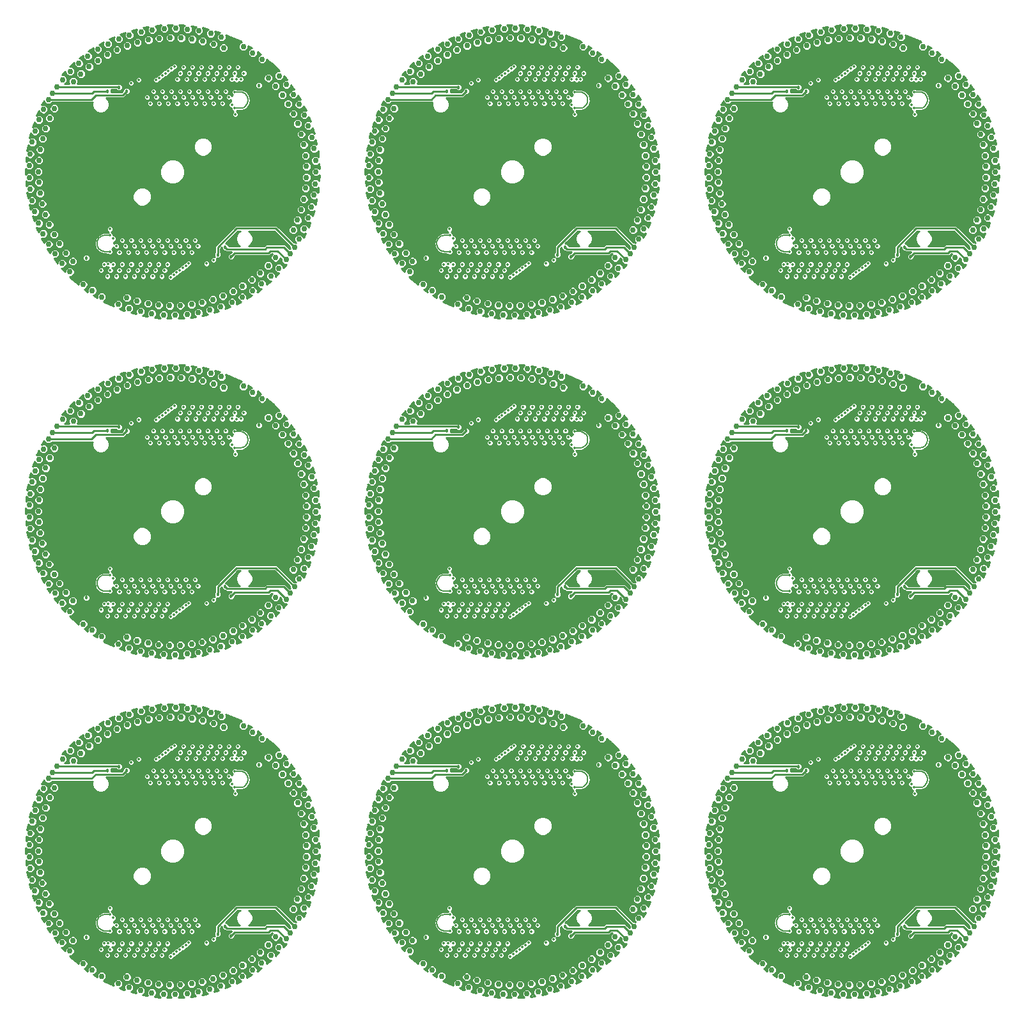
<source format=gbl>
G75*
%MOIN*%
%OFA0B0*%
%FSLAX24Y24*%
%IPPOS*%
%LPD*%
%AMOC8*
5,1,8,0,0,1.08239X$1,22.5*
%
%ADD10C,0.0140*%
%ADD11C,0.0295*%
%ADD12C,0.0050*%
%ADD13C,0.0180*%
%ADD14C,0.0100*%
D10*
X004126Y003990D03*
X005430Y004010D03*
X005588Y004325D03*
X005800Y004340D03*
X006060Y004325D03*
X005903Y004010D03*
X005745Y003695D03*
X006218Y003695D03*
X006375Y004010D03*
X006533Y004325D03*
X006848Y004010D03*
X007005Y004325D03*
X007320Y004010D03*
X007163Y003695D03*
X007635Y003695D03*
X007793Y004010D03*
X007950Y004325D03*
X008265Y004010D03*
X008422Y004325D03*
X008737Y004010D03*
X008580Y003695D03*
X008107Y003695D03*
X009052Y003656D03*
X009210Y003774D03*
X009367Y003892D03*
X009525Y004010D03*
X009682Y004128D03*
X009840Y004246D03*
X009997Y004364D03*
X010155Y004955D03*
X009997Y005270D03*
X009840Y005585D03*
X009525Y005270D03*
X009367Y005585D03*
X009052Y005270D03*
X008895Y005585D03*
X008580Y005270D03*
X008422Y005585D03*
X008107Y005270D03*
X007950Y005585D03*
X007635Y005270D03*
X007478Y005585D03*
X007163Y005270D03*
X007320Y004955D03*
X006848Y004955D03*
X006690Y005270D03*
X006533Y005585D03*
X006218Y005270D03*
X006375Y004955D03*
X005900Y004980D03*
X006060Y005660D03*
X005900Y005840D03*
X005880Y006160D03*
X006161Y006655D03*
X006901Y007224D03*
X007005Y005585D03*
X007793Y004955D03*
X008265Y004955D03*
X008737Y004955D03*
X009210Y004955D03*
X009682Y004955D03*
X010470Y005270D03*
X010312Y005585D03*
X010920Y004360D03*
X011300Y004530D03*
X012298Y005721D03*
X014099Y005574D03*
X009972Y009664D03*
X008491Y008526D03*
X011399Y011076D03*
X012139Y011645D03*
X012415Y012139D03*
X012397Y012460D03*
X012240Y012640D03*
X012082Y013030D03*
X011925Y013345D03*
X011610Y013030D03*
X011767Y012715D03*
X011295Y012715D03*
X011137Y013030D03*
X010980Y013345D03*
X010665Y013030D03*
X010822Y012715D03*
X010350Y012715D03*
X010193Y013030D03*
X010035Y013345D03*
X009720Y013030D03*
X009878Y012715D03*
X009405Y012715D03*
X009248Y013030D03*
X009090Y013345D03*
X008775Y013030D03*
X008933Y012715D03*
X008460Y012715D03*
X008303Y013030D03*
X008145Y013345D03*
X007830Y013030D03*
X007988Y012715D03*
X008618Y013345D03*
X008303Y013936D03*
X008460Y014054D03*
X008618Y014172D03*
X008775Y014290D03*
X008933Y014408D03*
X009090Y014526D03*
X009248Y014644D03*
X009563Y014290D03*
X009720Y014605D03*
X010035Y014290D03*
X009878Y013975D03*
X010350Y013975D03*
X010507Y014290D03*
X010665Y014605D03*
X010980Y014290D03*
X011137Y014605D03*
X011452Y014290D03*
X011295Y013975D03*
X011767Y013975D03*
X011925Y014290D03*
X012082Y014605D03*
X012397Y014290D03*
X012500Y013960D03*
X012712Y013975D03*
X012870Y014290D03*
X012555Y014605D03*
X012240Y013975D03*
X011610Y014605D03*
X010822Y013975D03*
X010507Y013345D03*
X009563Y013345D03*
X009405Y013975D03*
X010193Y014605D03*
X011452Y013345D03*
X012397Y013315D03*
X014257Y014609D03*
X012299Y015930D03*
X007380Y013940D03*
X007000Y013770D03*
X006057Y012661D03*
X003981Y012399D03*
X006248Y020276D03*
X006218Y021412D03*
X006375Y021727D03*
X006533Y022042D03*
X006848Y021727D03*
X007005Y022042D03*
X007320Y021727D03*
X007478Y022042D03*
X007793Y021727D03*
X007950Y022042D03*
X008265Y021727D03*
X008422Y022042D03*
X008737Y021727D03*
X008895Y022042D03*
X009367Y021608D03*
X009210Y021490D03*
X009052Y021372D03*
X008580Y021412D03*
X008107Y021412D03*
X007635Y021412D03*
X007163Y021412D03*
X006690Y021412D03*
X005903Y021727D03*
X005800Y022057D03*
X005588Y022042D03*
X005430Y021727D03*
X005745Y021412D03*
X006060Y022042D03*
X005900Y022697D03*
X006218Y022986D03*
X006375Y022671D03*
X006690Y022986D03*
X006848Y022671D03*
X007163Y022986D03*
X007320Y022671D03*
X007635Y022986D03*
X007793Y022671D03*
X008107Y022986D03*
X008265Y022671D03*
X008580Y022986D03*
X008737Y022671D03*
X009052Y022986D03*
X009210Y022671D03*
X009525Y022986D03*
X009682Y022671D03*
X009997Y022986D03*
X010155Y022671D03*
X010470Y022986D03*
X010312Y023301D03*
X009840Y023301D03*
X009367Y023301D03*
X008895Y023301D03*
X008422Y023301D03*
X007950Y023301D03*
X007478Y023301D03*
X007005Y023301D03*
X006533Y023301D03*
X006060Y023377D03*
X005900Y023557D03*
X005880Y023877D03*
X006161Y024371D03*
X006901Y024940D03*
X008491Y026242D03*
X009972Y027381D03*
X011399Y028793D03*
X012139Y029362D03*
X012415Y029856D03*
X012397Y030177D03*
X012240Y030357D03*
X012082Y030747D03*
X011925Y031062D03*
X011610Y030747D03*
X011452Y031062D03*
X011137Y030747D03*
X010980Y031062D03*
X010665Y030747D03*
X010507Y031062D03*
X010193Y030747D03*
X010035Y031062D03*
X009720Y030747D03*
X009563Y031062D03*
X009248Y030747D03*
X009090Y031062D03*
X008775Y030747D03*
X008618Y031062D03*
X008303Y030747D03*
X008145Y031062D03*
X007830Y030747D03*
X007988Y030432D03*
X008460Y030432D03*
X008933Y030432D03*
X009405Y030432D03*
X009878Y030432D03*
X010350Y030432D03*
X010822Y030432D03*
X011295Y030432D03*
X011767Y030432D03*
X012397Y031032D03*
X012500Y031677D03*
X012712Y031692D03*
X012870Y032007D03*
X012555Y032321D03*
X012397Y032007D03*
X012240Y031692D03*
X011925Y032007D03*
X012082Y032321D03*
X011610Y032321D03*
X011452Y032007D03*
X011295Y031692D03*
X010980Y032007D03*
X011137Y032321D03*
X010665Y032321D03*
X010507Y032007D03*
X010350Y031692D03*
X010035Y032007D03*
X010193Y032321D03*
X009720Y032321D03*
X009563Y032007D03*
X009405Y031692D03*
X009878Y031692D03*
X009248Y032361D03*
X009090Y032243D03*
X008933Y032125D03*
X008775Y032007D03*
X008618Y031888D03*
X008460Y031770D03*
X008303Y031652D03*
X007380Y031657D03*
X007000Y031487D03*
X006057Y030377D03*
X003981Y030116D03*
X010822Y031692D03*
X011767Y031692D03*
X012299Y033647D03*
X014257Y032326D03*
X009210Y039207D03*
X009367Y039325D03*
X009525Y039443D03*
X009682Y039561D03*
X009840Y039679D03*
X009997Y039797D03*
X010155Y040388D03*
X009997Y040703D03*
X009840Y041018D03*
X009525Y040703D03*
X009682Y040388D03*
X009210Y040388D03*
X009052Y040703D03*
X008895Y041018D03*
X008580Y040703D03*
X008422Y041018D03*
X008107Y040703D03*
X007950Y041018D03*
X007635Y040703D03*
X007478Y041018D03*
X007163Y040703D03*
X007320Y040388D03*
X006848Y040388D03*
X006690Y040703D03*
X006533Y041018D03*
X006218Y040703D03*
X006375Y040388D03*
X005900Y040413D03*
X005800Y039773D03*
X005588Y039758D03*
X005430Y039443D03*
X005745Y039128D03*
X005903Y039443D03*
X006060Y039758D03*
X006375Y039443D03*
X006218Y039128D03*
X006690Y039128D03*
X006848Y039443D03*
X007005Y039758D03*
X007320Y039443D03*
X007163Y039128D03*
X007635Y039128D03*
X007793Y039443D03*
X007950Y039758D03*
X008265Y039443D03*
X008107Y039128D03*
X008580Y039128D03*
X008737Y039443D03*
X008895Y039758D03*
X008422Y039758D03*
X009052Y039089D03*
X008737Y040388D03*
X008265Y040388D03*
X007793Y040388D03*
X007005Y041018D03*
X006060Y041093D03*
X005900Y041273D03*
X005880Y041593D03*
X006161Y042088D03*
X006901Y042657D03*
X008491Y043959D03*
X009972Y045097D03*
X011399Y046509D03*
X012139Y047078D03*
X012415Y047572D03*
X012397Y047893D03*
X012240Y048073D03*
X012082Y048463D03*
X011925Y048778D03*
X011610Y048463D03*
X011767Y048148D03*
X011295Y048148D03*
X011137Y048463D03*
X010980Y048778D03*
X010665Y048463D03*
X010822Y048148D03*
X010350Y048148D03*
X010193Y048463D03*
X010035Y048778D03*
X009720Y048463D03*
X009878Y048148D03*
X009405Y048148D03*
X009248Y048463D03*
X009090Y048778D03*
X008775Y048463D03*
X008933Y048148D03*
X008460Y048148D03*
X008303Y048463D03*
X008145Y048778D03*
X007830Y048463D03*
X007988Y048148D03*
X008618Y048778D03*
X008303Y049369D03*
X008460Y049487D03*
X008618Y049605D03*
X008775Y049723D03*
X008933Y049841D03*
X009090Y049959D03*
X009248Y050077D03*
X009563Y049723D03*
X009720Y050038D03*
X010035Y049723D03*
X009878Y049408D03*
X010350Y049408D03*
X010507Y049723D03*
X010665Y050038D03*
X010980Y049723D03*
X010822Y049408D03*
X011295Y049408D03*
X011452Y049723D03*
X011610Y050038D03*
X011925Y049723D03*
X012082Y050038D03*
X012397Y049723D03*
X012500Y049393D03*
X012712Y049408D03*
X012870Y049723D03*
X012555Y050038D03*
X012240Y049408D03*
X011767Y049408D03*
X011452Y048778D03*
X010507Y048778D03*
X009563Y048778D03*
X009405Y049408D03*
X010193Y050038D03*
X011137Y050038D03*
X012299Y051363D03*
X014257Y050042D03*
X012397Y048748D03*
X007380Y049373D03*
X007000Y049203D03*
X006057Y048094D03*
X003981Y047832D03*
X009367Y041018D03*
X010312Y041018D03*
X010470Y040703D03*
X010920Y039793D03*
X011300Y039963D03*
X012298Y041154D03*
X014099Y041007D03*
X007478Y039758D03*
X006533Y039758D03*
X006248Y037992D03*
X004126Y039424D03*
X012298Y023437D03*
X011300Y022247D03*
X010920Y022077D03*
X009997Y022081D03*
X009840Y021963D03*
X009682Y021845D03*
X009525Y021727D03*
X014099Y023291D03*
X021843Y021707D03*
X023147Y021727D03*
X023304Y022042D03*
X023517Y022057D03*
X023777Y022042D03*
X023619Y021727D03*
X023462Y021412D03*
X023934Y021412D03*
X024092Y021727D03*
X024249Y022042D03*
X024564Y021727D03*
X024722Y022042D03*
X025037Y021727D03*
X025194Y022042D03*
X025509Y021727D03*
X025667Y022042D03*
X025981Y021727D03*
X026139Y022042D03*
X026454Y021727D03*
X026611Y022042D03*
X027084Y021608D03*
X026926Y021490D03*
X026769Y021372D03*
X026296Y021412D03*
X025824Y021412D03*
X025352Y021412D03*
X024879Y021412D03*
X024407Y021412D03*
X023965Y020276D03*
X024092Y022671D03*
X023934Y022986D03*
X023777Y023377D03*
X023617Y023557D03*
X023597Y023877D03*
X023877Y024371D03*
X024618Y024940D03*
X024722Y023301D03*
X024879Y022986D03*
X025037Y022671D03*
X025352Y022986D03*
X025509Y022671D03*
X025824Y022986D03*
X025981Y022671D03*
X026296Y022986D03*
X026454Y022671D03*
X026769Y022986D03*
X026926Y022671D03*
X027241Y022986D03*
X027399Y022671D03*
X027714Y022986D03*
X027871Y022671D03*
X028186Y022986D03*
X028029Y023301D03*
X027556Y023301D03*
X027084Y023301D03*
X026611Y023301D03*
X026139Y023301D03*
X025667Y023301D03*
X025194Y023301D03*
X024407Y022986D03*
X024564Y022671D03*
X024249Y023301D03*
X023617Y022697D03*
X026208Y026242D03*
X027688Y027381D03*
X029115Y028793D03*
X029856Y029362D03*
X030132Y029856D03*
X030114Y030177D03*
X029957Y030357D03*
X029799Y030747D03*
X029641Y031062D03*
X029326Y030747D03*
X029169Y031062D03*
X028854Y030747D03*
X028696Y031062D03*
X028381Y030747D03*
X028224Y031062D03*
X027909Y030747D03*
X027752Y031062D03*
X027437Y030747D03*
X027279Y031062D03*
X026964Y030747D03*
X026807Y031062D03*
X026492Y030747D03*
X026334Y031062D03*
X026019Y030747D03*
X025862Y031062D03*
X025547Y030747D03*
X025704Y030432D03*
X026177Y030432D03*
X026649Y030432D03*
X027122Y030432D03*
X027594Y030432D03*
X028067Y030432D03*
X028539Y030432D03*
X029011Y030432D03*
X029484Y030432D03*
X030114Y031032D03*
X030217Y031677D03*
X030429Y031692D03*
X030586Y032007D03*
X030271Y032321D03*
X030114Y032007D03*
X029956Y031692D03*
X029641Y032007D03*
X029799Y032321D03*
X029326Y032321D03*
X029169Y032007D03*
X029011Y031692D03*
X028696Y032007D03*
X028854Y032321D03*
X028381Y032321D03*
X028224Y032007D03*
X028067Y031692D03*
X027752Y032007D03*
X027909Y032321D03*
X027437Y032321D03*
X027279Y032007D03*
X027122Y031692D03*
X027594Y031692D03*
X026964Y032361D03*
X026807Y032243D03*
X026649Y032125D03*
X026492Y032007D03*
X026334Y031888D03*
X026177Y031770D03*
X026019Y031652D03*
X025097Y031657D03*
X024717Y031487D03*
X023773Y030377D03*
X021697Y030116D03*
X028539Y031692D03*
X029484Y031692D03*
X030015Y033647D03*
X031974Y032326D03*
X026926Y039207D03*
X026769Y039089D03*
X027084Y039325D03*
X027241Y039443D03*
X027399Y039561D03*
X027556Y039679D03*
X027714Y039797D03*
X027871Y040388D03*
X027714Y040703D03*
X027556Y041018D03*
X027241Y040703D03*
X027084Y041018D03*
X026769Y040703D03*
X026611Y041018D03*
X026296Y040703D03*
X026139Y041018D03*
X025824Y040703D03*
X025667Y041018D03*
X025352Y040703D03*
X025509Y040388D03*
X025037Y040388D03*
X024879Y040703D03*
X024722Y041018D03*
X024407Y040703D03*
X024564Y040388D03*
X024092Y040388D03*
X023934Y040703D03*
X023777Y041093D03*
X023617Y041273D03*
X023597Y041593D03*
X023877Y042088D03*
X024618Y042657D03*
X024249Y041018D03*
X025194Y041018D03*
X025981Y040388D03*
X026454Y040388D03*
X026926Y040388D03*
X027399Y040388D03*
X028186Y040703D03*
X028029Y041018D03*
X028637Y039793D03*
X029017Y039963D03*
X030015Y041154D03*
X031816Y041007D03*
X027688Y045097D03*
X026208Y043959D03*
X029115Y046509D03*
X029856Y047078D03*
X030132Y047572D03*
X030114Y047893D03*
X029957Y048073D03*
X029799Y048463D03*
X029641Y048778D03*
X029326Y048463D03*
X029484Y048148D03*
X029011Y048148D03*
X028854Y048463D03*
X028696Y048778D03*
X028381Y048463D03*
X028224Y048778D03*
X027909Y048463D03*
X028067Y048148D03*
X028539Y048148D03*
X029169Y048778D03*
X029011Y049408D03*
X029169Y049723D03*
X029326Y050038D03*
X029641Y049723D03*
X029484Y049408D03*
X029956Y049408D03*
X030217Y049393D03*
X030429Y049408D03*
X030586Y049723D03*
X030271Y050038D03*
X030114Y049723D03*
X029799Y050038D03*
X028854Y050038D03*
X028696Y049723D03*
X028539Y049408D03*
X028224Y049723D03*
X028067Y049408D03*
X027752Y049723D03*
X027909Y050038D03*
X027437Y050038D03*
X027279Y049723D03*
X027122Y049408D03*
X027594Y049408D03*
X027752Y048778D03*
X027437Y048463D03*
X027594Y048148D03*
X027122Y048148D03*
X026964Y048463D03*
X026807Y048778D03*
X026492Y048463D03*
X026649Y048148D03*
X026177Y048148D03*
X026019Y048463D03*
X025862Y048778D03*
X025547Y048463D03*
X025704Y048148D03*
X026334Y048778D03*
X026019Y049369D03*
X026177Y049487D03*
X026334Y049605D03*
X026492Y049723D03*
X026649Y049841D03*
X026807Y049959D03*
X026964Y050077D03*
X028381Y050038D03*
X027279Y048778D03*
X025097Y049373D03*
X024717Y049203D03*
X023773Y048094D03*
X021697Y047832D03*
X023617Y040413D03*
X023517Y039773D03*
X023304Y039758D03*
X023147Y039443D03*
X023462Y039128D03*
X023619Y039443D03*
X023777Y039758D03*
X024092Y039443D03*
X024249Y039758D03*
X024564Y039443D03*
X024407Y039128D03*
X024879Y039128D03*
X025037Y039443D03*
X025194Y039758D03*
X025509Y039443D03*
X025352Y039128D03*
X025824Y039128D03*
X025981Y039443D03*
X026139Y039758D03*
X026454Y039443D03*
X026296Y039128D03*
X026611Y039758D03*
X025667Y039758D03*
X024722Y039758D03*
X023934Y039128D03*
X023965Y037992D03*
X021843Y039424D03*
X030114Y048748D03*
X031974Y050042D03*
X030015Y051363D03*
X039414Y047832D03*
X041490Y048094D03*
X042433Y049203D03*
X042813Y049373D03*
X043263Y048463D03*
X043421Y048148D03*
X043736Y048463D03*
X043893Y048148D03*
X044208Y048463D03*
X044366Y048148D03*
X044681Y048463D03*
X044838Y048148D03*
X045153Y048463D03*
X045311Y048148D03*
X045626Y048463D03*
X045783Y048148D03*
X046098Y048463D03*
X046256Y048148D03*
X046570Y048463D03*
X046413Y048778D03*
X046885Y048778D03*
X047043Y048463D03*
X047200Y048148D03*
X047515Y048463D03*
X047358Y048778D03*
X047830Y048748D03*
X047933Y049393D03*
X048145Y049408D03*
X048303Y049723D03*
X047988Y050038D03*
X047830Y049723D03*
X047673Y049408D03*
X047358Y049723D03*
X047515Y050038D03*
X047043Y050038D03*
X046885Y049723D03*
X046728Y049408D03*
X046413Y049723D03*
X046256Y049408D03*
X045941Y049723D03*
X046098Y050038D03*
X045626Y050038D03*
X045468Y049723D03*
X045311Y049408D03*
X044996Y049723D03*
X045153Y050038D03*
X044681Y050077D03*
X044523Y049959D03*
X044366Y049841D03*
X044208Y049723D03*
X044051Y049605D03*
X043893Y049487D03*
X043736Y049369D03*
X043578Y048778D03*
X044051Y048778D03*
X044523Y048778D03*
X044996Y048778D03*
X045468Y048778D03*
X045941Y048778D03*
X045783Y049408D03*
X044838Y049408D03*
X046570Y050038D03*
X047200Y049408D03*
X046728Y048148D03*
X047673Y048073D03*
X047830Y047893D03*
X047848Y047572D03*
X047572Y047078D03*
X046832Y046509D03*
X045405Y045097D03*
X043925Y043959D03*
X042334Y042657D03*
X041594Y042088D03*
X041313Y041593D03*
X041333Y041273D03*
X041493Y041093D03*
X041651Y040703D03*
X041808Y040388D03*
X042123Y040703D03*
X041966Y041018D03*
X042438Y041018D03*
X042596Y040703D03*
X042753Y040388D03*
X043068Y040703D03*
X042911Y041018D03*
X043383Y041018D03*
X043541Y040703D03*
X043698Y040388D03*
X044013Y040703D03*
X043856Y041018D03*
X044328Y041018D03*
X044485Y040703D03*
X044643Y040388D03*
X044958Y040703D03*
X044800Y041018D03*
X045273Y041018D03*
X045430Y040703D03*
X045588Y040388D03*
X045903Y040703D03*
X045745Y041018D03*
X045115Y040388D03*
X045430Y039797D03*
X045273Y039679D03*
X045115Y039561D03*
X044958Y039443D03*
X044800Y039325D03*
X044643Y039207D03*
X044485Y039089D03*
X044170Y039443D03*
X044013Y039128D03*
X043698Y039443D03*
X043541Y039128D03*
X043226Y039443D03*
X043383Y039758D03*
X042911Y039758D03*
X042753Y039443D03*
X042596Y039128D03*
X042281Y039443D03*
X042438Y039758D03*
X041966Y039758D03*
X041808Y039443D03*
X041651Y039128D03*
X041336Y039443D03*
X041233Y039773D03*
X041021Y039758D03*
X040863Y039443D03*
X041178Y039128D03*
X041493Y039758D03*
X042123Y039128D03*
X043068Y039128D03*
X043856Y039758D03*
X044328Y039758D03*
X044170Y040388D03*
X043226Y040388D03*
X042281Y040388D03*
X041333Y040413D03*
X039560Y039424D03*
X041681Y037992D03*
X046353Y039793D03*
X046733Y039963D03*
X047731Y041154D03*
X049532Y041007D03*
X047732Y033647D03*
X047515Y032321D03*
X047358Y032007D03*
X047200Y031692D03*
X046885Y032007D03*
X047043Y032321D03*
X046570Y032321D03*
X046413Y032007D03*
X046256Y031692D03*
X045941Y032007D03*
X046098Y032321D03*
X045626Y032321D03*
X045468Y032007D03*
X045311Y031692D03*
X044996Y032007D03*
X045153Y032321D03*
X044681Y032361D03*
X044523Y032243D03*
X044366Y032125D03*
X044208Y032007D03*
X044051Y031888D03*
X043893Y031770D03*
X043736Y031652D03*
X043578Y031062D03*
X043736Y030747D03*
X043893Y030432D03*
X044208Y030747D03*
X044051Y031062D03*
X044523Y031062D03*
X044681Y030747D03*
X044838Y030432D03*
X045153Y030747D03*
X044996Y031062D03*
X045468Y031062D03*
X045626Y030747D03*
X045783Y030432D03*
X046098Y030747D03*
X045941Y031062D03*
X046413Y031062D03*
X046570Y030747D03*
X046728Y030432D03*
X047043Y030747D03*
X046885Y031062D03*
X047358Y031062D03*
X047515Y030747D03*
X047673Y030357D03*
X047830Y030177D03*
X047848Y029856D03*
X047572Y029362D03*
X046832Y028793D03*
X047200Y030432D03*
X046256Y030432D03*
X045311Y030432D03*
X044366Y030432D03*
X043421Y030432D03*
X043263Y030747D03*
X042813Y031657D03*
X042433Y031487D03*
X041490Y030377D03*
X039414Y030116D03*
X043925Y026242D03*
X045405Y027381D03*
X042334Y024940D03*
X041594Y024371D03*
X041313Y023877D03*
X041333Y023557D03*
X041493Y023377D03*
X041651Y022986D03*
X041808Y022671D03*
X042123Y022986D03*
X042281Y022671D03*
X042596Y022986D03*
X042753Y022671D03*
X043068Y022986D03*
X043226Y022671D03*
X043541Y022986D03*
X043698Y022671D03*
X044013Y022986D03*
X044170Y022671D03*
X044485Y022986D03*
X044643Y022671D03*
X044958Y022986D03*
X045115Y022671D03*
X045430Y022986D03*
X045588Y022671D03*
X045903Y022986D03*
X045745Y023301D03*
X045273Y023301D03*
X044800Y023301D03*
X044328Y023301D03*
X043856Y023301D03*
X043383Y023301D03*
X042911Y023301D03*
X042438Y023301D03*
X041966Y023301D03*
X041333Y022697D03*
X041233Y022057D03*
X041021Y022042D03*
X040863Y021727D03*
X041178Y021412D03*
X041336Y021727D03*
X041493Y022042D03*
X041808Y021727D03*
X041966Y022042D03*
X042281Y021727D03*
X042438Y022042D03*
X042753Y021727D03*
X042911Y022042D03*
X043226Y021727D03*
X043383Y022042D03*
X043698Y021727D03*
X043856Y022042D03*
X044170Y021727D03*
X044328Y022042D03*
X044800Y021608D03*
X044643Y021490D03*
X044485Y021372D03*
X044013Y021412D03*
X043541Y021412D03*
X043068Y021412D03*
X042596Y021412D03*
X042123Y021412D03*
X041651Y021412D03*
X041681Y020276D03*
X039560Y021707D03*
X044958Y021727D03*
X045115Y021845D03*
X045273Y021963D03*
X045430Y022081D03*
X046353Y022077D03*
X046733Y022247D03*
X047731Y023437D03*
X049532Y023291D03*
X047732Y015930D03*
X047515Y014605D03*
X047358Y014290D03*
X047200Y013975D03*
X046885Y014290D03*
X046728Y013975D03*
X046413Y014290D03*
X046570Y014605D03*
X046098Y014605D03*
X045941Y014290D03*
X045783Y013975D03*
X045468Y014290D03*
X045311Y013975D03*
X044996Y014290D03*
X045153Y014605D03*
X045626Y014605D03*
X044681Y014644D03*
X044523Y014526D03*
X044366Y014408D03*
X044208Y014290D03*
X044051Y014172D03*
X043893Y014054D03*
X043736Y013936D03*
X043578Y013345D03*
X043736Y013030D03*
X043893Y012715D03*
X044208Y013030D03*
X044366Y012715D03*
X044681Y013030D03*
X044838Y012715D03*
X045153Y013030D03*
X045311Y012715D03*
X045626Y013030D03*
X045783Y012715D03*
X046098Y013030D03*
X046256Y012715D03*
X046570Y013030D03*
X046413Y013345D03*
X046885Y013345D03*
X047043Y013030D03*
X047200Y012715D03*
X047515Y013030D03*
X047358Y013345D03*
X047830Y013315D03*
X047933Y013960D03*
X048145Y013975D03*
X048303Y014290D03*
X047988Y014605D03*
X047830Y014290D03*
X047673Y013975D03*
X047043Y014605D03*
X046256Y013975D03*
X045941Y013345D03*
X045468Y013345D03*
X044996Y013345D03*
X044523Y013345D03*
X044051Y013345D03*
X043263Y013030D03*
X043421Y012715D03*
X042813Y013940D03*
X042433Y013770D03*
X041490Y012661D03*
X039414Y012399D03*
X043925Y008526D03*
X045405Y009664D03*
X046832Y011076D03*
X047572Y011645D03*
X047848Y012139D03*
X047830Y012460D03*
X047673Y012640D03*
X046728Y012715D03*
X044838Y013975D03*
X049690Y014609D03*
X042334Y007224D03*
X041594Y006655D03*
X041313Y006160D03*
X041333Y005840D03*
X041493Y005660D03*
X041651Y005270D03*
X041808Y004955D03*
X042123Y005270D03*
X041966Y005585D03*
X042438Y005585D03*
X042596Y005270D03*
X042753Y004955D03*
X043068Y005270D03*
X042911Y005585D03*
X043383Y005585D03*
X043541Y005270D03*
X043698Y004955D03*
X044013Y005270D03*
X043856Y005585D03*
X044328Y005585D03*
X044485Y005270D03*
X044643Y004955D03*
X044958Y005270D03*
X044800Y005585D03*
X045273Y005585D03*
X045430Y005270D03*
X045588Y004955D03*
X045903Y005270D03*
X045745Y005585D03*
X045115Y004955D03*
X045430Y004364D03*
X045273Y004246D03*
X045115Y004128D03*
X044958Y004010D03*
X044800Y003892D03*
X044643Y003774D03*
X044485Y003656D03*
X044170Y004010D03*
X044013Y003695D03*
X043698Y004010D03*
X043541Y003695D03*
X043226Y004010D03*
X043383Y004325D03*
X042911Y004325D03*
X042753Y004010D03*
X042596Y003695D03*
X042281Y004010D03*
X042438Y004325D03*
X041966Y004325D03*
X041808Y004010D03*
X041651Y003695D03*
X041336Y004010D03*
X041233Y004340D03*
X041021Y004325D03*
X040863Y004010D03*
X041178Y003695D03*
X041493Y004325D03*
X041333Y004980D03*
X042281Y004955D03*
X043226Y004955D03*
X043856Y004325D03*
X044328Y004325D03*
X044170Y004955D03*
X043068Y003695D03*
X042123Y003695D03*
X041681Y002559D03*
X039560Y003990D03*
X046353Y004360D03*
X046733Y004530D03*
X047731Y005721D03*
X049532Y005574D03*
X031816Y005574D03*
X030015Y005721D03*
X029017Y004530D03*
X028637Y004360D03*
X028186Y005270D03*
X028029Y005585D03*
X027714Y005270D03*
X027556Y005585D03*
X027241Y005270D03*
X027084Y005585D03*
X026769Y005270D03*
X026611Y005585D03*
X026296Y005270D03*
X026139Y005585D03*
X025824Y005270D03*
X025667Y005585D03*
X025352Y005270D03*
X025509Y004955D03*
X025037Y004955D03*
X024879Y005270D03*
X024722Y005585D03*
X024407Y005270D03*
X024564Y004955D03*
X024092Y004955D03*
X023934Y005270D03*
X023777Y005660D03*
X023617Y005840D03*
X023597Y006160D03*
X023877Y006655D03*
X024618Y007224D03*
X024249Y005585D03*
X025194Y005585D03*
X025981Y004955D03*
X026454Y004955D03*
X026926Y004955D03*
X027399Y004955D03*
X027871Y004955D03*
X027714Y004364D03*
X027556Y004246D03*
X027399Y004128D03*
X027241Y004010D03*
X027084Y003892D03*
X026926Y003774D03*
X026769Y003656D03*
X026454Y004010D03*
X026611Y004325D03*
X026139Y004325D03*
X025981Y004010D03*
X025824Y003695D03*
X025509Y004010D03*
X025352Y003695D03*
X025037Y004010D03*
X025194Y004325D03*
X024722Y004325D03*
X024564Y004010D03*
X024407Y003695D03*
X024092Y004010D03*
X024249Y004325D03*
X023777Y004325D03*
X023517Y004340D03*
X023304Y004325D03*
X023147Y004010D03*
X023462Y003695D03*
X023619Y004010D03*
X023934Y003695D03*
X024879Y003695D03*
X025667Y004325D03*
X026296Y003695D03*
X023965Y002559D03*
X021843Y003990D03*
X023617Y004980D03*
X026208Y008526D03*
X027688Y009664D03*
X029115Y011076D03*
X029856Y011645D03*
X030132Y012139D03*
X030114Y012460D03*
X029957Y012640D03*
X029799Y013030D03*
X029641Y013345D03*
X029326Y013030D03*
X029169Y013345D03*
X028854Y013030D03*
X029011Y012715D03*
X028539Y012715D03*
X028381Y013030D03*
X028224Y013345D03*
X027909Y013030D03*
X028067Y012715D03*
X027594Y012715D03*
X027437Y013030D03*
X027279Y013345D03*
X026964Y013030D03*
X027122Y012715D03*
X026649Y012715D03*
X026492Y013030D03*
X026334Y013345D03*
X026019Y013030D03*
X026177Y012715D03*
X025704Y012715D03*
X025547Y013030D03*
X025862Y013345D03*
X026019Y013936D03*
X026177Y014054D03*
X026334Y014172D03*
X026492Y014290D03*
X026649Y014408D03*
X026807Y014526D03*
X026964Y014644D03*
X027279Y014290D03*
X027122Y013975D03*
X027594Y013975D03*
X027752Y014290D03*
X027909Y014605D03*
X028224Y014290D03*
X028381Y014605D03*
X028696Y014290D03*
X028539Y013975D03*
X029011Y013975D03*
X029169Y014290D03*
X029326Y014605D03*
X029641Y014290D03*
X029484Y013975D03*
X029956Y013975D03*
X030217Y013960D03*
X030429Y013975D03*
X030586Y014290D03*
X030271Y014605D03*
X030114Y014290D03*
X029799Y014605D03*
X028854Y014605D03*
X028067Y013975D03*
X027437Y014605D03*
X027752Y013345D03*
X028696Y013345D03*
X029484Y012715D03*
X030114Y013315D03*
X031974Y014609D03*
X030015Y015930D03*
X026807Y013345D03*
X025097Y013940D03*
X024717Y013770D03*
X023773Y012661D03*
X021697Y012399D03*
X027241Y021727D03*
X027399Y021845D03*
X027556Y021963D03*
X027714Y022081D03*
X028637Y022077D03*
X029017Y022247D03*
X030015Y023437D03*
X031816Y023291D03*
X044838Y031692D03*
X045783Y031692D03*
X046728Y031692D03*
X047673Y031692D03*
X047933Y031677D03*
X048145Y031692D03*
X048303Y032007D03*
X047988Y032321D03*
X047830Y032007D03*
X047830Y031032D03*
X049690Y032326D03*
X049690Y050042D03*
X047732Y051363D03*
X004126Y021707D03*
X007478Y004325D03*
X006690Y003695D03*
X006248Y002559D03*
X008895Y004325D03*
D11*
X009001Y002160D03*
X009560Y002171D03*
X009278Y001671D03*
X008685Y001686D03*
X008427Y002196D03*
X007873Y002276D03*
X008068Y001749D03*
X007485Y001859D03*
X007301Y002408D03*
X006768Y002577D03*
X006874Y002025D03*
X006317Y002229D03*
X005457Y002618D03*
X004967Y002949D03*
X004494Y003268D03*
X003794Y003930D03*
X003948Y004479D03*
X003591Y004910D03*
X003396Y004371D03*
X003014Y004875D03*
X003255Y005391D03*
X002973Y005875D03*
X002403Y005923D03*
X002725Y006393D03*
X002525Y006916D03*
X002168Y006468D03*
X001967Y007068D03*
X002361Y007480D03*
X002249Y008028D03*
X001725Y008256D03*
X002181Y008599D03*
X002159Y009158D03*
X001676Y008848D03*
X001679Y009481D03*
X002184Y009745D03*
X002254Y010299D03*
X001727Y010072D03*
X001833Y010697D03*
X002375Y010874D03*
X002534Y011410D03*
X002179Y011859D03*
X002743Y011946D03*
X002986Y012450D03*
X002673Y012925D03*
X002894Y013251D03*
X003114Y013578D03*
X003416Y013951D03*
X003977Y013853D03*
X004370Y014252D03*
X004267Y014814D03*
X004805Y014627D03*
X005257Y014957D03*
X004731Y015185D03*
X005258Y015536D03*
X005758Y015263D03*
X006258Y015515D03*
X006341Y016081D03*
X006791Y015731D03*
X007324Y015899D03*
X006899Y016283D03*
X007510Y016447D03*
X007897Y016028D03*
X008451Y016106D03*
X008094Y016555D03*
X008724Y016617D03*
X009038Y016140D03*
X009597Y016127D03*
X009936Y016587D03*
X010169Y016066D03*
X010718Y015963D03*
X010524Y016502D03*
X011141Y016359D03*
X011285Y015807D03*
X011810Y015615D03*
X011706Y016179D03*
X012843Y015682D03*
X013333Y015351D03*
X013823Y015021D03*
X014148Y014038D03*
X014523Y013623D03*
X014710Y014153D03*
X015088Y013696D03*
X014879Y013156D03*
X015181Y012685D03*
X015452Y013178D03*
X015751Y012665D03*
X015452Y012178D03*
X015673Y011664D03*
X016020Y012107D03*
X016232Y011552D03*
X015861Y011108D03*
X015996Y010565D03*
X016411Y010945D03*
X016530Y010363D03*
X016091Y009985D03*
X016136Y009428D03*
X016607Y009735D03*
X016629Y009142D03*
X016135Y008853D03*
X016089Y008295D03*
X016603Y008522D03*
X016529Y007933D03*
X015993Y007716D03*
X015856Y007174D03*
X016401Y007313D03*
X016231Y006744D03*
X015671Y006629D03*
X015448Y006116D03*
X016008Y006166D03*
X015749Y005632D03*
X015517Y005212D03*
X015296Y004885D03*
X015076Y004559D03*
X014518Y004671D03*
X014143Y004257D03*
X014690Y004124D03*
X014273Y003702D03*
X013724Y003863D03*
X013287Y003514D03*
X013805Y003295D03*
X013325Y002945D03*
X012799Y003187D03*
X012311Y002914D03*
X012786Y002613D03*
X012256Y002347D03*
X011776Y002671D03*
X011250Y002482D03*
X011669Y002107D03*
X011103Y001931D03*
X010695Y002331D03*
X010145Y002230D03*
X010498Y001793D03*
X009910Y001710D03*
X002693Y005374D03*
X001824Y007644D03*
X001978Y011272D03*
X002415Y012403D03*
X003814Y014391D03*
X005776Y015825D03*
X009318Y016628D03*
X009278Y019388D03*
X009001Y019877D03*
X009560Y019887D03*
X009910Y019427D03*
X010145Y019947D03*
X010695Y020048D03*
X011103Y019647D03*
X011250Y020198D03*
X011776Y020387D03*
X011669Y019824D03*
X012256Y020063D03*
X012311Y020631D03*
X012799Y020903D03*
X012786Y020330D03*
X013325Y020662D03*
X013287Y021231D03*
X013724Y021579D03*
X014273Y021418D03*
X014143Y021973D03*
X014518Y022388D03*
X015076Y022276D03*
X015296Y022602D03*
X015517Y022928D03*
X015749Y023348D03*
X015448Y023832D03*
X015671Y024346D03*
X016231Y024461D03*
X015856Y024890D03*
X015993Y025432D03*
X016401Y025030D03*
X016529Y025650D03*
X016089Y026012D03*
X016135Y026569D03*
X016629Y026858D03*
X016136Y027144D03*
X016091Y027702D03*
X016607Y027451D03*
X016530Y028080D03*
X015996Y028282D03*
X015861Y028824D03*
X016411Y028661D03*
X016232Y029269D03*
X015673Y029381D03*
X015452Y029894D03*
X015751Y030382D03*
X015181Y030402D03*
X014879Y030873D03*
X015452Y030895D03*
X015088Y031413D03*
X014523Y031340D03*
X014148Y031755D03*
X014710Y031870D03*
X013823Y032738D03*
X013333Y033068D03*
X012843Y033398D03*
X011810Y033332D03*
X011285Y033524D03*
X011706Y033896D03*
X011141Y034075D03*
X010718Y033680D03*
X010169Y033783D03*
X010524Y034219D03*
X009936Y034304D03*
X009597Y033843D03*
X009038Y033857D03*
X009318Y034344D03*
X008724Y034333D03*
X008451Y033823D03*
X007897Y033745D03*
X008094Y034271D03*
X007510Y034163D03*
X007324Y033615D03*
X006791Y033448D03*
X006899Y033999D03*
X006341Y033797D03*
X006258Y033231D03*
X005758Y032980D03*
X005776Y033542D03*
X005258Y033252D03*
X005257Y032674D03*
X004805Y032344D03*
X004731Y032901D03*
X004267Y032531D03*
X004370Y031968D03*
X003977Y031570D03*
X003814Y032108D03*
X003416Y031667D03*
X003114Y031294D03*
X002894Y030968D03*
X002673Y030641D03*
X002986Y030166D03*
X002743Y029663D03*
X002415Y030120D03*
X002179Y029575D03*
X002534Y029127D03*
X002375Y028591D03*
X001978Y028989D03*
X001833Y028413D03*
X002254Y028016D03*
X002184Y027461D03*
X001727Y027789D03*
X001679Y027197D03*
X002159Y026874D03*
X001676Y026564D03*
X002181Y026315D03*
X001725Y025973D03*
X002249Y025744D03*
X002361Y025196D03*
X001824Y025360D03*
X001967Y024785D03*
X002525Y024632D03*
X002725Y024110D03*
X002168Y024184D03*
X002403Y023639D03*
X002973Y023591D03*
X003255Y023108D03*
X002693Y023091D03*
X003014Y022592D03*
X003591Y022626D03*
X003948Y022196D03*
X003396Y022087D03*
X003794Y021647D03*
X004494Y020984D03*
X004967Y020665D03*
X005457Y020335D03*
X006317Y019945D03*
X006768Y020294D03*
X007301Y020124D03*
X006874Y019742D03*
X007485Y019576D03*
X007873Y019993D03*
X008427Y019913D03*
X008685Y019402D03*
X008068Y019466D03*
X010498Y019509D03*
X013805Y021012D03*
X014690Y021841D03*
X016008Y023882D03*
X016603Y026239D03*
X019393Y026564D03*
X019897Y026315D03*
X019441Y025973D03*
X019966Y025744D03*
X020078Y025196D03*
X019540Y025360D03*
X019684Y024785D03*
X020242Y024632D03*
X020442Y024110D03*
X019884Y024184D03*
X020120Y023639D03*
X020690Y023591D03*
X020972Y023108D03*
X020730Y022592D03*
X021308Y022626D03*
X021665Y022196D03*
X021113Y022087D03*
X021511Y021647D03*
X022210Y020984D03*
X022684Y020665D03*
X023173Y020335D03*
X024033Y019945D03*
X024484Y020294D03*
X025017Y020124D03*
X024590Y019742D03*
X025202Y019576D03*
X025590Y019993D03*
X026143Y019913D03*
X026402Y019402D03*
X026717Y019877D03*
X027277Y019887D03*
X026995Y019388D03*
X027627Y019427D03*
X027861Y019947D03*
X028411Y020048D03*
X028819Y019647D03*
X028966Y020198D03*
X029493Y020387D03*
X029386Y019824D03*
X029972Y020063D03*
X030027Y020631D03*
X030516Y020903D03*
X030502Y020330D03*
X031042Y020662D03*
X031003Y021231D03*
X031441Y021579D03*
X031989Y021418D03*
X031860Y021973D03*
X032235Y022388D03*
X032406Y021841D03*
X032793Y022276D03*
X033013Y022602D03*
X033233Y022928D03*
X033466Y023348D03*
X033165Y023832D03*
X033387Y024346D03*
X033948Y024461D03*
X033572Y024890D03*
X033709Y025432D03*
X034117Y025030D03*
X034246Y025650D03*
X033805Y026012D03*
X033851Y026569D03*
X034345Y026858D03*
X033852Y027144D03*
X033808Y027702D03*
X034323Y027451D03*
X034246Y028080D03*
X033713Y028282D03*
X033578Y028824D03*
X034128Y028661D03*
X033949Y029269D03*
X033390Y029381D03*
X033168Y029894D03*
X033468Y030382D03*
X032898Y030402D03*
X032596Y030873D03*
X033169Y030895D03*
X032805Y031413D03*
X032426Y031870D03*
X032239Y031340D03*
X031865Y031755D03*
X031539Y032738D03*
X031049Y033068D03*
X030560Y033398D03*
X029527Y033332D03*
X029001Y033524D03*
X029423Y033896D03*
X028857Y034075D03*
X028435Y033680D03*
X027885Y033783D03*
X028240Y034219D03*
X027653Y034304D03*
X027313Y033843D03*
X026754Y033857D03*
X027034Y034344D03*
X026441Y034333D03*
X026168Y033823D03*
X025614Y033745D03*
X025811Y034271D03*
X025227Y034163D03*
X025041Y033615D03*
X024507Y033448D03*
X024615Y033999D03*
X024057Y033797D03*
X023974Y033231D03*
X023475Y032980D03*
X023492Y033542D03*
X022974Y033252D03*
X022974Y032674D03*
X022522Y032344D03*
X022447Y032901D03*
X021983Y032531D03*
X022086Y031968D03*
X021694Y031570D03*
X021530Y032108D03*
X021132Y031667D03*
X020830Y031294D03*
X020610Y030968D03*
X020390Y030641D03*
X020703Y030166D03*
X020459Y029663D03*
X020132Y030120D03*
X019896Y029575D03*
X020251Y029127D03*
X020091Y028591D03*
X019694Y028989D03*
X019550Y028413D03*
X019970Y028016D03*
X019901Y027461D03*
X019444Y027789D03*
X019395Y027197D03*
X019875Y026874D03*
X016020Y029823D03*
X020410Y023091D03*
X025785Y019466D03*
X028215Y019509D03*
X027653Y016587D03*
X027885Y016066D03*
X028435Y015963D03*
X028240Y016502D03*
X028857Y016359D03*
X029001Y015807D03*
X029527Y015615D03*
X029423Y016179D03*
X030560Y015682D03*
X031049Y015351D03*
X031539Y015021D03*
X031865Y014038D03*
X032239Y013623D03*
X032426Y014153D03*
X032805Y013696D03*
X032596Y013156D03*
X032898Y012685D03*
X033169Y013178D03*
X033468Y012665D03*
X033168Y012178D03*
X033390Y011664D03*
X033737Y012107D03*
X033949Y011552D03*
X033578Y011108D03*
X033713Y010565D03*
X034128Y010945D03*
X034246Y010363D03*
X033808Y009985D03*
X033852Y009428D03*
X034323Y009735D03*
X034345Y009142D03*
X033851Y008853D03*
X033805Y008295D03*
X034320Y008522D03*
X034246Y007933D03*
X033709Y007716D03*
X033572Y007174D03*
X034117Y007313D03*
X033948Y006744D03*
X033387Y006629D03*
X033165Y006116D03*
X033725Y006166D03*
X033466Y005632D03*
X033233Y005212D03*
X033013Y004885D03*
X032793Y004559D03*
X032406Y004124D03*
X031860Y004257D03*
X032235Y004671D03*
X031441Y003863D03*
X031003Y003514D03*
X031521Y003295D03*
X031042Y002945D03*
X030516Y003187D03*
X030027Y002914D03*
X030502Y002613D03*
X029972Y002347D03*
X029493Y002671D03*
X028966Y002482D03*
X029386Y002107D03*
X028819Y001931D03*
X028411Y002331D03*
X027861Y002230D03*
X028215Y001793D03*
X027627Y001710D03*
X027277Y002171D03*
X026717Y002160D03*
X026995Y001671D03*
X026402Y001686D03*
X026143Y002196D03*
X025590Y002276D03*
X025785Y001749D03*
X025202Y001859D03*
X025017Y002408D03*
X024484Y002577D03*
X024590Y002025D03*
X024033Y002229D03*
X023173Y002618D03*
X022684Y002949D03*
X022210Y003268D03*
X021511Y003930D03*
X021665Y004479D03*
X021308Y004910D03*
X021113Y004371D03*
X020730Y004875D03*
X020972Y005391D03*
X020690Y005875D03*
X020120Y005923D03*
X020442Y006393D03*
X020242Y006916D03*
X019884Y006468D03*
X019684Y007068D03*
X020078Y007480D03*
X019966Y008028D03*
X019441Y008256D03*
X019897Y008599D03*
X019875Y009158D03*
X019393Y008848D03*
X019395Y009481D03*
X019901Y009745D03*
X019970Y010299D03*
X019444Y010072D03*
X019550Y010697D03*
X020091Y010874D03*
X020251Y011410D03*
X019896Y011859D03*
X020459Y011946D03*
X020703Y012450D03*
X020390Y012925D03*
X020610Y013251D03*
X020830Y013578D03*
X021132Y013951D03*
X021694Y013853D03*
X022086Y014252D03*
X021983Y014814D03*
X022522Y014627D03*
X022974Y014957D03*
X022447Y015185D03*
X022974Y015536D03*
X023475Y015263D03*
X023974Y015515D03*
X024057Y016081D03*
X024507Y015731D03*
X025041Y015899D03*
X024615Y016283D03*
X025227Y016447D03*
X025614Y016028D03*
X026168Y016106D03*
X025811Y016555D03*
X026441Y016617D03*
X026754Y016140D03*
X027313Y016127D03*
X027034Y016628D03*
X023492Y015825D03*
X021530Y014391D03*
X020132Y012403D03*
X019694Y011272D03*
X019540Y007644D03*
X020410Y005374D03*
X031989Y003702D03*
X037601Y006468D03*
X037958Y006916D03*
X038158Y006393D03*
X037837Y005923D03*
X038407Y005875D03*
X038688Y005391D03*
X038447Y004875D03*
X039024Y004910D03*
X039381Y004479D03*
X038830Y004371D03*
X039227Y003930D03*
X039927Y003268D03*
X040400Y002949D03*
X040890Y002618D03*
X041750Y002229D03*
X042201Y002577D03*
X042734Y002408D03*
X042307Y002025D03*
X042918Y001859D03*
X043306Y002276D03*
X043860Y002196D03*
X044118Y001686D03*
X044434Y002160D03*
X044993Y002171D03*
X044712Y001671D03*
X045344Y001710D03*
X045578Y002230D03*
X046128Y002331D03*
X046536Y001931D03*
X046683Y002482D03*
X047209Y002671D03*
X047102Y002107D03*
X047689Y002347D03*
X047744Y002914D03*
X048232Y003187D03*
X048219Y002613D03*
X048758Y002945D03*
X048720Y003514D03*
X049157Y003863D03*
X049706Y003702D03*
X049576Y004257D03*
X049951Y004671D03*
X050123Y004124D03*
X050509Y004559D03*
X050729Y004885D03*
X050950Y005212D03*
X051182Y005632D03*
X050881Y006116D03*
X051104Y006629D03*
X051664Y006744D03*
X051289Y007174D03*
X051426Y007716D03*
X051834Y007313D03*
X051962Y007933D03*
X051522Y008295D03*
X051568Y008853D03*
X052062Y009142D03*
X051569Y009428D03*
X051524Y009985D03*
X052040Y009735D03*
X051963Y010363D03*
X051429Y010565D03*
X051295Y011108D03*
X051844Y010945D03*
X051665Y011552D03*
X051106Y011664D03*
X050885Y012178D03*
X051184Y012665D03*
X050614Y012685D03*
X050313Y013156D03*
X050885Y013178D03*
X050521Y013696D03*
X050143Y014153D03*
X049956Y013623D03*
X049581Y014038D03*
X049256Y015021D03*
X048766Y015351D03*
X048276Y015682D03*
X047243Y015615D03*
X046718Y015807D03*
X047139Y016179D03*
X046574Y016359D03*
X046151Y015963D03*
X045602Y016066D03*
X045957Y016502D03*
X045369Y016587D03*
X045030Y016127D03*
X044471Y016140D03*
X044751Y016628D03*
X044157Y016617D03*
X043884Y016106D03*
X043330Y016028D03*
X043527Y016555D03*
X042944Y016447D03*
X042757Y015899D03*
X042224Y015731D03*
X042332Y016283D03*
X041774Y016081D03*
X041691Y015515D03*
X041191Y015263D03*
X041209Y015825D03*
X040691Y015536D03*
X040690Y014957D03*
X040238Y014627D03*
X040164Y015185D03*
X039700Y014814D03*
X039803Y014252D03*
X039410Y013853D03*
X039247Y014391D03*
X038849Y013951D03*
X038547Y013578D03*
X038327Y013251D03*
X038106Y012925D03*
X038420Y012450D03*
X038176Y011946D03*
X037848Y012403D03*
X037612Y011859D03*
X037967Y011410D03*
X037808Y010874D03*
X037411Y011272D03*
X037266Y010697D03*
X037687Y010299D03*
X037617Y009745D03*
X037161Y010072D03*
X037112Y009481D03*
X037592Y009158D03*
X037614Y008599D03*
X037110Y008848D03*
X037158Y008256D03*
X037682Y008028D03*
X037794Y007480D03*
X037257Y007644D03*
X037400Y007068D03*
X038126Y005374D03*
X043501Y001749D03*
X045931Y001793D03*
X049238Y003295D03*
X051442Y006166D03*
X052036Y008522D03*
X051454Y012107D03*
X047102Y019824D03*
X046683Y020198D03*
X047209Y020387D03*
X047689Y020063D03*
X047744Y020631D03*
X048232Y020903D03*
X048219Y020330D03*
X048758Y020662D03*
X048720Y021231D03*
X049157Y021579D03*
X049706Y021418D03*
X049576Y021973D03*
X049951Y022388D03*
X050123Y021841D03*
X050509Y022276D03*
X050729Y022602D03*
X050950Y022928D03*
X051182Y023348D03*
X050881Y023832D03*
X051104Y024346D03*
X051664Y024461D03*
X051289Y024890D03*
X051426Y025432D03*
X051834Y025030D03*
X051962Y025650D03*
X051522Y026012D03*
X051568Y026569D03*
X052062Y026858D03*
X051569Y027144D03*
X051524Y027702D03*
X052040Y027451D03*
X051963Y028080D03*
X051429Y028282D03*
X051295Y028824D03*
X051844Y028661D03*
X051665Y029269D03*
X051106Y029381D03*
X050885Y029894D03*
X051184Y030382D03*
X050614Y030402D03*
X050313Y030873D03*
X050885Y030895D03*
X050521Y031413D03*
X050143Y031870D03*
X049956Y031340D03*
X049581Y031755D03*
X049256Y032738D03*
X048766Y033068D03*
X048276Y033398D03*
X047243Y033332D03*
X046718Y033524D03*
X047139Y033896D03*
X046574Y034075D03*
X046151Y033680D03*
X045602Y033783D03*
X045957Y034219D03*
X045369Y034304D03*
X045030Y033843D03*
X044471Y033857D03*
X044751Y034344D03*
X044157Y034333D03*
X043884Y033823D03*
X043330Y033745D03*
X043527Y034271D03*
X042944Y034163D03*
X042757Y033615D03*
X042224Y033448D03*
X042332Y033999D03*
X041774Y033797D03*
X041691Y033231D03*
X041191Y032980D03*
X041209Y033542D03*
X040691Y033252D03*
X040690Y032674D03*
X040238Y032344D03*
X040164Y032901D03*
X039700Y032531D03*
X039803Y031968D03*
X039410Y031570D03*
X039247Y032108D03*
X038849Y031667D03*
X038547Y031294D03*
X038327Y030968D03*
X038106Y030641D03*
X038420Y030166D03*
X038176Y029663D03*
X037848Y030120D03*
X037612Y029575D03*
X037967Y029127D03*
X037808Y028591D03*
X037411Y028989D03*
X037266Y028413D03*
X037687Y028016D03*
X037617Y027461D03*
X037161Y027789D03*
X037112Y027197D03*
X037592Y026874D03*
X037110Y026564D03*
X037614Y026315D03*
X037158Y025973D03*
X037682Y025744D03*
X037794Y025196D03*
X037257Y025360D03*
X037400Y024785D03*
X037958Y024632D03*
X038158Y024110D03*
X037837Y023639D03*
X038407Y023591D03*
X038688Y023108D03*
X038447Y022592D03*
X039024Y022626D03*
X039381Y022196D03*
X038830Y022087D03*
X039227Y021647D03*
X039927Y020984D03*
X040400Y020665D03*
X040890Y020335D03*
X041750Y019945D03*
X042201Y020294D03*
X042734Y020124D03*
X042307Y019742D03*
X042918Y019576D03*
X043306Y019993D03*
X043860Y019913D03*
X044118Y019402D03*
X044434Y019877D03*
X044993Y019887D03*
X044712Y019388D03*
X045344Y019427D03*
X045578Y019947D03*
X046128Y020048D03*
X046536Y019647D03*
X045931Y019509D03*
X043501Y019466D03*
X038126Y023091D03*
X037601Y024184D03*
X034320Y026239D03*
X033725Y023882D03*
X031521Y021012D03*
X033737Y029823D03*
X029386Y037540D03*
X028966Y037915D03*
X029493Y038104D03*
X029972Y037780D03*
X030027Y038347D03*
X030516Y038620D03*
X030502Y038047D03*
X031042Y038378D03*
X031003Y038947D03*
X031441Y039296D03*
X031989Y039135D03*
X031860Y039690D03*
X032235Y040104D03*
X032406Y039557D03*
X032793Y039992D03*
X033013Y040319D03*
X033233Y040645D03*
X033466Y041065D03*
X033165Y041549D03*
X033387Y042062D03*
X033948Y042177D03*
X033572Y042607D03*
X033709Y043149D03*
X034117Y042746D03*
X034246Y043366D03*
X033805Y043728D03*
X033851Y044286D03*
X034345Y044575D03*
X033852Y044861D03*
X033808Y045419D03*
X034323Y045168D03*
X034246Y045796D03*
X033713Y045998D03*
X033578Y046541D03*
X034128Y046378D03*
X033949Y046985D03*
X033390Y047097D03*
X033168Y047611D03*
X033468Y048098D03*
X032898Y048119D03*
X032596Y048589D03*
X033169Y048611D03*
X032805Y049129D03*
X032426Y049586D03*
X032239Y049056D03*
X031865Y049471D03*
X031539Y050454D03*
X031049Y050785D03*
X030560Y051115D03*
X029527Y051048D03*
X029001Y051240D03*
X029423Y051612D03*
X028857Y051792D03*
X028435Y051396D03*
X027885Y051500D03*
X028240Y051935D03*
X027653Y052020D03*
X027313Y051560D03*
X026754Y051573D03*
X027034Y052061D03*
X026441Y052050D03*
X026168Y051539D03*
X025614Y051461D03*
X025811Y051988D03*
X025227Y051880D03*
X025041Y051332D03*
X024507Y051164D03*
X024615Y051716D03*
X024057Y051514D03*
X023974Y050948D03*
X023475Y050696D03*
X023492Y051258D03*
X022974Y050969D03*
X022974Y050390D03*
X022522Y050060D03*
X022447Y050618D03*
X021983Y050247D03*
X022086Y049685D03*
X021694Y049286D03*
X021530Y049824D03*
X021132Y049384D03*
X020830Y049011D03*
X020610Y048684D03*
X020390Y048358D03*
X020703Y047883D03*
X020459Y047380D03*
X020132Y047837D03*
X019896Y047292D03*
X020251Y046843D03*
X020091Y046307D03*
X019694Y046705D03*
X019550Y046130D03*
X019970Y045733D03*
X019901Y045178D03*
X019444Y045505D03*
X019395Y044914D03*
X019875Y044591D03*
X019897Y044032D03*
X019393Y044281D03*
X019441Y043689D03*
X019966Y043461D03*
X020078Y042913D03*
X019540Y043077D03*
X019684Y042501D03*
X020242Y042349D03*
X020442Y041827D03*
X019884Y041901D03*
X020120Y041356D03*
X020690Y041308D03*
X020972Y040825D03*
X020730Y040308D03*
X021308Y040343D03*
X021665Y039912D03*
X021113Y039804D03*
X021511Y039363D03*
X022210Y038701D03*
X022684Y038382D03*
X023173Y038051D03*
X024033Y037662D03*
X024484Y038010D03*
X025017Y037841D03*
X024590Y037458D03*
X025202Y037292D03*
X025590Y037710D03*
X026143Y037629D03*
X026402Y037119D03*
X026717Y037594D03*
X027277Y037604D03*
X026995Y037105D03*
X027627Y037143D03*
X027861Y037663D03*
X028411Y037765D03*
X028819Y037364D03*
X028215Y037226D03*
X025785Y037182D03*
X020410Y040808D03*
X016231Y042177D03*
X015856Y042607D03*
X015993Y043149D03*
X016401Y042746D03*
X016529Y043366D03*
X016089Y043728D03*
X016135Y044286D03*
X016629Y044575D03*
X016136Y044861D03*
X016091Y045419D03*
X016607Y045168D03*
X016530Y045796D03*
X015996Y045998D03*
X015861Y046541D03*
X016411Y046378D03*
X016232Y046985D03*
X015673Y047097D03*
X015452Y047611D03*
X015751Y048098D03*
X015181Y048119D03*
X014879Y048589D03*
X015452Y048611D03*
X015088Y049129D03*
X014523Y049056D03*
X014148Y049471D03*
X014710Y049586D03*
X013823Y050454D03*
X013333Y050785D03*
X012843Y051115D03*
X011810Y051048D03*
X011285Y051240D03*
X011706Y051612D03*
X011141Y051792D03*
X010718Y051396D03*
X010169Y051500D03*
X010524Y051935D03*
X009936Y052020D03*
X009597Y051560D03*
X009038Y051573D03*
X009318Y052061D03*
X008724Y052050D03*
X008451Y051539D03*
X007897Y051461D03*
X008094Y051988D03*
X007510Y051880D03*
X007324Y051332D03*
X006791Y051164D03*
X006899Y051716D03*
X006341Y051514D03*
X006258Y050948D03*
X005758Y050696D03*
X005776Y051258D03*
X005258Y050969D03*
X005257Y050390D03*
X004805Y050060D03*
X004731Y050618D03*
X004267Y050247D03*
X004370Y049685D03*
X003977Y049286D03*
X003814Y049824D03*
X003416Y049384D03*
X003114Y049011D03*
X002894Y048684D03*
X002673Y048358D03*
X002986Y047883D03*
X002743Y047380D03*
X002415Y047837D03*
X002179Y047292D03*
X002534Y046843D03*
X002375Y046307D03*
X001978Y046705D03*
X001833Y046130D03*
X002254Y045733D03*
X002184Y045178D03*
X001727Y045505D03*
X001679Y044914D03*
X002159Y044591D03*
X002181Y044032D03*
X001676Y044281D03*
X001725Y043689D03*
X002249Y043461D03*
X002361Y042913D03*
X001824Y043077D03*
X001967Y042501D03*
X002525Y042349D03*
X002725Y041827D03*
X002168Y041901D03*
X002403Y041356D03*
X002973Y041308D03*
X003255Y040825D03*
X002693Y040808D03*
X003014Y040308D03*
X003591Y040343D03*
X003948Y039912D03*
X003396Y039804D03*
X003794Y039363D03*
X004494Y038701D03*
X004967Y038382D03*
X005457Y038051D03*
X006317Y037662D03*
X006768Y038010D03*
X007301Y037841D03*
X006874Y037458D03*
X007485Y037292D03*
X007873Y037710D03*
X008427Y037629D03*
X008685Y037119D03*
X009001Y037594D03*
X009560Y037604D03*
X009278Y037105D03*
X009910Y037143D03*
X010145Y037663D03*
X010695Y037765D03*
X011103Y037364D03*
X011250Y037915D03*
X011776Y038104D03*
X011669Y037540D03*
X012256Y037780D03*
X012311Y038347D03*
X012799Y038620D03*
X012786Y038047D03*
X013325Y038378D03*
X013287Y038947D03*
X013724Y039296D03*
X014273Y039135D03*
X014143Y039690D03*
X014518Y040104D03*
X015076Y039992D03*
X015296Y040319D03*
X015517Y040645D03*
X015749Y041065D03*
X015448Y041549D03*
X015671Y042062D03*
X016008Y041599D03*
X016603Y043955D03*
X016020Y047540D03*
X014690Y039557D03*
X013805Y038728D03*
X010498Y037226D03*
X008068Y037182D03*
X031521Y038728D03*
X033725Y041599D03*
X034320Y043955D03*
X037110Y044281D03*
X037614Y044032D03*
X037592Y044591D03*
X037112Y044914D03*
X037617Y045178D03*
X037687Y045733D03*
X037161Y045505D03*
X037266Y046130D03*
X037808Y046307D03*
X037967Y046843D03*
X037612Y047292D03*
X037848Y047837D03*
X038176Y047380D03*
X038420Y047883D03*
X038106Y048358D03*
X038327Y048684D03*
X038547Y049011D03*
X038849Y049384D03*
X039410Y049286D03*
X039803Y049685D03*
X039700Y050247D03*
X040238Y050060D03*
X040690Y050390D03*
X040164Y050618D03*
X040691Y050969D03*
X041191Y050696D03*
X041691Y050948D03*
X041774Y051514D03*
X042224Y051164D03*
X042757Y051332D03*
X042332Y051716D03*
X042944Y051880D03*
X043330Y051461D03*
X043884Y051539D03*
X043527Y051988D03*
X044157Y052050D03*
X044471Y051573D03*
X045030Y051560D03*
X045369Y052020D03*
X045602Y051500D03*
X046151Y051396D03*
X045957Y051935D03*
X046574Y051792D03*
X046718Y051240D03*
X047243Y051048D03*
X047139Y051612D03*
X048276Y051115D03*
X048766Y050785D03*
X049256Y050454D03*
X049581Y049471D03*
X049956Y049056D03*
X050143Y049586D03*
X050521Y049129D03*
X050313Y048589D03*
X050614Y048119D03*
X050885Y048611D03*
X051184Y048098D03*
X050885Y047611D03*
X051106Y047097D03*
X051454Y047540D03*
X051665Y046985D03*
X051295Y046541D03*
X051429Y045998D03*
X051844Y046378D03*
X051963Y045796D03*
X051524Y045419D03*
X051569Y044861D03*
X052040Y045168D03*
X052062Y044575D03*
X051568Y044286D03*
X051522Y043728D03*
X052036Y043955D03*
X051962Y043366D03*
X051426Y043149D03*
X051289Y042607D03*
X051834Y042746D03*
X051664Y042177D03*
X051104Y042062D03*
X050881Y041549D03*
X051442Y041599D03*
X051182Y041065D03*
X050950Y040645D03*
X050729Y040319D03*
X050509Y039992D03*
X049951Y040104D03*
X049576Y039690D03*
X050123Y039557D03*
X049706Y039135D03*
X049157Y039296D03*
X048720Y038947D03*
X049238Y038728D03*
X048758Y038378D03*
X048232Y038620D03*
X047744Y038347D03*
X048219Y038047D03*
X047689Y037780D03*
X047209Y038104D03*
X046683Y037915D03*
X047102Y037540D03*
X046536Y037364D03*
X046128Y037765D03*
X045578Y037663D03*
X045931Y037226D03*
X045344Y037143D03*
X044993Y037604D03*
X044434Y037594D03*
X044712Y037105D03*
X044118Y037119D03*
X043860Y037629D03*
X043306Y037710D03*
X043501Y037182D03*
X042918Y037292D03*
X042734Y037841D03*
X042201Y038010D03*
X042307Y037458D03*
X041750Y037662D03*
X040890Y038051D03*
X040400Y038382D03*
X039927Y038701D03*
X039227Y039363D03*
X039381Y039912D03*
X039024Y040343D03*
X038830Y039804D03*
X038447Y040308D03*
X038688Y040825D03*
X038407Y041308D03*
X037837Y041356D03*
X038158Y041827D03*
X037958Y042349D03*
X037601Y041901D03*
X037400Y042501D03*
X037794Y042913D03*
X037682Y043461D03*
X037158Y043689D03*
X037257Y043077D03*
X038126Y040808D03*
X037411Y046705D03*
X039247Y049824D03*
X041209Y051258D03*
X044751Y052061D03*
X033737Y047540D03*
X051454Y029823D03*
X052036Y026239D03*
X051442Y023882D03*
X049238Y021012D03*
D12*
X048093Y013315D02*
X047830Y013315D01*
X048093Y013316D02*
X048132Y013314D01*
X048172Y013309D01*
X048210Y013300D01*
X048248Y013287D01*
X048284Y013271D01*
X048318Y013252D01*
X048351Y013230D01*
X048381Y013204D01*
X048409Y013176D01*
X048435Y013146D01*
X048457Y013113D01*
X048476Y013079D01*
X048492Y013043D01*
X048505Y013005D01*
X048514Y012967D01*
X048519Y012927D01*
X048521Y012888D01*
X048519Y012849D01*
X048514Y012809D01*
X048505Y012771D01*
X048492Y012733D01*
X048476Y012697D01*
X048457Y012663D01*
X048435Y012630D01*
X048409Y012600D01*
X048381Y012572D01*
X048351Y012546D01*
X048318Y012524D01*
X048284Y012505D01*
X048248Y012489D01*
X048210Y012476D01*
X048172Y012467D01*
X048132Y012462D01*
X048093Y012460D01*
X047830Y012460D01*
X041333Y005840D02*
X041073Y005840D01*
X041034Y005838D01*
X040994Y005833D01*
X040956Y005824D01*
X040918Y005811D01*
X040882Y005795D01*
X040848Y005776D01*
X040815Y005754D01*
X040785Y005728D01*
X040757Y005700D01*
X040731Y005670D01*
X040709Y005637D01*
X040690Y005603D01*
X040674Y005567D01*
X040661Y005529D01*
X040652Y005491D01*
X040647Y005451D01*
X040645Y005412D01*
X040647Y005373D01*
X040652Y005333D01*
X040661Y005295D01*
X040674Y005257D01*
X040690Y005221D01*
X040709Y005187D01*
X040731Y005154D01*
X040757Y005124D01*
X040785Y005096D01*
X040815Y005070D01*
X040848Y005048D01*
X040882Y005029D01*
X040918Y005013D01*
X040956Y005000D01*
X040994Y004991D01*
X041034Y004986D01*
X041073Y004984D01*
X041073Y004985D02*
X041333Y004980D01*
X030377Y012460D02*
X030114Y012460D01*
X030377Y012460D02*
X030416Y012462D01*
X030456Y012467D01*
X030494Y012476D01*
X030532Y012489D01*
X030568Y012505D01*
X030602Y012524D01*
X030635Y012546D01*
X030665Y012572D01*
X030693Y012600D01*
X030719Y012630D01*
X030741Y012663D01*
X030760Y012697D01*
X030776Y012733D01*
X030789Y012771D01*
X030798Y012809D01*
X030803Y012849D01*
X030805Y012888D01*
X030803Y012927D01*
X030798Y012967D01*
X030789Y013005D01*
X030776Y013043D01*
X030760Y013079D01*
X030741Y013113D01*
X030719Y013146D01*
X030693Y013176D01*
X030665Y013204D01*
X030635Y013230D01*
X030602Y013252D01*
X030568Y013271D01*
X030532Y013287D01*
X030494Y013300D01*
X030456Y013309D01*
X030416Y013314D01*
X030377Y013316D01*
X030377Y013315D02*
X030114Y013315D01*
X023617Y005840D02*
X023357Y005840D01*
X023318Y005838D01*
X023278Y005833D01*
X023240Y005824D01*
X023202Y005811D01*
X023166Y005795D01*
X023132Y005776D01*
X023099Y005754D01*
X023069Y005728D01*
X023041Y005700D01*
X023015Y005670D01*
X022993Y005637D01*
X022974Y005603D01*
X022958Y005567D01*
X022945Y005529D01*
X022936Y005491D01*
X022931Y005451D01*
X022929Y005412D01*
X022931Y005373D01*
X022936Y005333D01*
X022945Y005295D01*
X022958Y005257D01*
X022974Y005221D01*
X022993Y005187D01*
X023015Y005154D01*
X023041Y005124D01*
X023069Y005096D01*
X023099Y005070D01*
X023132Y005048D01*
X023166Y005029D01*
X023202Y005013D01*
X023240Y005000D01*
X023278Y004991D01*
X023318Y004986D01*
X023357Y004984D01*
X023357Y004985D02*
X023617Y004980D01*
X012660Y012460D02*
X012397Y012460D01*
X012660Y012460D02*
X012699Y012462D01*
X012739Y012467D01*
X012777Y012476D01*
X012815Y012489D01*
X012851Y012505D01*
X012885Y012524D01*
X012918Y012546D01*
X012948Y012572D01*
X012976Y012600D01*
X013002Y012630D01*
X013024Y012663D01*
X013043Y012697D01*
X013059Y012733D01*
X013072Y012771D01*
X013081Y012809D01*
X013086Y012849D01*
X013088Y012888D01*
X013086Y012927D01*
X013081Y012967D01*
X013072Y013005D01*
X013059Y013043D01*
X013043Y013079D01*
X013024Y013113D01*
X013002Y013146D01*
X012976Y013176D01*
X012948Y013204D01*
X012918Y013230D01*
X012885Y013252D01*
X012851Y013271D01*
X012815Y013287D01*
X012777Y013300D01*
X012739Y013309D01*
X012699Y013314D01*
X012660Y013316D01*
X012660Y013315D02*
X012397Y013315D01*
X005900Y005840D02*
X005640Y005840D01*
X005601Y005838D01*
X005561Y005833D01*
X005523Y005824D01*
X005485Y005811D01*
X005449Y005795D01*
X005415Y005776D01*
X005382Y005754D01*
X005352Y005728D01*
X005324Y005700D01*
X005298Y005670D01*
X005276Y005637D01*
X005257Y005603D01*
X005241Y005567D01*
X005228Y005529D01*
X005219Y005491D01*
X005214Y005451D01*
X005212Y005412D01*
X005214Y005373D01*
X005219Y005333D01*
X005228Y005295D01*
X005241Y005257D01*
X005257Y005221D01*
X005276Y005187D01*
X005298Y005154D01*
X005324Y005124D01*
X005352Y005096D01*
X005382Y005070D01*
X005415Y005048D01*
X005449Y005029D01*
X005485Y005013D01*
X005523Y005000D01*
X005561Y004991D01*
X005601Y004986D01*
X005640Y004984D01*
X005640Y004985D02*
X005900Y004980D01*
X005900Y022697D02*
X005640Y022701D01*
X005601Y022703D01*
X005561Y022708D01*
X005523Y022717D01*
X005485Y022730D01*
X005449Y022746D01*
X005415Y022765D01*
X005382Y022787D01*
X005352Y022813D01*
X005324Y022841D01*
X005298Y022871D01*
X005276Y022904D01*
X005257Y022938D01*
X005241Y022974D01*
X005228Y023012D01*
X005219Y023050D01*
X005214Y023090D01*
X005212Y023129D01*
X005214Y023168D01*
X005219Y023208D01*
X005228Y023246D01*
X005241Y023284D01*
X005257Y023320D01*
X005276Y023354D01*
X005298Y023387D01*
X005324Y023417D01*
X005352Y023445D01*
X005382Y023471D01*
X005415Y023493D01*
X005449Y023512D01*
X005485Y023528D01*
X005523Y023541D01*
X005561Y023550D01*
X005601Y023555D01*
X005640Y023557D01*
X005900Y023557D01*
X012397Y030177D02*
X012660Y030177D01*
X012660Y030176D02*
X012699Y030178D01*
X012739Y030183D01*
X012777Y030192D01*
X012815Y030205D01*
X012851Y030221D01*
X012885Y030240D01*
X012918Y030262D01*
X012948Y030288D01*
X012976Y030316D01*
X013002Y030346D01*
X013024Y030379D01*
X013043Y030413D01*
X013059Y030449D01*
X013072Y030487D01*
X013081Y030525D01*
X013086Y030565D01*
X013088Y030604D01*
X013086Y030643D01*
X013081Y030683D01*
X013072Y030721D01*
X013059Y030759D01*
X013043Y030795D01*
X013024Y030829D01*
X013002Y030862D01*
X012976Y030892D01*
X012948Y030920D01*
X012918Y030946D01*
X012885Y030968D01*
X012851Y030987D01*
X012815Y031003D01*
X012777Y031016D01*
X012739Y031025D01*
X012699Y031030D01*
X012660Y031032D01*
X012397Y031032D01*
X005900Y040413D02*
X005640Y040418D01*
X005601Y040420D01*
X005561Y040425D01*
X005523Y040434D01*
X005485Y040447D01*
X005449Y040463D01*
X005415Y040482D01*
X005382Y040504D01*
X005352Y040530D01*
X005324Y040558D01*
X005298Y040588D01*
X005276Y040621D01*
X005257Y040655D01*
X005241Y040691D01*
X005228Y040729D01*
X005219Y040767D01*
X005214Y040807D01*
X005212Y040846D01*
X005214Y040885D01*
X005219Y040925D01*
X005228Y040963D01*
X005241Y041001D01*
X005257Y041037D01*
X005276Y041071D01*
X005298Y041104D01*
X005324Y041134D01*
X005352Y041162D01*
X005382Y041188D01*
X005415Y041210D01*
X005449Y041229D01*
X005485Y041245D01*
X005523Y041258D01*
X005561Y041267D01*
X005601Y041272D01*
X005640Y041274D01*
X005640Y041273D02*
X005900Y041273D01*
X012397Y047893D02*
X012660Y047893D01*
X012699Y047895D01*
X012739Y047900D01*
X012777Y047909D01*
X012815Y047922D01*
X012851Y047938D01*
X012885Y047957D01*
X012918Y047979D01*
X012948Y048005D01*
X012976Y048033D01*
X013002Y048063D01*
X013024Y048096D01*
X013043Y048130D01*
X013059Y048166D01*
X013072Y048204D01*
X013081Y048242D01*
X013086Y048282D01*
X013088Y048321D01*
X013086Y048360D01*
X013081Y048400D01*
X013072Y048438D01*
X013059Y048476D01*
X013043Y048512D01*
X013024Y048546D01*
X013002Y048579D01*
X012976Y048609D01*
X012948Y048637D01*
X012918Y048663D01*
X012885Y048685D01*
X012851Y048704D01*
X012815Y048720D01*
X012777Y048733D01*
X012739Y048742D01*
X012699Y048747D01*
X012660Y048749D01*
X012660Y048748D02*
X012397Y048748D01*
X023357Y041273D02*
X023617Y041273D01*
X023357Y041274D02*
X023318Y041272D01*
X023278Y041267D01*
X023240Y041258D01*
X023202Y041245D01*
X023166Y041229D01*
X023132Y041210D01*
X023099Y041188D01*
X023069Y041162D01*
X023041Y041134D01*
X023015Y041104D01*
X022993Y041071D01*
X022974Y041037D01*
X022958Y041001D01*
X022945Y040963D01*
X022936Y040925D01*
X022931Y040885D01*
X022929Y040846D01*
X022931Y040807D01*
X022936Y040767D01*
X022945Y040729D01*
X022958Y040691D01*
X022974Y040655D01*
X022993Y040621D01*
X023015Y040588D01*
X023041Y040558D01*
X023069Y040530D01*
X023099Y040504D01*
X023132Y040482D01*
X023166Y040463D01*
X023202Y040447D01*
X023240Y040434D01*
X023278Y040425D01*
X023318Y040420D01*
X023357Y040418D01*
X023617Y040413D01*
X030114Y047893D02*
X030377Y047893D01*
X030416Y047895D01*
X030456Y047900D01*
X030494Y047909D01*
X030532Y047922D01*
X030568Y047938D01*
X030602Y047957D01*
X030635Y047979D01*
X030665Y048005D01*
X030693Y048033D01*
X030719Y048063D01*
X030741Y048096D01*
X030760Y048130D01*
X030776Y048166D01*
X030789Y048204D01*
X030798Y048242D01*
X030803Y048282D01*
X030805Y048321D01*
X030803Y048360D01*
X030798Y048400D01*
X030789Y048438D01*
X030776Y048476D01*
X030760Y048512D01*
X030741Y048546D01*
X030719Y048579D01*
X030693Y048609D01*
X030665Y048637D01*
X030635Y048663D01*
X030602Y048685D01*
X030568Y048704D01*
X030532Y048720D01*
X030494Y048733D01*
X030456Y048742D01*
X030416Y048747D01*
X030377Y048749D01*
X030377Y048748D02*
X030114Y048748D01*
X041073Y041273D02*
X041333Y041273D01*
X041073Y041274D02*
X041034Y041272D01*
X040994Y041267D01*
X040956Y041258D01*
X040918Y041245D01*
X040882Y041229D01*
X040848Y041210D01*
X040815Y041188D01*
X040785Y041162D01*
X040757Y041134D01*
X040731Y041104D01*
X040709Y041071D01*
X040690Y041037D01*
X040674Y041001D01*
X040661Y040963D01*
X040652Y040925D01*
X040647Y040885D01*
X040645Y040846D01*
X040647Y040807D01*
X040652Y040767D01*
X040661Y040729D01*
X040674Y040691D01*
X040690Y040655D01*
X040709Y040621D01*
X040731Y040588D01*
X040757Y040558D01*
X040785Y040530D01*
X040815Y040504D01*
X040848Y040482D01*
X040882Y040463D01*
X040918Y040447D01*
X040956Y040434D01*
X040994Y040425D01*
X041034Y040420D01*
X041073Y040418D01*
X041333Y040413D01*
X047830Y047893D02*
X048093Y047893D01*
X048132Y047895D01*
X048172Y047900D01*
X048210Y047909D01*
X048248Y047922D01*
X048284Y047938D01*
X048318Y047957D01*
X048351Y047979D01*
X048381Y048005D01*
X048409Y048033D01*
X048435Y048063D01*
X048457Y048096D01*
X048476Y048130D01*
X048492Y048166D01*
X048505Y048204D01*
X048514Y048242D01*
X048519Y048282D01*
X048521Y048321D01*
X048519Y048360D01*
X048514Y048400D01*
X048505Y048438D01*
X048492Y048476D01*
X048476Y048512D01*
X048457Y048546D01*
X048435Y048579D01*
X048409Y048609D01*
X048381Y048637D01*
X048351Y048663D01*
X048318Y048685D01*
X048284Y048704D01*
X048248Y048720D01*
X048210Y048733D01*
X048172Y048742D01*
X048132Y048747D01*
X048093Y048749D01*
X048093Y048748D02*
X047830Y048748D01*
X047830Y031032D02*
X048093Y031032D01*
X048132Y031030D01*
X048172Y031025D01*
X048210Y031016D01*
X048248Y031003D01*
X048284Y030987D01*
X048318Y030968D01*
X048351Y030946D01*
X048381Y030920D01*
X048409Y030892D01*
X048435Y030862D01*
X048457Y030829D01*
X048476Y030795D01*
X048492Y030759D01*
X048505Y030721D01*
X048514Y030683D01*
X048519Y030643D01*
X048521Y030604D01*
X048519Y030565D01*
X048514Y030525D01*
X048505Y030487D01*
X048492Y030449D01*
X048476Y030413D01*
X048457Y030379D01*
X048435Y030346D01*
X048409Y030316D01*
X048381Y030288D01*
X048351Y030262D01*
X048318Y030240D01*
X048284Y030221D01*
X048248Y030205D01*
X048210Y030192D01*
X048172Y030183D01*
X048132Y030178D01*
X048093Y030176D01*
X048093Y030177D02*
X047830Y030177D01*
X041333Y023557D02*
X041073Y023557D01*
X041034Y023555D01*
X040994Y023550D01*
X040956Y023541D01*
X040918Y023528D01*
X040882Y023512D01*
X040848Y023493D01*
X040815Y023471D01*
X040785Y023445D01*
X040757Y023417D01*
X040731Y023387D01*
X040709Y023354D01*
X040690Y023320D01*
X040674Y023284D01*
X040661Y023246D01*
X040652Y023208D01*
X040647Y023168D01*
X040645Y023129D01*
X040647Y023090D01*
X040652Y023050D01*
X040661Y023012D01*
X040674Y022974D01*
X040690Y022938D01*
X040709Y022904D01*
X040731Y022871D01*
X040757Y022841D01*
X040785Y022813D01*
X040815Y022787D01*
X040848Y022765D01*
X040882Y022746D01*
X040918Y022730D01*
X040956Y022717D01*
X040994Y022708D01*
X041034Y022703D01*
X041073Y022701D01*
X041333Y022697D01*
X030377Y030177D02*
X030114Y030177D01*
X030377Y030176D02*
X030416Y030178D01*
X030456Y030183D01*
X030494Y030192D01*
X030532Y030205D01*
X030568Y030221D01*
X030602Y030240D01*
X030635Y030262D01*
X030665Y030288D01*
X030693Y030316D01*
X030719Y030346D01*
X030741Y030379D01*
X030760Y030413D01*
X030776Y030449D01*
X030789Y030487D01*
X030798Y030525D01*
X030803Y030565D01*
X030805Y030604D01*
X030803Y030643D01*
X030798Y030683D01*
X030789Y030721D01*
X030776Y030759D01*
X030760Y030795D01*
X030741Y030829D01*
X030719Y030862D01*
X030693Y030892D01*
X030665Y030920D01*
X030635Y030946D01*
X030602Y030968D01*
X030568Y030987D01*
X030532Y031003D01*
X030494Y031016D01*
X030456Y031025D01*
X030416Y031030D01*
X030377Y031032D01*
X030114Y031032D01*
X023617Y023557D02*
X023357Y023557D01*
X023318Y023555D01*
X023278Y023550D01*
X023240Y023541D01*
X023202Y023528D01*
X023166Y023512D01*
X023132Y023493D01*
X023099Y023471D01*
X023069Y023445D01*
X023041Y023417D01*
X023015Y023387D01*
X022993Y023354D01*
X022974Y023320D01*
X022958Y023284D01*
X022945Y023246D01*
X022936Y023208D01*
X022931Y023168D01*
X022929Y023129D01*
X022931Y023090D01*
X022936Y023050D01*
X022945Y023012D01*
X022958Y022974D01*
X022974Y022938D01*
X022993Y022904D01*
X023015Y022871D01*
X023041Y022841D01*
X023069Y022813D01*
X023099Y022787D01*
X023132Y022765D01*
X023166Y022746D01*
X023202Y022730D01*
X023240Y022717D01*
X023278Y022708D01*
X023318Y022703D01*
X023357Y022701D01*
X023617Y022697D01*
D13*
X022367Y022367D03*
X029229Y022536D03*
X029622Y022930D03*
X029918Y022437D03*
X031367Y013650D03*
X024467Y013350D03*
X024067Y013550D03*
X023467Y013350D03*
X029622Y005213D03*
X029229Y004819D03*
X029918Y004721D03*
X022367Y004650D03*
X013650Y013650D03*
X006750Y013350D03*
X006350Y013550D03*
X005750Y013350D03*
X011906Y005213D03*
X011512Y004819D03*
X012201Y004721D03*
X004650Y004650D03*
X004650Y022367D03*
X011512Y022536D03*
X011906Y022930D03*
X012201Y022437D03*
X006750Y031067D03*
X006350Y031267D03*
X005750Y031067D03*
X013650Y031367D03*
X012201Y040154D03*
X011906Y040646D03*
X011512Y040252D03*
X004650Y040083D03*
X005750Y048783D03*
X006350Y048983D03*
X006750Y048783D03*
X013650Y049083D03*
X022367Y040083D03*
X029229Y040252D03*
X029622Y040646D03*
X029918Y040154D03*
X031367Y031367D03*
X024467Y031067D03*
X024067Y031267D03*
X023467Y031067D03*
X040083Y022367D03*
X046945Y022536D03*
X047339Y022930D03*
X047634Y022437D03*
X049083Y013650D03*
X042183Y013350D03*
X041783Y013550D03*
X041183Y013350D03*
X047339Y005213D03*
X046945Y004819D03*
X047634Y004721D03*
X040083Y004650D03*
X041183Y031067D03*
X041783Y031267D03*
X042183Y031067D03*
X049083Y031367D03*
X047634Y040154D03*
X047339Y040646D03*
X046945Y040252D03*
X040083Y040083D03*
X041183Y048783D03*
X041783Y048983D03*
X042183Y048783D03*
X049083Y049083D03*
X031367Y049083D03*
X024467Y048783D03*
X024067Y048983D03*
X023467Y048783D03*
D14*
X005575Y003634D02*
X003828Y003634D01*
X003844Y003683D02*
X003935Y003720D01*
X004004Y003790D01*
X004042Y003881D01*
X004042Y003979D01*
X004004Y004070D01*
X003935Y004140D01*
X003844Y004178D01*
X003745Y004178D01*
X003654Y004140D01*
X003584Y004070D01*
X003547Y003979D01*
X003547Y003936D01*
X003372Y004123D01*
X003446Y004123D01*
X003537Y004161D01*
X003606Y004230D01*
X003644Y004321D01*
X003644Y004420D01*
X003606Y004511D01*
X003537Y004581D01*
X003446Y004618D01*
X003347Y004618D01*
X003256Y004581D01*
X003187Y004511D01*
X003149Y004420D01*
X003149Y004379D01*
X002973Y004627D01*
X003063Y004627D01*
X003154Y004665D01*
X003224Y004735D01*
X003261Y004826D01*
X003261Y004924D01*
X003224Y005015D01*
X003154Y005085D01*
X003063Y005123D01*
X002964Y005123D01*
X002873Y005085D01*
X002804Y005015D01*
X002766Y004924D01*
X002766Y004921D01*
X002611Y005140D01*
X002644Y005127D01*
X002742Y005127D01*
X002833Y005165D01*
X002903Y005234D01*
X002941Y005325D01*
X002941Y005424D01*
X002903Y005515D01*
X002833Y005584D01*
X002742Y005622D01*
X002644Y005622D01*
X002553Y005584D01*
X002483Y005515D01*
X002452Y005439D01*
X002323Y005688D01*
X002354Y005675D01*
X002453Y005675D01*
X002544Y005713D01*
X002613Y005783D01*
X002651Y005874D01*
X002651Y005972D01*
X002613Y006063D01*
X002544Y006133D01*
X002453Y006170D01*
X002354Y006170D01*
X002263Y006133D01*
X002194Y006063D01*
X002165Y005994D01*
X002113Y006093D01*
X002059Y006244D01*
X002119Y006220D01*
X002217Y006220D01*
X002308Y006258D01*
X002378Y006327D01*
X002416Y006418D01*
X002416Y006517D01*
X002378Y006608D01*
X002308Y006678D01*
X002217Y006715D01*
X002119Y006715D01*
X002028Y006678D01*
X001958Y006608D01*
X001943Y006572D01*
X001844Y006851D01*
X001918Y006820D01*
X002016Y006820D01*
X002107Y006858D01*
X002177Y006928D01*
X002215Y007019D01*
X002215Y007117D01*
X002177Y007208D01*
X002107Y007278D01*
X002016Y007316D01*
X001918Y007316D01*
X001827Y007278D01*
X001757Y007208D01*
X001743Y007174D01*
X001689Y007431D01*
X001774Y007396D01*
X001873Y007396D01*
X001964Y007434D01*
X002033Y007504D01*
X002071Y007595D01*
X002071Y007693D01*
X002033Y007784D01*
X001964Y007854D01*
X001873Y007892D01*
X001774Y007892D01*
X001683Y007854D01*
X001616Y007786D01*
X001556Y008075D01*
X001585Y008046D01*
X001676Y008009D01*
X001774Y008009D01*
X001865Y008046D01*
X001935Y008116D01*
X001973Y008207D01*
X001973Y008305D01*
X001935Y008396D01*
X001865Y008466D01*
X001774Y008504D01*
X001676Y008504D01*
X001585Y008466D01*
X001529Y008410D01*
X001511Y008663D01*
X001536Y008638D01*
X001627Y008600D01*
X001726Y008600D01*
X001817Y008638D01*
X001886Y008707D01*
X001924Y008798D01*
X001924Y008897D01*
X001886Y008988D01*
X001817Y009058D01*
X001726Y009095D01*
X001627Y009095D01*
X001536Y009058D01*
X001488Y009009D01*
X001478Y009150D01*
X001911Y009150D01*
X001911Y009108D02*
X001911Y009207D01*
X001949Y009298D01*
X002018Y009368D01*
X002109Y009405D01*
X002208Y009405D01*
X002299Y009368D01*
X002369Y009298D01*
X002406Y009207D01*
X002406Y009108D01*
X002369Y009017D01*
X002299Y008948D01*
X002208Y008910D01*
X002109Y008910D01*
X002018Y008948D01*
X001949Y009017D01*
X001911Y009108D01*
X001935Y009051D02*
X001823Y009051D01*
X001901Y008953D02*
X002013Y008953D01*
X001924Y008854D02*
X008574Y008854D01*
X008603Y008785D02*
X008505Y009022D01*
X008505Y009278D01*
X008603Y009515D01*
X008785Y009697D01*
X009022Y009795D01*
X009278Y009795D01*
X009515Y009697D01*
X009697Y009515D01*
X009795Y009278D01*
X009795Y009022D01*
X009697Y008785D01*
X009515Y008603D01*
X009278Y008505D01*
X009022Y008505D01*
X008785Y008603D01*
X008603Y008785D01*
X008632Y008756D02*
X002374Y008756D01*
X002391Y008739D02*
X002321Y008809D01*
X002230Y008846D01*
X002131Y008846D01*
X002040Y008809D01*
X001971Y008739D01*
X001933Y008648D01*
X001933Y008550D01*
X001971Y008459D01*
X002040Y008389D01*
X002131Y008351D01*
X002230Y008351D01*
X002321Y008389D01*
X002391Y008459D01*
X002428Y008550D01*
X002428Y008648D01*
X002391Y008739D01*
X002424Y008657D02*
X008730Y008657D01*
X008891Y008559D02*
X002428Y008559D01*
X002391Y008460D02*
X015904Y008460D01*
X015879Y008436D02*
X015841Y008345D01*
X015841Y008246D01*
X015879Y008155D01*
X015948Y008085D01*
X016039Y008048D01*
X016138Y008048D01*
X016229Y008085D01*
X016299Y008155D01*
X016336Y008246D01*
X016336Y008345D01*
X016299Y008436D01*
X016229Y008505D01*
X016138Y008543D01*
X016039Y008543D01*
X015948Y008505D01*
X015879Y008436D01*
X015848Y008362D02*
X002256Y008362D01*
X002299Y008275D02*
X002200Y008275D01*
X002109Y008238D01*
X002039Y008168D01*
X002002Y008077D01*
X002002Y007979D01*
X002039Y007888D01*
X002109Y007818D01*
X002200Y007780D01*
X002299Y007780D01*
X002390Y007818D01*
X002459Y007888D01*
X002497Y007979D01*
X002497Y008077D01*
X002459Y008168D01*
X002390Y008238D01*
X002299Y008275D01*
X002328Y008263D02*
X007274Y008263D01*
X007279Y008268D02*
X007140Y008129D01*
X007064Y007947D01*
X007064Y007750D01*
X007140Y007568D01*
X007279Y007428D01*
X007461Y007353D01*
X007658Y007353D01*
X007840Y007428D01*
X007980Y007568D01*
X008055Y007750D01*
X008055Y007947D01*
X007980Y008129D01*
X007840Y008268D01*
X007658Y008344D01*
X007461Y008344D01*
X007279Y008268D01*
X007176Y008165D02*
X002461Y008165D01*
X002497Y008066D02*
X007114Y008066D01*
X007073Y007968D02*
X002493Y007968D01*
X002441Y007869D02*
X007064Y007869D01*
X007064Y007771D02*
X002039Y007771D01*
X002058Y007869D02*
X001926Y007869D01*
X002006Y007968D02*
X001578Y007968D01*
X001564Y008066D02*
X001557Y008066D01*
X001598Y007869D02*
X001721Y007869D01*
X001885Y008066D02*
X002002Y008066D01*
X002038Y008165D02*
X001955Y008165D01*
X001973Y008263D02*
X002171Y008263D01*
X002105Y008362D02*
X001949Y008362D01*
X001970Y008460D02*
X001871Y008460D01*
X001933Y008559D02*
X001518Y008559D01*
X001512Y008657D02*
X001516Y008657D01*
X001525Y008460D02*
X001579Y008460D01*
X001836Y008657D02*
X001937Y008657D01*
X001906Y008756D02*
X001988Y008756D01*
X002304Y008953D02*
X008533Y008953D01*
X008505Y009051D02*
X002383Y009051D01*
X002406Y009150D02*
X008505Y009150D01*
X008505Y009248D02*
X002389Y009248D01*
X002320Y009347D02*
X008533Y009347D01*
X008574Y009445D02*
X001926Y009445D01*
X001926Y009432D02*
X001926Y009530D01*
X001889Y009621D01*
X001819Y009691D01*
X001728Y009729D01*
X001629Y009729D01*
X001538Y009691D01*
X001513Y009666D01*
X001531Y009919D01*
X001587Y009862D01*
X001678Y009825D01*
X001777Y009825D01*
X001868Y009862D01*
X001937Y009932D01*
X001975Y010023D01*
X001975Y010122D01*
X001937Y010213D01*
X001868Y010282D01*
X001777Y010320D01*
X001678Y010320D01*
X001587Y010282D01*
X001562Y010258D01*
X001624Y010555D01*
X001693Y010487D01*
X001784Y010449D01*
X001882Y010449D01*
X001973Y010487D01*
X002043Y010556D01*
X002081Y010647D01*
X002081Y010746D01*
X002043Y010837D01*
X001973Y010907D01*
X001882Y010944D01*
X001784Y010944D01*
X001698Y010909D01*
X001752Y011170D01*
X001768Y011132D01*
X001837Y011062D01*
X001929Y011025D01*
X002027Y011025D01*
X002118Y011062D01*
X002188Y011132D01*
X002225Y011223D01*
X002225Y011322D01*
X002188Y011413D01*
X002118Y011482D01*
X002027Y011520D01*
X001929Y011520D01*
X001859Y011491D01*
X001953Y011757D01*
X001969Y011719D01*
X002039Y011649D01*
X002130Y011611D01*
X002228Y011611D01*
X002319Y011649D01*
X002389Y011719D01*
X002427Y011810D01*
X002427Y011908D01*
X002495Y011908D01*
X002495Y011897D02*
X002533Y011806D01*
X002602Y011737D01*
X002693Y011699D01*
X002792Y011699D01*
X002883Y011737D01*
X002952Y011806D01*
X002990Y011897D01*
X002990Y011996D01*
X002952Y012087D01*
X002883Y012156D01*
X002792Y012194D01*
X002693Y012194D01*
X002602Y012156D01*
X002533Y012087D01*
X002495Y011996D01*
X002495Y011897D01*
X002427Y011908D02*
X002389Y011999D01*
X002319Y012069D01*
X002228Y012106D01*
X002130Y012106D01*
X002068Y012081D01*
X002113Y012207D01*
X002177Y012330D01*
X002205Y012263D01*
X002275Y012194D01*
X002366Y012156D01*
X002464Y012156D01*
X002555Y012194D01*
X002625Y012263D01*
X002663Y012354D01*
X002663Y012453D01*
X002625Y012544D01*
X002555Y012613D01*
X002464Y012651D01*
X002366Y012651D01*
X002337Y012639D01*
X002441Y012839D01*
X002463Y012785D01*
X002533Y012715D01*
X002624Y012677D01*
X002723Y012677D01*
X002814Y012715D01*
X002874Y012775D01*
X004863Y012775D01*
X004863Y012775D01*
X004975Y012775D01*
X004960Y012739D01*
X004960Y012560D01*
X005029Y012395D01*
X005155Y012268D01*
X005320Y012200D01*
X005500Y012200D01*
X005665Y012268D01*
X005791Y012395D01*
X005860Y012560D01*
X005860Y012739D01*
X005791Y012905D01*
X005696Y013000D01*
X006612Y013000D01*
X006772Y013160D01*
X006829Y013160D01*
X006940Y013271D01*
X006940Y013429D01*
X006829Y013540D01*
X006671Y013540D01*
X006560Y013429D01*
X006560Y013372D01*
X006488Y013300D01*
X005940Y013300D01*
X005940Y013428D01*
X006204Y013428D01*
X006271Y013360D01*
X006429Y013360D01*
X006540Y013471D01*
X006540Y013629D01*
X006429Y013740D01*
X006271Y013740D01*
X006259Y013728D01*
X004193Y013728D01*
X004225Y013804D01*
X004225Y013902D01*
X004187Y013993D01*
X004118Y014063D01*
X004027Y014101D01*
X003928Y014101D01*
X003837Y014063D01*
X003767Y013993D01*
X003730Y013902D01*
X003730Y013804D01*
X003761Y013728D01*
X003524Y013728D01*
X003556Y013741D01*
X003626Y013810D01*
X003663Y013902D01*
X003663Y014000D01*
X003626Y014091D01*
X003556Y014161D01*
X003465Y014198D01*
X003392Y014198D01*
X003566Y014385D01*
X003566Y014342D01*
X003604Y014251D01*
X003673Y014181D01*
X003764Y014143D01*
X003863Y014143D01*
X003954Y014181D01*
X004024Y014251D01*
X004061Y014342D01*
X004061Y014440D01*
X004024Y014531D01*
X003954Y014601D01*
X003863Y014639D01*
X003803Y014639D01*
X003913Y014757D01*
X004019Y014843D01*
X004019Y014765D01*
X004057Y014674D01*
X004127Y014604D01*
X004218Y014567D01*
X004316Y014567D01*
X004407Y014604D01*
X004477Y014674D01*
X004514Y014765D01*
X004514Y014864D01*
X004477Y014955D01*
X004407Y015024D01*
X004316Y015062D01*
X004288Y015062D01*
X004483Y015221D01*
X004483Y015135D01*
X004521Y015044D01*
X004591Y014975D01*
X004682Y014937D01*
X004780Y014937D01*
X004871Y014975D01*
X004941Y015044D01*
X004978Y015135D01*
X004978Y015234D01*
X004941Y015325D01*
X004871Y015394D01*
X004780Y015432D01*
X004749Y015432D01*
X005013Y015593D01*
X005010Y015585D01*
X005010Y015487D01*
X005048Y015396D01*
X005117Y015326D01*
X005208Y015288D01*
X005307Y015288D01*
X005398Y015326D01*
X005468Y015396D01*
X005505Y015487D01*
X005505Y015585D01*
X005468Y015676D01*
X005398Y015746D01*
X005319Y015779D01*
X005545Y015916D01*
X005528Y015875D01*
X005528Y015776D01*
X005566Y015685D01*
X005635Y015615D01*
X005726Y015578D01*
X005825Y015578D01*
X005916Y015615D01*
X005986Y015685D01*
X006023Y015776D01*
X006023Y015875D01*
X005986Y015966D01*
X005916Y016035D01*
X005851Y016062D01*
X006112Y016175D01*
X006093Y016130D01*
X006093Y016032D01*
X006131Y015941D01*
X006200Y015871D01*
X006291Y015833D01*
X006390Y015833D01*
X006481Y015871D01*
X006551Y015941D01*
X006588Y016032D01*
X006588Y016130D01*
X006551Y016221D01*
X006481Y016291D01*
X006428Y016313D01*
X006581Y016379D01*
X006682Y016408D01*
X006651Y016332D01*
X006651Y016234D01*
X006689Y016143D01*
X006759Y016073D01*
X006850Y016035D01*
X006948Y016035D01*
X007039Y016073D01*
X007109Y016143D01*
X007146Y016234D01*
X007146Y016332D01*
X007109Y016423D01*
X007039Y016493D01*
X007018Y016502D01*
X007298Y016580D01*
X007263Y016496D01*
X007263Y016397D01*
X007300Y016306D01*
X007370Y016237D01*
X007461Y016199D01*
X007560Y016199D01*
X007651Y016237D01*
X007720Y016306D01*
X007758Y016397D01*
X007758Y016496D01*
X007720Y016587D01*
X007651Y016657D01*
X007626Y016667D01*
X007892Y016703D01*
X007884Y016695D01*
X007846Y016604D01*
X007846Y016505D01*
X007884Y016414D01*
X007954Y016345D01*
X008045Y016307D01*
X008143Y016307D01*
X008234Y016345D01*
X008304Y016414D01*
X008342Y016505D01*
X008342Y016604D01*
X008304Y016695D01*
X008247Y016752D01*
X008551Y016794D01*
X008514Y016757D01*
X008477Y016666D01*
X008477Y016567D01*
X008514Y016476D01*
X008584Y016407D01*
X008675Y016369D01*
X008773Y016369D01*
X008864Y016407D01*
X008934Y016476D01*
X008972Y016567D01*
X008972Y016666D01*
X008934Y016757D01*
X008887Y016804D01*
X009144Y016804D01*
X009108Y016768D01*
X009070Y016677D01*
X009070Y016579D01*
X009108Y016487D01*
X009177Y016418D01*
X009268Y016380D01*
X009367Y016380D01*
X009458Y016418D01*
X009528Y016487D01*
X009565Y016579D01*
X009565Y016677D01*
X009528Y016768D01*
X009491Y016804D01*
X009674Y016804D01*
X009788Y016788D01*
X009726Y016727D01*
X009689Y016636D01*
X009565Y016636D01*
X009548Y016538D02*
X009689Y016538D01*
X009726Y016447D01*
X009796Y016377D01*
X009887Y016340D01*
X009986Y016340D01*
X010077Y016377D01*
X010146Y016447D01*
X010184Y016538D01*
X010184Y016636D01*
X010311Y016636D01*
X010314Y016643D02*
X010276Y016552D01*
X010276Y016453D01*
X010314Y016362D01*
X010384Y016292D01*
X010475Y016255D01*
X010573Y016255D01*
X010664Y016292D01*
X010734Y016362D01*
X010771Y016453D01*
X010771Y016552D01*
X010734Y016643D01*
X010716Y016660D01*
X011017Y016576D01*
X011000Y016569D01*
X010931Y016499D01*
X010893Y016408D01*
X010893Y016310D01*
X010931Y016219D01*
X011000Y016149D01*
X011091Y016111D01*
X011190Y016111D01*
X011281Y016149D01*
X011350Y016219D01*
X011388Y016310D01*
X011388Y016408D01*
X011358Y016480D01*
X011613Y016409D01*
X011566Y016389D01*
X011496Y016320D01*
X011459Y016229D01*
X011459Y016130D01*
X011496Y016039D01*
X011566Y015969D01*
X011657Y015932D01*
X011755Y015932D01*
X011846Y015969D01*
X011916Y016039D01*
X011954Y016130D01*
X011954Y016229D01*
X011929Y016288D01*
X012680Y015962D01*
X012758Y015914D01*
X012703Y015892D01*
X012633Y015822D01*
X012596Y015731D01*
X012596Y015632D01*
X012633Y015541D01*
X012703Y015472D01*
X012794Y015434D01*
X012893Y015434D01*
X012984Y015472D01*
X013053Y015541D01*
X013091Y015632D01*
X013091Y015712D01*
X013279Y015597D01*
X013193Y015561D01*
X013123Y015492D01*
X013085Y015401D01*
X013085Y015302D01*
X013123Y015211D01*
X013193Y015142D01*
X013284Y015104D01*
X013382Y015104D01*
X013473Y015142D01*
X013543Y015211D01*
X013581Y015302D01*
X013581Y015401D01*
X013573Y015419D01*
X013574Y015418D01*
X013763Y015265D01*
X013682Y015231D01*
X013613Y015161D01*
X013575Y015070D01*
X013575Y014972D01*
X013613Y014881D01*
X013682Y014811D01*
X013773Y014774D01*
X013872Y014774D01*
X013963Y014811D01*
X014032Y014881D01*
X014070Y014972D01*
X014070Y015014D01*
X014387Y014757D01*
X014719Y014401D01*
X014661Y014401D01*
X014570Y014363D01*
X014500Y014294D01*
X014462Y014203D01*
X014462Y014104D01*
X014500Y014013D01*
X014570Y013943D01*
X014661Y013906D01*
X014759Y013906D01*
X014850Y013943D01*
X014920Y014013D01*
X014958Y014104D01*
X014958Y014146D01*
X015101Y013992D01*
X015135Y013944D01*
X015039Y013944D01*
X014948Y013906D01*
X014878Y013836D01*
X014841Y013745D01*
X014841Y013647D01*
X014878Y013556D01*
X014948Y013486D01*
X015039Y013448D01*
X015138Y013448D01*
X015229Y013486D01*
X015298Y013556D01*
X015336Y013647D01*
X015336Y013659D01*
X015501Y013426D01*
X015403Y013426D01*
X015312Y013388D01*
X015242Y013318D01*
X015205Y013227D01*
X015205Y013129D01*
X015242Y013038D01*
X015312Y012968D01*
X015403Y012930D01*
X015502Y012930D01*
X015593Y012968D01*
X015662Y013038D01*
X015700Y013129D01*
X015700Y013144D01*
X015705Y013136D01*
X015827Y012902D01*
X015800Y012913D01*
X015702Y012913D01*
X015611Y012875D01*
X015541Y012805D01*
X015503Y012714D01*
X015503Y012616D01*
X015541Y012525D01*
X015611Y012455D01*
X015702Y012418D01*
X015800Y012418D01*
X015891Y012455D01*
X015961Y012525D01*
X015988Y012590D01*
X016121Y012333D01*
X016070Y012354D01*
X015971Y012354D01*
X015880Y012317D01*
X015811Y012247D01*
X015773Y012156D01*
X015773Y012057D01*
X015811Y011966D01*
X015880Y011897D01*
X015971Y011859D01*
X016070Y011859D01*
X016161Y011897D01*
X016230Y011966D01*
X016253Y012021D01*
X016340Y011776D01*
X016282Y011800D01*
X016183Y011800D01*
X016092Y011762D01*
X016022Y011692D01*
X015985Y011601D01*
X015985Y011503D01*
X016022Y011412D01*
X016092Y011342D01*
X016183Y011305D01*
X016282Y011305D01*
X016373Y011342D01*
X016442Y011412D01*
X016457Y011447D01*
X016538Y011220D01*
X016551Y011155D01*
X016460Y011192D01*
X016362Y011192D01*
X016271Y011155D01*
X016201Y011085D01*
X016163Y010994D01*
X016163Y010896D01*
X016201Y010805D01*
X016271Y010735D01*
X016362Y010697D01*
X016460Y010697D01*
X016551Y010735D01*
X016621Y010805D01*
X016623Y010809D01*
X016672Y010571D01*
X016670Y010573D01*
X016579Y010611D01*
X016480Y010611D01*
X016389Y010573D01*
X016320Y010503D01*
X016282Y010412D01*
X016282Y010314D01*
X016320Y010223D01*
X016389Y010153D01*
X016480Y010116D01*
X016579Y010116D01*
X016670Y010153D01*
X016740Y010223D01*
X016743Y010231D01*
X016751Y010195D01*
X016769Y009923D01*
X016747Y009945D01*
X016656Y009982D01*
X016557Y009982D01*
X016466Y009945D01*
X016397Y009875D01*
X016359Y009784D01*
X016359Y009685D01*
X016397Y009594D01*
X016466Y009525D01*
X016557Y009487D01*
X016656Y009487D01*
X016747Y009525D01*
X016793Y009571D01*
X016811Y009309D01*
X016769Y009352D01*
X016678Y009389D01*
X016579Y009389D01*
X016488Y009352D01*
X016419Y009282D01*
X016381Y009191D01*
X016381Y009092D01*
X016419Y009001D01*
X016488Y008932D01*
X016579Y008894D01*
X016678Y008894D01*
X016769Y008932D01*
X016810Y008973D01*
X016790Y008685D01*
X016744Y008732D01*
X016652Y008770D01*
X016554Y008770D01*
X016463Y008732D01*
X016393Y008662D01*
X016356Y008571D01*
X016356Y008473D01*
X016393Y008382D01*
X016463Y008312D01*
X016554Y008274D01*
X016652Y008274D01*
X016744Y008312D01*
X016766Y008335D01*
X016751Y008105D01*
X016742Y008065D01*
X016739Y008073D01*
X016669Y008143D01*
X016578Y008181D01*
X016480Y008181D01*
X016389Y008143D01*
X016319Y008073D01*
X016281Y007982D01*
X016281Y007884D01*
X016319Y007793D01*
X016389Y007723D01*
X016480Y007686D01*
X016578Y007686D01*
X016669Y007723D01*
X016672Y007726D01*
X016614Y007446D01*
X016611Y007453D01*
X016541Y007523D01*
X016450Y007561D01*
X016351Y007561D01*
X016260Y007523D01*
X016191Y007453D01*
X016153Y007362D01*
X016153Y007264D01*
X016191Y007173D01*
X016260Y007103D01*
X016351Y007066D01*
X016450Y007066D01*
X016541Y007103D01*
X016543Y007105D01*
X016538Y007080D01*
X016456Y006850D01*
X016441Y006885D01*
X016371Y006954D01*
X016280Y006992D01*
X016182Y006992D01*
X016091Y006954D01*
X016021Y006885D01*
X015984Y006794D01*
X015984Y006695D01*
X016021Y006604D01*
X016091Y006534D01*
X016182Y006497D01*
X016280Y006497D01*
X016339Y006521D01*
X016242Y006249D01*
X016218Y006306D01*
X016149Y006376D01*
X016058Y006413D01*
X015959Y006413D01*
X015868Y006376D01*
X015799Y006306D01*
X015761Y006215D01*
X015761Y006116D01*
X015799Y006025D01*
X015868Y005956D01*
X015959Y005918D01*
X016058Y005918D01*
X016106Y005938D01*
X015986Y005706D01*
X015959Y005772D01*
X015890Y005842D01*
X015799Y005879D01*
X015700Y005879D01*
X015609Y005842D01*
X015539Y005772D01*
X015502Y005681D01*
X015502Y005582D01*
X015539Y005491D01*
X015575Y005456D01*
X015566Y005459D01*
X015481Y005459D01*
X014595Y006346D01*
X014593Y006347D01*
X012559Y006347D01*
X012434Y006347D01*
X011450Y005363D01*
X011362Y005275D01*
X011362Y004938D01*
X011322Y004898D01*
X011322Y004741D01*
X011363Y004700D01*
X011230Y004700D01*
X011130Y004600D01*
X011130Y004460D01*
X011230Y004360D01*
X011370Y004360D01*
X011470Y004460D01*
X011470Y004600D01*
X011441Y004629D01*
X011591Y004629D01*
X011702Y004741D01*
X011702Y004898D01*
X011662Y004938D01*
X011662Y005151D01*
X011716Y005205D01*
X011716Y005134D01*
X011827Y005023D01*
X011884Y005023D01*
X011898Y005009D01*
X011942Y004965D01*
X012233Y004965D01*
X012179Y004911D01*
X012122Y004911D01*
X012011Y004800D01*
X012011Y004642D01*
X012122Y004531D01*
X012280Y004531D01*
X012391Y004642D01*
X012391Y004699D01*
X012460Y004768D01*
X014108Y004768D01*
X014232Y004768D01*
X014276Y004812D01*
X014320Y004856D01*
X014330Y004866D01*
X014363Y004866D01*
X014308Y004812D01*
X014271Y004721D01*
X014271Y004622D01*
X014308Y004531D01*
X014378Y004461D01*
X014469Y004424D01*
X014568Y004424D01*
X014659Y004461D01*
X014728Y004531D01*
X014766Y004622D01*
X014766Y004657D01*
X014829Y004595D01*
X014829Y004510D01*
X014866Y004419D01*
X014936Y004349D01*
X015027Y004311D01*
X015104Y004311D01*
X015101Y004308D01*
X014937Y004133D01*
X014937Y004173D01*
X014899Y004264D01*
X014830Y004334D01*
X014739Y004372D01*
X014640Y004372D01*
X014549Y004334D01*
X014480Y004264D01*
X014442Y004173D01*
X014442Y004075D01*
X014480Y003984D01*
X014549Y003914D01*
X014640Y003877D01*
X014698Y003877D01*
X014521Y003686D01*
X014521Y003751D01*
X014483Y003842D01*
X014413Y003911D01*
X014322Y003949D01*
X014224Y003949D01*
X014133Y003911D01*
X014063Y003842D01*
X014025Y003751D01*
X014025Y003652D01*
X014063Y003561D01*
X014133Y003492D01*
X014224Y003454D01*
X014277Y003454D01*
X014052Y003271D01*
X014052Y003344D01*
X014014Y003435D01*
X013945Y003505D01*
X013854Y003543D01*
X013755Y003543D01*
X013664Y003505D01*
X013595Y003435D01*
X013557Y003344D01*
X013557Y003246D01*
X013595Y003155D01*
X013664Y003085D01*
X013755Y003047D01*
X013777Y003047D01*
X013574Y002882D01*
X013565Y002876D01*
X013573Y002896D01*
X013573Y002995D01*
X013535Y003086D01*
X013465Y003155D01*
X013374Y003193D01*
X013276Y003193D01*
X013185Y003155D01*
X013115Y003086D01*
X013077Y002995D01*
X013077Y002896D01*
X013115Y002805D01*
X013185Y002735D01*
X013273Y002699D01*
X013027Y002550D01*
X013033Y002564D01*
X013033Y002663D01*
X012996Y002754D01*
X012926Y002823D01*
X012835Y002861D01*
X012737Y002861D01*
X012646Y002823D01*
X012576Y002754D01*
X012538Y002663D01*
X012538Y002564D01*
X012576Y002473D01*
X012646Y002404D01*
X012730Y002369D01*
X012680Y002338D01*
X012485Y002254D01*
X012503Y002297D01*
X012503Y002396D01*
X012466Y002487D01*
X012396Y002557D01*
X012305Y002594D01*
X012206Y002594D01*
X012115Y002557D01*
X012046Y002487D01*
X012008Y002396D01*
X012008Y002297D01*
X012046Y002206D01*
X012115Y002137D01*
X012167Y002115D01*
X011891Y001996D01*
X011917Y002058D01*
X012035Y002058D01*
X012096Y002156D02*
X011917Y002156D01*
X011917Y002157D02*
X011879Y002248D01*
X011810Y002317D01*
X011719Y002355D01*
X011620Y002355D01*
X011529Y002317D01*
X011459Y002248D01*
X011422Y002157D01*
X011422Y002058D01*
X011318Y002058D01*
X011313Y002071D02*
X011243Y002141D01*
X011152Y002178D01*
X011053Y002178D01*
X010962Y002141D01*
X010893Y002071D01*
X010855Y001980D01*
X010855Y001882D01*
X010893Y001791D01*
X010962Y001721D01*
X010980Y001714D01*
X010711Y001638D01*
X010691Y001636D01*
X010708Y001653D01*
X010746Y001744D01*
X010746Y001842D01*
X010708Y001933D01*
X010638Y002003D01*
X010547Y002040D01*
X010449Y002040D01*
X010358Y002003D01*
X010288Y001933D01*
X010251Y001842D01*
X010251Y001744D01*
X010288Y001653D01*
X010352Y001589D01*
X010106Y001555D01*
X010120Y001570D01*
X010158Y001661D01*
X010158Y001759D01*
X010120Y001850D01*
X010051Y001920D01*
X009960Y001958D01*
X009861Y001958D01*
X009770Y001920D01*
X009700Y001850D01*
X009663Y001759D01*
X009663Y001661D01*
X009700Y001570D01*
X009762Y001508D01*
X009674Y001496D01*
X009453Y001496D01*
X009488Y001531D01*
X009526Y001622D01*
X009526Y001721D01*
X009488Y001812D01*
X009419Y001881D01*
X009328Y001919D01*
X009229Y001919D01*
X009138Y001881D01*
X009068Y001812D01*
X009031Y001721D01*
X009031Y001622D01*
X009068Y001531D01*
X009104Y001496D01*
X008845Y001496D01*
X008895Y001546D01*
X008933Y001637D01*
X008933Y001735D01*
X008895Y001826D01*
X008825Y001896D01*
X008734Y001933D01*
X008636Y001933D01*
X008545Y001896D01*
X008475Y001826D01*
X008437Y001735D01*
X008437Y001637D01*
X008475Y001546D01*
X008509Y001512D01*
X008221Y001552D01*
X008278Y001609D01*
X008316Y001700D01*
X008316Y001798D01*
X008278Y001889D01*
X008208Y001959D01*
X008117Y001997D01*
X008019Y001997D01*
X007928Y001959D01*
X007858Y001889D01*
X007821Y001798D01*
X007821Y001700D01*
X007858Y001609D01*
X007867Y001600D01*
X007597Y001637D01*
X007625Y001649D01*
X007695Y001719D01*
X007733Y001810D01*
X007733Y001908D01*
X007695Y001999D01*
X007625Y002069D01*
X007534Y002107D01*
X007436Y002107D01*
X007345Y002069D01*
X007275Y001999D01*
X007237Y001908D01*
X007237Y001810D01*
X007271Y001727D01*
X006992Y001806D01*
X007014Y001815D01*
X007084Y001885D01*
X007122Y001976D01*
X007122Y002074D01*
X007084Y002165D01*
X007014Y002235D01*
X006923Y002273D01*
X006825Y002273D01*
X006734Y002235D01*
X006664Y002165D01*
X006626Y002074D01*
X006626Y001976D01*
X006658Y001899D01*
X006581Y001921D01*
X006405Y001997D01*
X006457Y002019D01*
X006526Y002089D01*
X006564Y002180D01*
X006564Y002278D01*
X006526Y002369D01*
X006457Y002439D01*
X006366Y002477D01*
X006267Y002477D01*
X006176Y002439D01*
X006107Y002369D01*
X006069Y002278D01*
X006069Y002180D01*
X006087Y002135D01*
X005620Y002338D01*
X005542Y002386D01*
X005597Y002408D01*
X005667Y002478D01*
X005704Y002569D01*
X005704Y002668D01*
X005667Y002759D01*
X005597Y002828D01*
X005506Y002866D01*
X005407Y002866D01*
X005316Y002828D01*
X005247Y002759D01*
X005209Y002668D01*
X005209Y002588D01*
X005021Y002703D01*
X005107Y002739D01*
X005177Y002808D01*
X005215Y002899D01*
X005215Y002998D01*
X005177Y003089D01*
X005107Y003158D01*
X005016Y003196D01*
X004918Y003196D01*
X004827Y003158D01*
X004757Y003089D01*
X004719Y002998D01*
X004719Y002899D01*
X004727Y002881D01*
X004726Y002882D01*
X004552Y003024D01*
X004634Y003058D01*
X004704Y003127D01*
X004741Y003219D01*
X004741Y003317D01*
X004704Y003408D01*
X004634Y003478D01*
X004543Y003515D01*
X004445Y003515D01*
X004354Y003478D01*
X004284Y003408D01*
X004246Y003317D01*
X004246Y003272D01*
X003913Y003543D01*
X003783Y003683D01*
X003844Y003683D01*
X003947Y003732D02*
X005575Y003732D01*
X005575Y003765D02*
X005575Y003625D01*
X005675Y003525D01*
X005816Y003525D01*
X005915Y003625D01*
X005915Y003765D01*
X005841Y003840D01*
X005973Y003840D01*
X006073Y003940D01*
X006073Y004080D01*
X005998Y004155D01*
X006131Y004155D01*
X006230Y004255D01*
X006230Y004395D01*
X006131Y004495D01*
X005990Y004495D01*
X005938Y004443D01*
X005870Y004510D01*
X005730Y004510D01*
X005686Y004467D01*
X005658Y004495D01*
X005517Y004495D01*
X005418Y004395D01*
X005418Y004255D01*
X005492Y004180D01*
X005360Y004180D01*
X005260Y004080D01*
X005260Y003940D01*
X005360Y003840D01*
X005501Y003840D01*
X005600Y003940D01*
X005600Y004080D01*
X005526Y004155D01*
X005658Y004155D01*
X005701Y004198D01*
X005730Y004170D01*
X005822Y004170D01*
X005733Y004080D01*
X005733Y003940D01*
X005807Y003865D01*
X005675Y003865D01*
X005575Y003765D01*
X005641Y003831D02*
X004021Y003831D01*
X004042Y003929D02*
X005270Y003929D01*
X005260Y004028D02*
X004022Y004028D01*
X003948Y004126D02*
X005306Y004126D01*
X005447Y004225D02*
X003601Y004225D01*
X003640Y004126D02*
X003454Y004126D01*
X003460Y004028D02*
X003567Y004028D01*
X003644Y004323D02*
X003754Y004323D01*
X003738Y004339D02*
X003808Y004269D01*
X003899Y004231D01*
X003997Y004231D01*
X004088Y004269D01*
X004158Y004339D01*
X004196Y004430D01*
X004196Y004528D01*
X004158Y004619D01*
X004460Y004619D01*
X004460Y004571D02*
X004571Y004460D01*
X004729Y004460D01*
X004840Y004571D01*
X004840Y004729D01*
X004729Y004840D01*
X004571Y004840D01*
X004460Y004729D01*
X004460Y004571D01*
X004511Y004520D02*
X004196Y004520D01*
X004193Y004422D02*
X005444Y004422D01*
X005418Y004323D02*
X004143Y004323D01*
X004158Y004619D02*
X004088Y004689D01*
X003997Y004727D01*
X003899Y004727D01*
X003808Y004689D01*
X003738Y004619D01*
X002979Y004619D01*
X003049Y004520D02*
X003196Y004520D01*
X003150Y004422D02*
X003118Y004422D01*
X003206Y004717D02*
X003433Y004717D01*
X003451Y004700D02*
X003542Y004662D01*
X003641Y004662D01*
X003732Y004700D01*
X003801Y004770D01*
X003839Y004861D01*
X003839Y004959D01*
X003801Y005050D01*
X003732Y005120D01*
X003641Y005157D01*
X003542Y005157D01*
X003451Y005120D01*
X003381Y005050D01*
X003344Y004959D01*
X003344Y004861D01*
X003381Y004770D01*
X003451Y004700D01*
X003362Y004816D02*
X003257Y004816D01*
X003261Y004914D02*
X003344Y004914D01*
X003366Y005013D02*
X003225Y005013D01*
X003206Y005144D02*
X003304Y005144D01*
X003395Y005182D01*
X003465Y005251D01*
X003503Y005342D01*
X003503Y005441D01*
X003465Y005532D01*
X003395Y005601D01*
X003304Y005639D01*
X003206Y005639D01*
X003115Y005601D01*
X003045Y005532D01*
X003008Y005441D01*
X003008Y005342D01*
X003045Y005251D01*
X003115Y005182D01*
X003206Y005144D01*
X003090Y005111D02*
X003443Y005111D01*
X003424Y005210D02*
X005119Y005210D01*
X005129Y005167D02*
X005129Y005167D01*
X005073Y005412D01*
X005073Y005412D01*
X005129Y005658D01*
X005129Y005658D01*
X005287Y005856D01*
X005287Y005856D01*
X005514Y005965D01*
X005692Y005965D01*
X005692Y005965D01*
X005785Y005965D01*
X005810Y005990D01*
X005710Y006090D01*
X005710Y006230D01*
X005810Y006330D01*
X005950Y006330D01*
X006050Y006230D01*
X006050Y006090D01*
X005970Y006010D01*
X006070Y005910D01*
X006070Y005830D01*
X006130Y005830D01*
X006230Y005730D01*
X006230Y005590D01*
X006130Y005490D01*
X006100Y005490D01*
X006100Y005393D01*
X006147Y005440D01*
X006288Y005440D01*
X006388Y005340D01*
X006388Y005199D01*
X006313Y005125D01*
X006446Y005125D01*
X006545Y005025D01*
X006545Y004884D01*
X006446Y004785D01*
X006305Y004785D01*
X006205Y004884D01*
X006205Y005025D01*
X006280Y005100D01*
X006147Y005100D01*
X006049Y005198D01*
X006031Y005155D01*
X005998Y005122D01*
X006070Y005050D01*
X006070Y004910D01*
X005970Y004810D01*
X005830Y004810D01*
X005782Y004857D01*
X005639Y004860D01*
X005514Y004860D01*
X005287Y004969D01*
X005287Y004969D01*
X005287Y004969D01*
X005129Y005167D01*
X005173Y005111D02*
X003740Y005111D01*
X003817Y005013D02*
X005252Y005013D01*
X005401Y004914D02*
X003839Y004914D01*
X003821Y004816D02*
X004547Y004816D01*
X004460Y004717D02*
X004020Y004717D01*
X003877Y004717D02*
X003749Y004717D01*
X003738Y004619D02*
X003701Y004528D01*
X003701Y004430D01*
X003738Y004339D01*
X003704Y004422D02*
X003643Y004422D01*
X003597Y004520D02*
X003701Y004520D01*
X003489Y005308D02*
X005097Y005308D01*
X005074Y005407D02*
X003503Y005407D01*
X003476Y005505D02*
X005094Y005505D01*
X005117Y005604D02*
X003389Y005604D01*
X003183Y005734D02*
X003221Y005825D01*
X003221Y005924D01*
X003183Y006015D01*
X003114Y006085D01*
X003023Y006122D01*
X002924Y006122D01*
X002833Y006085D01*
X002764Y006015D01*
X002726Y005924D01*
X002726Y005825D01*
X002764Y005734D01*
X002833Y005665D01*
X002924Y005627D01*
X003023Y005627D01*
X003114Y005665D01*
X003183Y005734D01*
X003152Y005702D02*
X005165Y005702D01*
X005243Y005801D02*
X003211Y005801D01*
X003221Y005899D02*
X005378Y005899D01*
X005710Y006096D02*
X003085Y006096D01*
X003190Y005998D02*
X005802Y005998D01*
X005982Y005998D02*
X012085Y005998D01*
X011987Y005899D02*
X006070Y005899D01*
X006159Y005801D02*
X011888Y005801D01*
X011790Y005702D02*
X010435Y005702D01*
X010482Y005655D02*
X010383Y005755D01*
X010242Y005755D01*
X010142Y005655D01*
X010142Y005514D01*
X010242Y005415D01*
X010374Y005415D01*
X010300Y005340D01*
X010300Y005199D01*
X010399Y005100D01*
X010540Y005100D01*
X010640Y005199D01*
X010640Y005340D01*
X010540Y005440D01*
X010408Y005440D01*
X010482Y005514D01*
X010482Y005655D01*
X010482Y005604D02*
X011691Y005604D01*
X011593Y005505D02*
X010473Y005505D01*
X010573Y005407D02*
X011494Y005407D01*
X011396Y005308D02*
X010640Y005308D01*
X010640Y005210D02*
X011362Y005210D01*
X011362Y005111D02*
X010552Y005111D01*
X010388Y005111D02*
X010239Y005111D01*
X010225Y005125D02*
X010093Y005125D01*
X010167Y005199D01*
X010167Y005340D01*
X010068Y005440D01*
X009935Y005440D01*
X010010Y005514D01*
X010010Y005655D01*
X009910Y005755D01*
X009769Y005755D01*
X009670Y005655D01*
X009670Y005514D01*
X009769Y005415D01*
X009902Y005415D01*
X009827Y005340D01*
X009827Y005199D01*
X009927Y005100D01*
X010059Y005100D01*
X009985Y005025D01*
X009985Y004884D01*
X010084Y004785D01*
X010225Y004785D01*
X010325Y004884D01*
X010325Y005025D01*
X010225Y005125D01*
X010167Y005210D02*
X010300Y005210D01*
X010300Y005308D02*
X010167Y005308D01*
X010101Y005407D02*
X010366Y005407D01*
X010151Y005505D02*
X010001Y005505D01*
X010010Y005604D02*
X010142Y005604D01*
X010189Y005702D02*
X009963Y005702D01*
X009717Y005702D02*
X009490Y005702D01*
X009537Y005655D02*
X009438Y005755D01*
X009297Y005755D01*
X009197Y005655D01*
X009197Y005514D01*
X009297Y005415D01*
X009429Y005415D01*
X009355Y005340D01*
X009355Y005199D01*
X009454Y005100D01*
X009587Y005100D01*
X009512Y005025D01*
X009512Y004884D01*
X009612Y004785D01*
X009753Y004785D01*
X009852Y004884D01*
X009852Y005025D01*
X009753Y005125D01*
X009620Y005125D01*
X009695Y005199D01*
X009695Y005340D01*
X009595Y005440D01*
X009463Y005440D01*
X009537Y005514D01*
X009537Y005655D01*
X009537Y005604D02*
X009670Y005604D01*
X009679Y005505D02*
X009528Y005505D01*
X009628Y005407D02*
X009894Y005407D01*
X009827Y005308D02*
X009695Y005308D01*
X009695Y005210D02*
X009827Y005210D01*
X009766Y005111D02*
X009915Y005111D01*
X009852Y005013D02*
X009985Y005013D01*
X009985Y004914D02*
X009852Y004914D01*
X009784Y004816D02*
X010053Y004816D01*
X010256Y004816D02*
X011322Y004816D01*
X011339Y004914D02*
X010325Y004914D01*
X010325Y005013D02*
X011362Y005013D01*
X011512Y004819D02*
X011512Y005213D01*
X012496Y006197D01*
X014531Y006197D01*
X015517Y005212D01*
X015269Y005210D02*
X015184Y005210D01*
X015119Y005275D02*
X015118Y005276D01*
X015031Y005363D01*
X014907Y005363D01*
X014009Y005363D01*
X013911Y005265D01*
X013135Y005265D01*
X013145Y005269D01*
X013271Y005395D01*
X013340Y005560D01*
X013340Y005740D01*
X013271Y005905D01*
X013145Y006031D01*
X013107Y006047D01*
X014469Y006047D01*
X015269Y005247D01*
X015269Y005163D01*
X015281Y005133D01*
X015261Y005133D01*
X015119Y005275D01*
X015086Y005308D02*
X015208Y005308D01*
X015109Y005407D02*
X013276Y005407D01*
X013317Y005505D02*
X015011Y005505D01*
X014912Y005604D02*
X013340Y005604D01*
X013340Y005702D02*
X014814Y005702D01*
X014715Y005801D02*
X013315Y005801D01*
X013274Y005899D02*
X014617Y005899D01*
X014518Y005998D02*
X013178Y005998D01*
X012673Y006047D02*
X012635Y006031D01*
X012508Y005905D01*
X012440Y005740D01*
X012440Y005560D01*
X012508Y005395D01*
X012635Y005269D01*
X012645Y005265D01*
X012096Y005265D01*
X012096Y005292D01*
X011985Y005403D01*
X011914Y005403D01*
X012559Y006047D01*
X012673Y006047D01*
X012602Y005998D02*
X012509Y005998D01*
X012506Y005899D02*
X012411Y005899D01*
X012465Y005801D02*
X012312Y005801D01*
X012214Y005702D02*
X012440Y005702D01*
X012440Y005604D02*
X012115Y005604D01*
X012017Y005505D02*
X012463Y005505D01*
X012504Y005407D02*
X011918Y005407D01*
X012079Y005308D02*
X012595Y005308D01*
X012398Y004918D02*
X012201Y004721D01*
X012011Y004717D02*
X011679Y004717D01*
X011702Y004816D02*
X012028Y004816D01*
X012183Y004914D02*
X011686Y004914D01*
X011662Y005013D02*
X011894Y005013D01*
X012004Y005115D02*
X011906Y005213D01*
X012004Y005115D02*
X013973Y005115D01*
X014071Y005213D01*
X014969Y005213D01*
X015296Y004885D01*
X015076Y004559D02*
X014619Y005016D01*
X014268Y005016D01*
X014170Y004918D01*
X012398Y004918D01*
X012410Y004717D02*
X014271Y004717D01*
X014272Y004619D02*
X012368Y004619D01*
X012034Y004619D02*
X011451Y004619D01*
X011470Y004520D02*
X014319Y004520D01*
X014283Y004467D02*
X014192Y004504D01*
X014094Y004504D01*
X014003Y004467D01*
X013933Y004397D01*
X013895Y004306D01*
X013895Y004207D01*
X013933Y004116D01*
X014003Y004047D01*
X014094Y004009D01*
X014192Y004009D01*
X014283Y004047D01*
X014353Y004116D01*
X014391Y004207D01*
X014391Y004306D01*
X014353Y004397D01*
X014283Y004467D01*
X014328Y004422D02*
X014865Y004422D01*
X014840Y004323D02*
X014998Y004323D01*
X015024Y004225D02*
X014916Y004225D01*
X014829Y004520D02*
X014718Y004520D01*
X014765Y004619D02*
X014804Y004619D01*
X014539Y004323D02*
X014383Y004323D01*
X014391Y004225D02*
X014463Y004225D01*
X014442Y004126D02*
X014357Y004126D01*
X014461Y004028D02*
X014238Y004028D01*
X014176Y003929D02*
X013964Y003929D01*
X013972Y003912D02*
X013934Y004003D01*
X013864Y004073D01*
X013773Y004110D01*
X013675Y004110D01*
X013584Y004073D01*
X013514Y004003D01*
X013476Y003912D01*
X013476Y003813D01*
X013514Y003722D01*
X013584Y003653D01*
X013675Y003615D01*
X013773Y003615D01*
X013864Y003653D01*
X013934Y003722D01*
X013972Y003813D01*
X013972Y003912D01*
X013972Y003831D02*
X014058Y003831D01*
X014025Y003732D02*
X013938Y003732D01*
X014033Y003634D02*
X013819Y003634D01*
X013871Y003535D02*
X014089Y003535D01*
X014013Y003437D02*
X014256Y003437D01*
X014135Y003338D02*
X014052Y003338D01*
X013738Y003535D02*
X013534Y003535D01*
X013534Y003563D02*
X013497Y003654D01*
X013427Y003724D01*
X013336Y003762D01*
X013237Y003762D01*
X013146Y003724D01*
X013077Y003654D01*
X013039Y003563D01*
X013039Y003465D01*
X013077Y003374D01*
X013146Y003304D01*
X013237Y003266D01*
X013336Y003266D01*
X013427Y003304D01*
X013497Y003374D01*
X013534Y003465D01*
X013534Y003563D01*
X013505Y003634D02*
X013629Y003634D01*
X013510Y003732D02*
X013407Y003732D01*
X013476Y003831D02*
X009537Y003831D01*
X009537Y003840D02*
X009595Y003840D01*
X009695Y003940D01*
X009695Y003958D01*
X009753Y003958D01*
X009852Y004058D01*
X009852Y004076D01*
X009910Y004076D01*
X010010Y004176D01*
X010010Y004194D01*
X010068Y004194D01*
X010167Y004294D01*
X010167Y004435D01*
X010068Y004534D01*
X009927Y004534D01*
X009827Y004435D01*
X009827Y004416D01*
X009769Y004416D01*
X009670Y004317D01*
X009670Y004298D01*
X009612Y004298D01*
X009512Y004199D01*
X009512Y004180D01*
X009454Y004180D01*
X009355Y004080D01*
X009355Y004062D01*
X009297Y004062D01*
X009197Y003962D01*
X009197Y003944D01*
X009139Y003944D01*
X009040Y003844D01*
X009040Y003826D01*
X008982Y003826D01*
X008882Y003726D01*
X008882Y003585D01*
X008982Y003486D01*
X009123Y003486D01*
X009222Y003585D01*
X009222Y003604D01*
X009280Y003604D01*
X009380Y003703D01*
X009380Y003722D01*
X009438Y003722D01*
X009537Y003821D01*
X009537Y003840D01*
X009448Y003732D02*
X013167Y003732D01*
X013068Y003634D02*
X009310Y003634D01*
X009173Y003535D02*
X013039Y003535D01*
X013051Y003437D02*
X004675Y003437D01*
X004733Y003338D02*
X012601Y003338D01*
X012589Y003327D02*
X012551Y003236D01*
X012551Y003137D01*
X012589Y003046D01*
X012659Y002977D01*
X012750Y002939D01*
X012848Y002939D01*
X012939Y002977D01*
X013009Y003046D01*
X013047Y003137D01*
X013047Y003236D01*
X013009Y003327D01*
X012939Y003397D01*
X012848Y003434D01*
X012750Y003434D01*
X012659Y003397D01*
X012589Y003327D01*
X012553Y003240D02*
X004741Y003240D01*
X004710Y003141D02*
X004810Y003141D01*
X004738Y003043D02*
X004598Y003043D01*
X004649Y002944D02*
X004719Y002944D01*
X005116Y002747D02*
X005242Y002747D01*
X005209Y002649D02*
X005109Y002649D01*
X005193Y002846D02*
X005359Y002846D01*
X005215Y002944D02*
X012063Y002944D01*
X012063Y002963D02*
X012063Y002865D01*
X012101Y002774D01*
X012170Y002704D01*
X012261Y002667D01*
X012360Y002667D01*
X012451Y002704D01*
X012521Y002774D01*
X012558Y002865D01*
X012558Y002963D01*
X012521Y003054D01*
X012451Y003124D01*
X012360Y003162D01*
X012261Y003162D01*
X012170Y003124D01*
X012101Y003054D01*
X012063Y002963D01*
X012096Y003043D02*
X005196Y003043D01*
X005124Y003141D02*
X012212Y003141D01*
X012409Y003141D02*
X012551Y003141D01*
X012525Y003043D02*
X012593Y003043D01*
X012558Y002944D02*
X012737Y002944D01*
X012700Y002846D02*
X012550Y002846D01*
X012573Y002747D02*
X012494Y002747D01*
X012538Y002649D02*
X012024Y002649D01*
X012024Y002621D02*
X011986Y002530D01*
X011916Y002461D01*
X011825Y002423D01*
X011727Y002423D01*
X011636Y002461D01*
X011566Y002530D01*
X011528Y002621D01*
X011528Y002720D01*
X011566Y002811D01*
X011636Y002881D01*
X011727Y002918D01*
X011825Y002918D01*
X011916Y002881D01*
X011986Y002811D01*
X012024Y002720D01*
X012024Y002621D01*
X011994Y002550D02*
X012109Y002550D01*
X012031Y002452D02*
X011895Y002452D01*
X012008Y002353D02*
X011722Y002353D01*
X011616Y002353D02*
X011465Y002353D01*
X011460Y002341D02*
X011497Y002432D01*
X011497Y002531D01*
X011460Y002622D01*
X011390Y002692D01*
X011299Y002729D01*
X011200Y002729D01*
X011109Y002692D01*
X011040Y002622D01*
X011002Y002531D01*
X011002Y002432D01*
X011040Y002341D01*
X011109Y002272D01*
X011200Y002234D01*
X011299Y002234D01*
X011390Y002272D01*
X011460Y002341D01*
X011467Y002255D02*
X011350Y002255D01*
X011422Y002156D02*
X011205Y002156D01*
X011150Y002255D02*
X010931Y002255D01*
X010942Y002282D02*
X010904Y002191D01*
X010835Y002122D01*
X010744Y002084D01*
X010645Y002084D01*
X010554Y002122D01*
X010485Y002191D01*
X010447Y002282D01*
X010447Y002381D01*
X010485Y002472D01*
X010554Y002541D01*
X010645Y002579D01*
X010744Y002579D01*
X010835Y002541D01*
X010904Y002472D01*
X010942Y002381D01*
X010942Y002282D01*
X010942Y002353D02*
X011035Y002353D01*
X011002Y002452D02*
X010913Y002452D01*
X011010Y002550D02*
X010813Y002550D01*
X010576Y002550D02*
X007508Y002550D01*
X007511Y002548D02*
X007441Y002618D01*
X007350Y002655D01*
X007252Y002655D01*
X007161Y002618D01*
X007091Y002548D01*
X007053Y002457D01*
X007053Y002358D01*
X007091Y002267D01*
X007161Y002198D01*
X007252Y002160D01*
X007350Y002160D01*
X007441Y002198D01*
X007511Y002267D01*
X007549Y002358D01*
X007549Y002457D01*
X007511Y002548D01*
X007549Y002452D02*
X007699Y002452D01*
X007733Y002486D02*
X007663Y002417D01*
X007626Y002326D01*
X007626Y002227D01*
X007663Y002136D01*
X007733Y002066D01*
X007824Y002029D01*
X007923Y002029D01*
X008014Y002066D01*
X008083Y002136D01*
X008121Y002227D01*
X008121Y002326D01*
X008083Y002417D01*
X008014Y002486D01*
X007923Y002524D01*
X007824Y002524D01*
X007733Y002486D01*
X007637Y002353D02*
X007546Y002353D01*
X007498Y002255D02*
X007626Y002255D01*
X007655Y002156D02*
X007088Y002156D01*
X007103Y002255D02*
X006966Y002255D01*
X006908Y002367D02*
X006978Y002437D01*
X007016Y002528D01*
X007016Y002626D01*
X006978Y002718D01*
X006908Y002787D01*
X006817Y002825D01*
X006719Y002825D01*
X006628Y002787D01*
X006558Y002718D01*
X006520Y002626D01*
X006520Y002528D01*
X006558Y002437D01*
X006628Y002367D01*
X006719Y002330D01*
X006817Y002330D01*
X006908Y002367D01*
X006875Y002353D02*
X007055Y002353D01*
X007053Y002452D02*
X006984Y002452D01*
X007016Y002550D02*
X007093Y002550D01*
X007006Y002649D02*
X007236Y002649D01*
X007366Y002649D02*
X011067Y002649D01*
X011433Y002649D02*
X011528Y002649D01*
X011540Y002747D02*
X006948Y002747D01*
X006588Y002747D02*
X005671Y002747D01*
X005704Y002649D02*
X006530Y002649D01*
X006520Y002550D02*
X005697Y002550D01*
X005641Y002452D02*
X006208Y002452D01*
X006100Y002353D02*
X005595Y002353D01*
X005812Y002255D02*
X006069Y002255D01*
X006078Y002156D02*
X006038Y002156D01*
X006496Y002058D02*
X006626Y002058D01*
X006633Y001959D02*
X006492Y001959D01*
X006555Y002156D02*
X006660Y002156D01*
X006564Y002255D02*
X006782Y002255D01*
X006661Y002353D02*
X006533Y002353D01*
X006552Y002452D02*
X006425Y002452D01*
X005554Y002846D02*
X011601Y002846D01*
X011558Y002550D02*
X011489Y002550D01*
X011497Y002452D02*
X011657Y002452D01*
X011872Y002255D02*
X012026Y002255D01*
X011917Y002157D02*
X011917Y002058D01*
X011572Y001880D02*
X011320Y001809D01*
X011350Y001882D01*
X011350Y001980D01*
X011313Y002071D01*
X011422Y002058D02*
X011459Y001967D01*
X011529Y001897D01*
X011572Y001880D01*
X011505Y001861D02*
X011342Y001861D01*
X011350Y001959D02*
X011467Y001959D01*
X011000Y002156D02*
X010870Y002156D01*
X010887Y002058D02*
X010323Y002058D01*
X010354Y002090D02*
X010392Y002181D01*
X010392Y002279D01*
X010354Y002370D01*
X010285Y002440D01*
X010194Y002478D01*
X010095Y002478D01*
X010004Y002440D01*
X009935Y002370D01*
X009897Y002279D01*
X009897Y002181D01*
X009935Y002090D01*
X010004Y002020D01*
X010095Y001982D01*
X010194Y001982D01*
X010285Y002020D01*
X010354Y002090D01*
X010382Y002156D02*
X010519Y002156D01*
X010458Y002255D02*
X010392Y002255D01*
X010361Y002353D02*
X010447Y002353D01*
X010476Y002452D02*
X010256Y002452D01*
X010033Y002452D02*
X008048Y002452D01*
X008109Y002353D02*
X008234Y002353D01*
X008217Y002337D02*
X008179Y002246D01*
X008179Y002147D01*
X008217Y002056D01*
X008287Y001986D01*
X008378Y001949D01*
X008476Y001949D01*
X008567Y001986D01*
X008637Y002056D01*
X008675Y002147D01*
X008675Y002246D01*
X008637Y002337D01*
X008567Y002406D01*
X008476Y002444D01*
X008378Y002444D01*
X008287Y002406D01*
X008217Y002337D01*
X008183Y002255D02*
X008121Y002255D01*
X008092Y002156D02*
X008179Y002156D01*
X008216Y002058D02*
X007993Y002058D01*
X007929Y001959D02*
X007711Y001959D01*
X007733Y001861D02*
X007847Y001861D01*
X007821Y001762D02*
X007713Y001762D01*
X007640Y001664D02*
X007835Y001664D01*
X007754Y002058D02*
X007636Y002058D01*
X007334Y002058D02*
X007122Y002058D01*
X007115Y001959D02*
X007259Y001959D01*
X007237Y001861D02*
X007060Y001861D01*
X007146Y001762D02*
X007257Y001762D01*
X008207Y001959D02*
X008351Y001959D01*
X008290Y001861D02*
X008510Y001861D01*
X008502Y001959D02*
X008852Y001959D01*
X008861Y001951D02*
X008952Y001913D01*
X009050Y001913D01*
X009141Y001951D01*
X009211Y002020D01*
X009249Y002111D01*
X009249Y002210D01*
X009211Y002301D01*
X009141Y002370D01*
X009050Y002408D01*
X008952Y002408D01*
X008861Y002370D01*
X008791Y002301D01*
X008753Y002210D01*
X008753Y002111D01*
X008791Y002020D01*
X008861Y001951D01*
X008860Y001861D02*
X009118Y001861D01*
X009150Y001959D02*
X009423Y001959D01*
X009420Y001961D02*
X009511Y001923D01*
X009609Y001923D01*
X009700Y001961D01*
X009770Y002031D01*
X009808Y002122D01*
X009808Y002220D01*
X009770Y002311D01*
X009700Y002381D01*
X009609Y002418D01*
X009511Y002418D01*
X009420Y002381D01*
X009350Y002311D01*
X009313Y002220D01*
X009313Y002122D01*
X009350Y002031D01*
X009420Y001961D01*
X009439Y001861D02*
X009711Y001861D01*
X009697Y001959D02*
X010315Y001959D01*
X010258Y001861D02*
X010110Y001861D01*
X010157Y001762D02*
X010251Y001762D01*
X010283Y001664D02*
X010158Y001664D01*
X010180Y001565D02*
X010116Y001565D01*
X009705Y001565D02*
X009503Y001565D01*
X009526Y001664D02*
X009663Y001664D01*
X009664Y001762D02*
X009509Y001762D01*
X009339Y002058D02*
X009227Y002058D01*
X009249Y002156D02*
X009313Y002156D01*
X009327Y002255D02*
X009230Y002255D01*
X009158Y002353D02*
X009393Y002353D01*
X009728Y002353D02*
X009928Y002353D01*
X009897Y002255D02*
X009793Y002255D01*
X009808Y002156D02*
X009907Y002156D01*
X009966Y002058D02*
X009781Y002058D01*
X010682Y001959D02*
X010855Y001959D01*
X010864Y001861D02*
X010738Y001861D01*
X010746Y001762D02*
X010921Y001762D01*
X010802Y001664D02*
X010713Y001664D01*
X009054Y001565D02*
X008903Y001565D01*
X008933Y001664D02*
X009031Y001664D01*
X009048Y001762D02*
X008921Y001762D01*
X008775Y002058D02*
X008638Y002058D01*
X008675Y002156D02*
X008753Y002156D01*
X008772Y002255D02*
X008671Y002255D01*
X008620Y002353D02*
X008844Y002353D01*
X008449Y001762D02*
X008316Y001762D01*
X008301Y001664D02*
X008437Y001664D01*
X008467Y001565D02*
X008235Y001565D01*
X008178Y003525D02*
X008037Y003525D01*
X007937Y003625D01*
X007937Y003765D01*
X008037Y003865D01*
X008170Y003865D01*
X008095Y003940D01*
X008095Y004080D01*
X008195Y004180D01*
X008327Y004180D01*
X008252Y004255D01*
X008252Y004395D01*
X008352Y004495D01*
X008493Y004495D01*
X008592Y004395D01*
X008592Y004255D01*
X008493Y004155D01*
X008360Y004155D01*
X008435Y004080D01*
X008435Y003940D01*
X008335Y003840D01*
X008203Y003840D01*
X008277Y003765D01*
X008277Y003625D01*
X008178Y003525D01*
X008188Y003535D02*
X008499Y003535D01*
X008510Y003525D02*
X008650Y003525D01*
X008750Y003625D01*
X008750Y003765D01*
X008675Y003840D01*
X008808Y003840D01*
X008907Y003940D01*
X008907Y004080D01*
X008833Y004155D01*
X008965Y004155D01*
X009065Y004255D01*
X009065Y004395D01*
X008965Y004495D01*
X008824Y004495D01*
X008725Y004395D01*
X008725Y004255D01*
X008799Y004180D01*
X008667Y004180D01*
X008567Y004080D01*
X008567Y003940D01*
X008642Y003865D01*
X008510Y003865D01*
X008410Y003765D01*
X008410Y003625D01*
X008510Y003525D01*
X008410Y003634D02*
X008277Y003634D01*
X008277Y003732D02*
X008410Y003732D01*
X008475Y003831D02*
X008212Y003831D01*
X008105Y003929D02*
X007952Y003929D01*
X007963Y003940D02*
X007963Y004080D01*
X007888Y004155D01*
X008020Y004155D01*
X008120Y004255D01*
X008120Y004395D01*
X008020Y004495D01*
X007880Y004495D01*
X007780Y004395D01*
X007780Y004255D01*
X007855Y004180D01*
X007722Y004180D01*
X007623Y004080D01*
X007623Y003940D01*
X007697Y003865D01*
X007565Y003865D01*
X007465Y003765D01*
X007465Y003625D01*
X007565Y003525D01*
X007705Y003525D01*
X007805Y003625D01*
X007805Y003765D01*
X007730Y003840D01*
X007863Y003840D01*
X007963Y003940D01*
X007963Y004028D02*
X008095Y004028D01*
X008141Y004126D02*
X007916Y004126D01*
X007810Y004225D02*
X007618Y004225D01*
X007648Y004255D02*
X007648Y004395D01*
X007548Y004495D01*
X007407Y004495D01*
X007308Y004395D01*
X007308Y004255D01*
X007382Y004180D01*
X007250Y004180D01*
X007150Y004080D01*
X007150Y003940D01*
X007225Y003865D01*
X007092Y003865D01*
X006993Y003765D01*
X006993Y003625D01*
X007092Y003525D01*
X007233Y003525D01*
X007333Y003625D01*
X007333Y003765D01*
X007258Y003840D01*
X007390Y003840D01*
X007490Y003940D01*
X007490Y004080D01*
X007416Y004155D01*
X007548Y004155D01*
X007648Y004255D01*
X007648Y004323D02*
X007780Y004323D01*
X007807Y004422D02*
X007621Y004422D01*
X007334Y004422D02*
X007149Y004422D01*
X007175Y004395D02*
X007076Y004495D01*
X006935Y004495D01*
X006835Y004395D01*
X006835Y004255D01*
X006910Y004180D01*
X006777Y004180D01*
X006678Y004080D01*
X006678Y003940D01*
X006752Y003865D01*
X006620Y003865D01*
X006520Y003765D01*
X006520Y003625D01*
X006620Y003525D01*
X006761Y003525D01*
X006860Y003625D01*
X006860Y003765D01*
X006786Y003840D01*
X006918Y003840D01*
X007018Y003940D01*
X007018Y004080D01*
X006943Y004155D01*
X007076Y004155D01*
X007175Y004255D01*
X007175Y004395D01*
X007175Y004323D02*
X007308Y004323D01*
X007337Y004225D02*
X007146Y004225D01*
X007196Y004126D02*
X006972Y004126D01*
X007018Y004028D02*
X007150Y004028D01*
X007160Y003929D02*
X007008Y003929D01*
X007058Y003831D02*
X006795Y003831D01*
X006860Y003732D02*
X006993Y003732D01*
X006993Y003634D02*
X006860Y003634D01*
X006771Y003535D02*
X007082Y003535D01*
X007243Y003535D02*
X007554Y003535D01*
X007465Y003634D02*
X007333Y003634D01*
X007333Y003732D02*
X007465Y003732D01*
X007531Y003831D02*
X007267Y003831D01*
X007480Y003929D02*
X007633Y003929D01*
X007623Y004028D02*
X007490Y004028D01*
X007444Y004126D02*
X007669Y004126D01*
X007740Y003831D02*
X008003Y003831D01*
X007937Y003732D02*
X007805Y003732D01*
X007805Y003634D02*
X007937Y003634D01*
X008027Y003535D02*
X007716Y003535D01*
X008090Y004225D02*
X008282Y004225D01*
X008252Y004323D02*
X008120Y004323D01*
X008093Y004422D02*
X008279Y004422D01*
X008566Y004422D02*
X008751Y004422D01*
X008725Y004323D02*
X008592Y004323D01*
X008563Y004225D02*
X008754Y004225D01*
X008861Y004126D02*
X009401Y004126D01*
X009263Y004028D02*
X008907Y004028D01*
X008897Y003929D02*
X009125Y003929D01*
X009040Y003831D02*
X008684Y003831D01*
X008750Y003732D02*
X008889Y003732D01*
X008882Y003634D02*
X008750Y003634D01*
X008661Y003535D02*
X008932Y003535D01*
X008578Y003929D02*
X008425Y003929D01*
X008435Y004028D02*
X008567Y004028D01*
X008613Y004126D02*
X008389Y004126D01*
X009035Y004225D02*
X009539Y004225D01*
X009677Y004323D02*
X009065Y004323D01*
X009038Y004422D02*
X009827Y004422D01*
X009913Y004520D02*
X004789Y004520D01*
X004840Y004619D02*
X011149Y004619D01*
X011130Y004520D02*
X011000Y004520D01*
X010990Y004530D02*
X010850Y004530D01*
X010750Y004430D01*
X010750Y004290D01*
X010850Y004190D01*
X010990Y004190D01*
X011090Y004290D01*
X011090Y004430D01*
X010990Y004530D01*
X011090Y004422D02*
X011168Y004422D01*
X011090Y004323D02*
X013903Y004323D01*
X013895Y004225D02*
X011025Y004225D01*
X010815Y004225D02*
X010098Y004225D01*
X010167Y004323D02*
X010750Y004323D01*
X010750Y004422D02*
X010167Y004422D01*
X010082Y004520D02*
X010840Y004520D01*
X011345Y004717D02*
X004840Y004717D01*
X004753Y004816D02*
X005824Y004816D01*
X005976Y004816D02*
X006274Y004816D01*
X006205Y004914D02*
X006070Y004914D01*
X006070Y005013D02*
X006205Y005013D01*
X006136Y005111D02*
X006009Y005111D01*
X006100Y005407D02*
X006114Y005407D01*
X006146Y005505D02*
X006372Y005505D01*
X006363Y005514D02*
X006462Y005415D01*
X006595Y005415D01*
X006520Y005340D01*
X006520Y005199D01*
X006620Y005100D01*
X006752Y005100D01*
X006678Y005025D01*
X006678Y004884D01*
X006777Y004785D01*
X006918Y004785D01*
X007018Y004884D01*
X007018Y005025D01*
X006918Y005125D01*
X006786Y005125D01*
X006860Y005199D01*
X006860Y005340D01*
X006761Y005440D01*
X006628Y005440D01*
X006703Y005514D01*
X006703Y005655D01*
X006603Y005755D01*
X006462Y005755D01*
X006363Y005655D01*
X006363Y005514D01*
X006363Y005604D02*
X006230Y005604D01*
X006230Y005702D02*
X006410Y005702D01*
X006655Y005702D02*
X006882Y005702D01*
X006835Y005655D02*
X006835Y005514D01*
X006935Y005415D01*
X007067Y005415D01*
X006993Y005340D01*
X006993Y005199D01*
X007092Y005100D01*
X007225Y005100D01*
X007150Y005025D01*
X007150Y004884D01*
X007250Y004785D01*
X007390Y004785D01*
X007490Y004884D01*
X007490Y005025D01*
X007390Y005125D01*
X007258Y005125D01*
X007333Y005199D01*
X007333Y005340D01*
X007233Y005440D01*
X007101Y005440D01*
X007175Y005514D01*
X007175Y005655D01*
X007076Y005755D01*
X006935Y005755D01*
X006835Y005655D01*
X006835Y005604D02*
X006703Y005604D01*
X006694Y005505D02*
X006844Y005505D01*
X006793Y005407D02*
X007059Y005407D01*
X006993Y005308D02*
X006860Y005308D01*
X006860Y005210D02*
X006993Y005210D01*
X006931Y005111D02*
X007081Y005111D01*
X007018Y005013D02*
X007150Y005013D01*
X007150Y004914D02*
X007018Y004914D01*
X006949Y004816D02*
X007219Y004816D01*
X007422Y004816D02*
X007691Y004816D01*
X007722Y004785D02*
X007863Y004785D01*
X007963Y004884D01*
X007963Y005025D01*
X007863Y005125D01*
X007730Y005125D01*
X007805Y005199D01*
X007805Y005340D01*
X007705Y005440D01*
X007573Y005440D01*
X007648Y005514D01*
X007648Y005655D01*
X007548Y005755D01*
X007407Y005755D01*
X007308Y005655D01*
X007308Y005514D01*
X007407Y005415D01*
X007540Y005415D01*
X007465Y005340D01*
X007465Y005199D01*
X007565Y005100D01*
X007697Y005100D01*
X007623Y005025D01*
X007623Y004884D01*
X007722Y004785D01*
X007623Y004914D02*
X007490Y004914D01*
X007490Y005013D02*
X007623Y005013D01*
X007553Y005111D02*
X007404Y005111D01*
X007465Y005210D02*
X007333Y005210D01*
X007333Y005308D02*
X007465Y005308D01*
X007532Y005407D02*
X007266Y005407D01*
X007316Y005505D02*
X007166Y005505D01*
X007175Y005604D02*
X007308Y005604D01*
X007355Y005702D02*
X007128Y005702D01*
X007600Y005702D02*
X007827Y005702D01*
X007780Y005655D02*
X007780Y005514D01*
X007880Y005415D01*
X008012Y005415D01*
X007937Y005340D01*
X007937Y005199D01*
X008037Y005100D01*
X008170Y005100D01*
X008095Y005025D01*
X008095Y004884D01*
X008195Y004785D01*
X008335Y004785D01*
X008435Y004884D01*
X008435Y005025D01*
X008335Y005125D01*
X008203Y005125D01*
X008277Y005199D01*
X008277Y005340D01*
X008178Y005440D01*
X008045Y005440D01*
X008120Y005514D01*
X008120Y005655D01*
X008020Y005755D01*
X007880Y005755D01*
X007780Y005655D01*
X007780Y005604D02*
X007648Y005604D01*
X007639Y005505D02*
X007789Y005505D01*
X007738Y005407D02*
X008004Y005407D01*
X007937Y005308D02*
X007805Y005308D01*
X007805Y005210D02*
X007937Y005210D01*
X007876Y005111D02*
X008025Y005111D01*
X007963Y005013D02*
X008095Y005013D01*
X008095Y004914D02*
X007963Y004914D01*
X007894Y004816D02*
X008163Y004816D01*
X008366Y004816D02*
X008636Y004816D01*
X008667Y004785D02*
X008808Y004785D01*
X008907Y004884D01*
X008907Y005025D01*
X008808Y005125D01*
X008675Y005125D01*
X008750Y005199D01*
X008750Y005340D01*
X008650Y005440D01*
X008518Y005440D01*
X008592Y005514D01*
X008592Y005655D01*
X008493Y005755D01*
X008352Y005755D01*
X008252Y005655D01*
X008252Y005514D01*
X008352Y005415D01*
X008484Y005415D01*
X008410Y005340D01*
X008410Y005199D01*
X008510Y005100D01*
X008642Y005100D01*
X008567Y005025D01*
X008567Y004884D01*
X008667Y004785D01*
X008567Y004914D02*
X008435Y004914D01*
X008435Y005013D02*
X008567Y005013D01*
X008498Y005111D02*
X008349Y005111D01*
X008410Y005210D02*
X008277Y005210D01*
X008277Y005308D02*
X008410Y005308D01*
X008477Y005407D02*
X008211Y005407D01*
X008261Y005505D02*
X008111Y005505D01*
X008120Y005604D02*
X008252Y005604D01*
X008300Y005702D02*
X008073Y005702D01*
X008545Y005702D02*
X008772Y005702D01*
X008725Y005655D02*
X008725Y005514D01*
X008824Y005415D01*
X008957Y005415D01*
X008882Y005340D01*
X008882Y005199D01*
X008982Y005100D01*
X009114Y005100D01*
X009040Y005025D01*
X009040Y004884D01*
X009139Y004785D01*
X009280Y004785D01*
X009380Y004884D01*
X009380Y005025D01*
X009280Y005125D01*
X009148Y005125D01*
X009222Y005199D01*
X009222Y005340D01*
X009123Y005440D01*
X008990Y005440D01*
X009065Y005514D01*
X009065Y005655D01*
X008965Y005755D01*
X008824Y005755D01*
X008725Y005655D01*
X008725Y005604D02*
X008592Y005604D01*
X008584Y005505D02*
X008734Y005505D01*
X008683Y005407D02*
X008949Y005407D01*
X008882Y005308D02*
X008750Y005308D01*
X008750Y005210D02*
X008882Y005210D01*
X008821Y005111D02*
X008970Y005111D01*
X008907Y005013D02*
X009040Y005013D01*
X009040Y004914D02*
X008907Y004914D01*
X008839Y004816D02*
X009108Y004816D01*
X009311Y004816D02*
X009581Y004816D01*
X009512Y004914D02*
X009380Y004914D01*
X009380Y005013D02*
X009512Y005013D01*
X009443Y005111D02*
X009294Y005111D01*
X009355Y005210D02*
X009222Y005210D01*
X009222Y005308D02*
X009355Y005308D01*
X009422Y005407D02*
X009156Y005407D01*
X009206Y005505D02*
X009056Y005505D01*
X009065Y005604D02*
X009197Y005604D01*
X009245Y005702D02*
X009018Y005702D01*
X009960Y004126D02*
X013929Y004126D01*
X013909Y004028D02*
X014048Y004028D01*
X014370Y003929D02*
X014534Y003929D01*
X014487Y003831D02*
X014656Y003831D01*
X014564Y003732D02*
X014521Y003732D01*
X013958Y004422D02*
X011432Y004422D01*
X011662Y005111D02*
X011739Y005111D01*
X012184Y006096D02*
X006050Y006096D01*
X006050Y006195D02*
X012282Y006195D01*
X012381Y006293D02*
X005987Y006293D01*
X005773Y006293D02*
X002952Y006293D01*
X002935Y006253D02*
X002973Y006344D01*
X002973Y006443D01*
X002935Y006534D01*
X002866Y006603D01*
X002775Y006641D01*
X002676Y006641D01*
X002585Y006603D01*
X002515Y006534D01*
X002478Y006443D01*
X002478Y006344D01*
X002515Y006253D01*
X002585Y006184D01*
X002676Y006146D01*
X002775Y006146D01*
X002866Y006184D01*
X002935Y006253D01*
X002877Y006195D02*
X005710Y006195D01*
X006321Y005407D02*
X006587Y005407D01*
X006520Y005308D02*
X006388Y005308D01*
X006388Y005210D02*
X006520Y005210D01*
X006459Y005111D02*
X006608Y005111D01*
X006545Y005013D02*
X006678Y005013D01*
X006678Y004914D02*
X006545Y004914D01*
X006477Y004816D02*
X006746Y004816D01*
X006603Y004495D02*
X006462Y004495D01*
X006363Y004395D01*
X006363Y004255D01*
X006437Y004180D01*
X006305Y004180D01*
X006205Y004080D01*
X006205Y003940D01*
X006280Y003865D01*
X006147Y003865D01*
X006048Y003765D01*
X006048Y003625D01*
X006147Y003525D01*
X006288Y003525D01*
X006388Y003625D01*
X006388Y003765D01*
X006313Y003840D01*
X006446Y003840D01*
X006545Y003940D01*
X006545Y004080D01*
X006471Y004155D01*
X006603Y004155D01*
X006703Y004255D01*
X006703Y004395D01*
X006603Y004495D01*
X006676Y004422D02*
X006862Y004422D01*
X006835Y004323D02*
X006703Y004323D01*
X006673Y004225D02*
X006865Y004225D01*
X006724Y004126D02*
X006499Y004126D01*
X006545Y004028D02*
X006678Y004028D01*
X006688Y003929D02*
X006535Y003929D01*
X006586Y003831D02*
X006322Y003831D01*
X006388Y003732D02*
X006520Y003732D01*
X006520Y003634D02*
X006388Y003634D01*
X006299Y003535D02*
X006609Y003535D01*
X006137Y003535D02*
X005826Y003535D01*
X005915Y003634D02*
X006048Y003634D01*
X006048Y003732D02*
X005915Y003732D01*
X005850Y003831D02*
X006113Y003831D01*
X006063Y003929D02*
X006215Y003929D01*
X006205Y004028D02*
X006073Y004028D01*
X006027Y004126D02*
X006251Y004126D01*
X006201Y004225D02*
X006392Y004225D01*
X006363Y004323D02*
X006230Y004323D01*
X006204Y004422D02*
X006389Y004422D01*
X005779Y004126D02*
X005554Y004126D01*
X005600Y004028D02*
X005733Y004028D01*
X005743Y003929D02*
X005590Y003929D01*
X005664Y003535D02*
X003923Y003535D01*
X004044Y003437D02*
X004313Y003437D01*
X004255Y003338D02*
X004165Y003338D01*
X002938Y005111D02*
X002632Y005111D01*
X002701Y005013D02*
X002803Y005013D01*
X002879Y005210D02*
X003086Y005210D01*
X003021Y005308D02*
X002934Y005308D01*
X002941Y005407D02*
X003008Y005407D01*
X003034Y005505D02*
X002907Y005505D01*
X002786Y005604D02*
X003121Y005604D01*
X002795Y005702D02*
X002519Y005702D01*
X002600Y005604D02*
X002367Y005604D01*
X002418Y005505D02*
X002479Y005505D01*
X002621Y005801D02*
X002736Y005801D01*
X002726Y005899D02*
X002651Y005899D01*
X002640Y005998D02*
X002757Y005998D01*
X002862Y006096D02*
X002580Y006096D01*
X002574Y006195D02*
X002077Y006195D01*
X002112Y006096D02*
X002227Y006096D01*
X002167Y005998D02*
X002163Y005998D01*
X002344Y006293D02*
X002499Y006293D01*
X002478Y006392D02*
X002405Y006392D01*
X002416Y006490D02*
X002497Y006490D01*
X002571Y006589D02*
X002386Y006589D01*
X002430Y006687D02*
X002284Y006687D01*
X002315Y006776D02*
X002385Y006706D01*
X002476Y006668D01*
X002575Y006668D01*
X002666Y006706D01*
X002735Y006776D01*
X002773Y006867D01*
X002773Y006965D01*
X002735Y007056D01*
X002666Y007126D01*
X002575Y007163D01*
X002476Y007163D01*
X002385Y007126D01*
X002315Y007056D01*
X002278Y006965D01*
X002278Y006867D01*
X002315Y006776D01*
X002311Y006786D02*
X001867Y006786D01*
X001902Y006687D02*
X002052Y006687D01*
X001950Y006589D02*
X001937Y006589D01*
X002134Y006884D02*
X002278Y006884D01*
X002285Y006983D02*
X002200Y006983D01*
X002215Y007081D02*
X002341Y007081D01*
X002312Y007232D02*
X002411Y007232D01*
X002502Y007270D01*
X002571Y007340D01*
X002609Y007431D01*
X002609Y007529D01*
X002571Y007620D01*
X002502Y007690D01*
X002411Y007727D01*
X002312Y007727D01*
X002221Y007690D01*
X002151Y007620D01*
X002114Y007529D01*
X002114Y007431D01*
X002151Y007340D01*
X002221Y007270D01*
X002312Y007232D01*
X002212Y007278D02*
X002106Y007278D01*
X002136Y007377D02*
X001701Y007377D01*
X001721Y007278D02*
X001828Y007278D01*
X001745Y007180D02*
X001742Y007180D01*
X002005Y007475D02*
X002114Y007475D01*
X002132Y007574D02*
X002063Y007574D01*
X002071Y007672D02*
X002204Y007672D01*
X002519Y007672D02*
X007096Y007672D01*
X007137Y007574D02*
X002590Y007574D01*
X002609Y007475D02*
X007232Y007475D01*
X007403Y007377D02*
X002587Y007377D01*
X002510Y007278D02*
X015631Y007278D01*
X015646Y007314D02*
X015608Y007223D01*
X015608Y007124D01*
X015646Y007033D01*
X015716Y006964D01*
X015807Y006926D01*
X015905Y006926D01*
X015996Y006964D01*
X016066Y007033D01*
X016104Y007124D01*
X016104Y007223D01*
X016066Y007314D01*
X015996Y007384D01*
X015905Y007421D01*
X015807Y007421D01*
X015716Y007384D01*
X015646Y007314D01*
X015709Y007377D02*
X007716Y007377D01*
X007887Y007475D02*
X015926Y007475D01*
X015943Y007468D02*
X016042Y007468D01*
X016133Y007506D01*
X016203Y007576D01*
X016240Y007667D01*
X016240Y007765D01*
X016203Y007856D01*
X016133Y007926D01*
X016042Y007964D01*
X015943Y007964D01*
X015852Y007926D01*
X015783Y007856D01*
X015745Y007765D01*
X015745Y007667D01*
X015783Y007576D01*
X015852Y007506D01*
X015943Y007468D01*
X016003Y007377D02*
X016159Y007377D01*
X016153Y007278D02*
X016080Y007278D01*
X016104Y007180D02*
X016188Y007180D01*
X016086Y007081D02*
X016313Y007081D01*
X016302Y006983D02*
X016503Y006983D01*
X016488Y007081D02*
X016538Y007081D01*
X016468Y006884D02*
X016441Y006884D01*
X016160Y006983D02*
X016016Y006983D01*
X016021Y006884D02*
X002773Y006884D01*
X002766Y006983D02*
X015696Y006983D01*
X015720Y006877D02*
X015622Y006877D01*
X015531Y006839D01*
X015461Y006769D01*
X015423Y006678D01*
X015423Y006580D01*
X015461Y006489D01*
X015531Y006419D01*
X015622Y006381D01*
X015720Y006381D01*
X015811Y006419D01*
X015881Y006489D01*
X015919Y006580D01*
X015919Y006678D01*
X015881Y006769D01*
X015811Y006839D01*
X015720Y006877D01*
X015864Y006786D02*
X015984Y006786D01*
X015987Y006687D02*
X015915Y006687D01*
X015919Y006589D02*
X016036Y006589D01*
X015882Y006490D02*
X016328Y006490D01*
X016293Y006392D02*
X016109Y006392D01*
X016224Y006293D02*
X016258Y006293D01*
X015908Y006392D02*
X015746Y006392D01*
X015793Y006293D02*
X015621Y006293D01*
X015589Y006326D02*
X015498Y006363D01*
X015399Y006363D01*
X015308Y006326D01*
X015238Y006256D01*
X015201Y006165D01*
X015201Y006067D01*
X015238Y005976D01*
X015308Y005906D01*
X015399Y005868D01*
X015498Y005868D01*
X015589Y005906D01*
X015658Y005976D01*
X015696Y006067D01*
X015696Y006165D01*
X015658Y006256D01*
X015589Y006326D01*
X015596Y006392D02*
X002973Y006392D01*
X002953Y006490D02*
X015460Y006490D01*
X015423Y006589D02*
X002880Y006589D01*
X002740Y006786D02*
X015478Y006786D01*
X015427Y006687D02*
X002621Y006687D01*
X002710Y007081D02*
X015626Y007081D01*
X015608Y007180D02*
X002189Y007180D01*
X001530Y009051D02*
X001485Y009051D01*
X001478Y009150D02*
X001490Y009320D01*
X001538Y009271D01*
X001629Y009233D01*
X001728Y009233D01*
X001819Y009271D01*
X001889Y009341D01*
X001926Y009432D01*
X001891Y009347D02*
X001998Y009347D01*
X001928Y009248D02*
X001765Y009248D01*
X001593Y009248D02*
X001485Y009248D01*
X001518Y009741D02*
X001937Y009741D01*
X001937Y009695D02*
X001974Y009604D01*
X002044Y009535D01*
X002135Y009497D01*
X002233Y009497D01*
X002324Y009535D01*
X002394Y009604D01*
X002432Y009695D01*
X002432Y009794D01*
X002394Y009885D01*
X002324Y009954D01*
X002233Y009992D01*
X002135Y009992D01*
X002044Y009954D01*
X001974Y009885D01*
X001937Y009794D01*
X001937Y009695D01*
X001958Y009642D02*
X001867Y009642D01*
X001921Y009544D02*
X002035Y009544D01*
X002334Y009544D02*
X008632Y009544D01*
X008730Y009642D02*
X002410Y009642D01*
X002432Y009741D02*
X008891Y009741D01*
X009409Y009741D02*
X016034Y009741D01*
X016042Y009738D02*
X016140Y009738D01*
X016231Y009776D01*
X016301Y009845D01*
X016339Y009936D01*
X016339Y010035D01*
X016301Y010126D01*
X016231Y010195D01*
X016140Y010233D01*
X016042Y010233D01*
X015951Y010195D01*
X015881Y010126D01*
X015844Y010035D01*
X015844Y009936D01*
X015881Y009845D01*
X015951Y009776D01*
X016042Y009738D01*
X016086Y009676D02*
X015995Y009638D01*
X015926Y009568D01*
X015888Y009477D01*
X015888Y009379D01*
X015926Y009288D01*
X015995Y009218D01*
X016086Y009180D01*
X016185Y009180D01*
X016276Y009218D01*
X016346Y009288D01*
X016383Y009379D01*
X016383Y009477D01*
X016346Y009568D01*
X016276Y009638D01*
X016185Y009676D01*
X016086Y009676D01*
X016007Y009642D02*
X009570Y009642D01*
X009668Y009544D02*
X015916Y009544D01*
X015888Y009445D02*
X009726Y009445D01*
X009767Y009347D02*
X015901Y009347D01*
X015965Y009248D02*
X009795Y009248D01*
X009795Y009150D02*
X016381Y009150D01*
X016398Y009051D02*
X016286Y009051D01*
X016275Y009063D02*
X016184Y009100D01*
X016086Y009100D01*
X015995Y009063D01*
X015925Y008993D01*
X015887Y008902D01*
X015887Y008804D01*
X015925Y008712D01*
X015995Y008643D01*
X016086Y008605D01*
X016184Y008605D01*
X016275Y008643D01*
X016345Y008712D01*
X016383Y008804D01*
X016383Y008902D01*
X016345Y008993D01*
X016275Y009063D01*
X016361Y008953D02*
X016467Y008953D01*
X016383Y008854D02*
X016802Y008854D01*
X016795Y008756D02*
X016685Y008756D01*
X016521Y008756D02*
X016363Y008756D01*
X016391Y008657D02*
X016290Y008657D01*
X016356Y008559D02*
X009409Y008559D01*
X009570Y008657D02*
X015980Y008657D01*
X015907Y008756D02*
X009668Y008756D01*
X009726Y008854D02*
X015887Y008854D01*
X015908Y008953D02*
X009767Y008953D01*
X009795Y009051D02*
X015983Y009051D01*
X016306Y009248D02*
X016405Y009248D01*
X016370Y009347D02*
X016484Y009347D01*
X016383Y009445D02*
X016802Y009445D01*
X016809Y009347D02*
X016773Y009347D01*
X016766Y009544D02*
X016795Y009544D01*
X016447Y009544D02*
X016356Y009544D01*
X016377Y009642D02*
X016265Y009642D01*
X016359Y009741D02*
X016148Y009741D01*
X016295Y009839D02*
X016382Y009839D01*
X016339Y009938D02*
X016460Y009938D01*
X016338Y010036D02*
X016761Y010036D01*
X016754Y009938D02*
X016768Y009938D01*
X016755Y010135D02*
X016626Y010135D01*
X016433Y010135D02*
X016292Y010135D01*
X016315Y010233D02*
X011186Y010233D01*
X011160Y010171D02*
X011236Y010353D01*
X011236Y010550D01*
X011160Y010732D01*
X011021Y010872D01*
X010839Y010947D01*
X010642Y010947D01*
X010460Y010872D01*
X010320Y010732D01*
X010245Y010550D01*
X010245Y010353D01*
X010320Y010171D01*
X010460Y010032D01*
X010642Y009956D01*
X010839Y009956D01*
X011021Y010032D01*
X011160Y010171D01*
X011124Y010135D02*
X015890Y010135D01*
X015844Y010036D02*
X011026Y010036D01*
X011227Y010332D02*
X015912Y010332D01*
X015947Y010317D02*
X016046Y010317D01*
X016137Y010355D01*
X016206Y010425D01*
X016244Y010516D01*
X016244Y010614D01*
X016206Y010705D01*
X016137Y010775D01*
X016046Y010813D01*
X015947Y010813D01*
X015856Y010775D01*
X015786Y010705D01*
X015749Y010614D01*
X015749Y010516D01*
X015786Y010425D01*
X015856Y010355D01*
X015947Y010317D01*
X016081Y010332D02*
X016282Y010332D01*
X016289Y010430D02*
X016209Y010430D01*
X016244Y010529D02*
X016345Y010529D01*
X016239Y010627D02*
X016661Y010627D01*
X016640Y010726D02*
X016530Y010726D01*
X016292Y010726D02*
X016186Y010726D01*
X016193Y010824D02*
X011068Y010824D01*
X011163Y010726D02*
X015807Y010726D01*
X015754Y010627D02*
X011204Y010627D01*
X011236Y010529D02*
X015749Y010529D01*
X015784Y010430D02*
X011236Y010430D01*
X010897Y010923D02*
X015696Y010923D01*
X015721Y010898D02*
X015812Y010860D01*
X015911Y010860D01*
X016002Y010898D01*
X016071Y010968D01*
X016109Y011059D01*
X016109Y011157D01*
X016071Y011248D01*
X016002Y011318D01*
X015911Y011356D01*
X015812Y011356D01*
X015721Y011318D01*
X015652Y011248D01*
X015614Y011157D01*
X015614Y011059D01*
X015652Y010968D01*
X015721Y010898D01*
X015629Y011021D02*
X002578Y011021D01*
X002585Y011014D02*
X002515Y011084D01*
X002424Y011122D01*
X002326Y011122D01*
X002235Y011084D01*
X002165Y011014D01*
X002127Y010923D01*
X001934Y010923D01*
X002048Y010824D02*
X002127Y010824D01*
X002127Y010825D02*
X002165Y010734D01*
X002235Y010664D01*
X002326Y010627D01*
X002424Y010627D01*
X002515Y010664D01*
X002585Y010734D01*
X002622Y010825D01*
X002622Y010923D01*
X010584Y010923D01*
X010413Y010824D02*
X002622Y010824D01*
X002622Y010923D02*
X002585Y011014D01*
X002583Y011163D02*
X002675Y011200D01*
X002744Y011270D01*
X002782Y011361D01*
X002782Y011460D01*
X002744Y011551D01*
X002675Y011620D01*
X002583Y011658D01*
X002485Y011658D01*
X002394Y011620D01*
X002324Y011551D01*
X002287Y011460D01*
X002287Y011361D01*
X002324Y011270D01*
X002394Y011200D01*
X002485Y011163D01*
X002583Y011163D01*
X002693Y011219D02*
X015639Y011219D01*
X015614Y011120D02*
X002429Y011120D01*
X002321Y011120D02*
X002176Y011120D01*
X002172Y011021D02*
X001721Y011021D01*
X001732Y010923D02*
X001701Y010923D01*
X001742Y011120D02*
X001780Y011120D01*
X002127Y010923D02*
X002127Y010825D01*
X002081Y010726D02*
X002173Y010726D01*
X002072Y010627D02*
X002323Y010627D01*
X002303Y010547D02*
X002205Y010547D01*
X002114Y010509D01*
X002044Y010440D01*
X002006Y010349D01*
X002006Y010250D01*
X002044Y010159D01*
X002114Y010090D01*
X002205Y010052D01*
X002303Y010052D01*
X002394Y010090D01*
X002464Y010159D01*
X002502Y010250D01*
X002502Y010349D01*
X002464Y010440D01*
X002394Y010509D01*
X002303Y010547D01*
X002347Y010529D02*
X010245Y010529D01*
X010245Y010430D02*
X002468Y010430D01*
X002502Y010332D02*
X010254Y010332D01*
X010295Y010233D02*
X002495Y010233D01*
X002440Y010135D02*
X010357Y010135D01*
X010455Y010036D02*
X001975Y010036D01*
X001970Y010135D02*
X002068Y010135D01*
X002013Y010233D02*
X001917Y010233D01*
X002006Y010332D02*
X001578Y010332D01*
X001598Y010430D02*
X002040Y010430D01*
X002016Y010529D02*
X002161Y010529D01*
X002426Y010627D02*
X010277Y010627D01*
X010318Y010726D02*
X002577Y010726D01*
X002376Y011219D02*
X002224Y011219D01*
X002225Y011317D02*
X002305Y011317D01*
X002287Y011416D02*
X002185Y011416D01*
X002309Y011514D02*
X002041Y011514D01*
X001914Y011514D02*
X001867Y011514D01*
X001902Y011613D02*
X002127Y011613D01*
X002232Y011613D02*
X002386Y011613D01*
X002382Y011711D02*
X002664Y011711D01*
X002682Y011613D02*
X015427Y011613D01*
X015426Y011615D02*
X015463Y011524D01*
X015533Y011454D01*
X015624Y011417D01*
X015723Y011417D01*
X015814Y011454D01*
X015883Y011524D01*
X015921Y011615D01*
X015921Y011714D01*
X015883Y011805D01*
X015814Y011874D01*
X015723Y011912D01*
X015624Y011912D01*
X015533Y011874D01*
X015463Y011805D01*
X015426Y011714D01*
X015426Y011615D01*
X015426Y011711D02*
X002821Y011711D01*
X002954Y011810D02*
X015468Y011810D01*
X015501Y011930D02*
X015592Y011968D01*
X015662Y012038D01*
X015699Y012129D01*
X015699Y012227D01*
X015662Y012318D01*
X015592Y012388D01*
X015501Y012425D01*
X015402Y012425D01*
X015311Y012388D01*
X015242Y012318D01*
X015204Y012227D01*
X015204Y012129D01*
X015242Y012038D01*
X015311Y011968D01*
X015402Y011930D01*
X015501Y011930D01*
X015615Y011908D02*
X002990Y011908D01*
X002986Y012007D02*
X012307Y012007D01*
X012345Y011969D02*
X012485Y011969D01*
X012585Y012069D01*
X012585Y012210D01*
X012486Y012309D01*
X012513Y012335D01*
X012786Y012335D01*
X013013Y012444D01*
X013171Y012642D01*
X013227Y012888D01*
X013227Y012888D01*
X013171Y013133D01*
X013013Y013331D01*
X012786Y013440D01*
X012659Y013440D01*
X012513Y013440D01*
X012468Y013485D01*
X012327Y013485D01*
X012227Y013386D01*
X012227Y013245D01*
X012298Y013174D01*
X012268Y013145D01*
X012251Y013102D01*
X012153Y013200D01*
X012020Y013200D01*
X012095Y013275D01*
X012095Y013416D01*
X011995Y013515D01*
X011854Y013515D01*
X011755Y013416D01*
X011755Y013275D01*
X011854Y013175D01*
X011987Y013175D01*
X011912Y013101D01*
X011912Y012960D01*
X012012Y012860D01*
X012153Y012860D01*
X012200Y012907D01*
X012200Y012810D01*
X012170Y012810D01*
X012070Y012710D01*
X012070Y012570D01*
X012170Y012470D01*
X012227Y012470D01*
X012227Y012390D01*
X012326Y012291D01*
X012245Y012210D01*
X012245Y012069D01*
X012345Y011969D01*
X012245Y012105D02*
X002934Y012105D01*
X002937Y012202D02*
X003036Y012202D01*
X003127Y012240D01*
X003196Y012309D01*
X003234Y012401D01*
X003234Y012499D01*
X004985Y012499D01*
X004960Y012598D02*
X003189Y012598D01*
X003196Y012590D02*
X003127Y012660D01*
X003036Y012697D01*
X002937Y012697D01*
X002846Y012660D01*
X002777Y012590D01*
X002739Y012499D01*
X002643Y012499D01*
X002739Y012499D02*
X002739Y012401D01*
X002777Y012309D01*
X002846Y012240D01*
X002937Y012202D01*
X002934Y012204D02*
X002565Y012204D01*
X002551Y012105D02*
X002232Y012105D01*
X002265Y012204D02*
X002112Y012204D01*
X002126Y012105D02*
X002077Y012105D01*
X002163Y012302D02*
X002189Y012302D01*
X002382Y012007D02*
X002499Y012007D01*
X002531Y011810D02*
X002427Y011810D01*
X002759Y011514D02*
X015473Y011514D01*
X015720Y011317D02*
X002764Y011317D01*
X002782Y011416D02*
X016021Y011416D01*
X016003Y011317D02*
X016153Y011317D01*
X016084Y011219D02*
X016538Y011219D01*
X016503Y011317D02*
X016312Y011317D01*
X016444Y011416D02*
X016468Y011416D01*
X016236Y011120D02*
X016109Y011120D01*
X016094Y011021D02*
X016175Y011021D01*
X016163Y010923D02*
X016027Y010923D01*
X015985Y011514D02*
X015873Y011514D01*
X015920Y011613D02*
X015989Y011613D01*
X016041Y011711D02*
X015921Y011711D01*
X015878Y011810D02*
X016328Y011810D01*
X016293Y011908D02*
X016172Y011908D01*
X016247Y012007D02*
X016258Y012007D01*
X015869Y011908D02*
X015732Y011908D01*
X015794Y012007D02*
X015631Y012007D01*
X015689Y012105D02*
X015773Y012105D01*
X015793Y012204D02*
X015699Y012204D01*
X015668Y012302D02*
X015866Y012302D01*
X015935Y012499D02*
X016035Y012499D01*
X016086Y012401D02*
X015561Y012401D01*
X015567Y012499D02*
X015345Y012499D01*
X015322Y012476D02*
X015391Y012545D01*
X015429Y012636D01*
X015429Y012735D01*
X015391Y012826D01*
X015322Y012895D01*
X015231Y012933D01*
X015132Y012933D01*
X015041Y012895D01*
X014971Y012826D01*
X014934Y012735D01*
X014934Y012636D01*
X014971Y012545D01*
X015041Y012476D01*
X015132Y012438D01*
X015231Y012438D01*
X015322Y012476D01*
X015342Y012401D02*
X012922Y012401D01*
X013013Y012444D02*
X013013Y012444D01*
X013057Y012499D02*
X015017Y012499D01*
X014950Y012598D02*
X013135Y012598D01*
X013171Y012642D02*
X013171Y012642D01*
X013183Y012696D02*
X014934Y012696D01*
X014958Y012795D02*
X013206Y012795D01*
X013226Y012893D02*
X015039Y012893D01*
X015020Y012946D02*
X015089Y013016D01*
X015127Y013107D01*
X015127Y013206D01*
X015089Y013297D01*
X015020Y013366D01*
X014929Y013404D01*
X014830Y013404D01*
X014739Y013366D01*
X014670Y013297D01*
X014632Y013206D01*
X014632Y013107D01*
X014670Y013016D01*
X014739Y012946D01*
X014830Y012909D01*
X014929Y012909D01*
X015020Y012946D01*
X015065Y012992D02*
X015289Y012992D01*
X015324Y012893D02*
X015654Y012893D01*
X015616Y012992D02*
X015780Y012992D01*
X015729Y013090D02*
X015684Y013090D01*
X015537Y012795D02*
X015404Y012795D01*
X015429Y012696D02*
X015503Y012696D01*
X015511Y012598D02*
X015413Y012598D01*
X015235Y012302D02*
X012493Y012302D01*
X012585Y012204D02*
X015204Y012204D01*
X015214Y012105D02*
X012585Y012105D01*
X012523Y012007D02*
X015273Y012007D01*
X015221Y013090D02*
X015120Y013090D01*
X015127Y013189D02*
X015205Y013189D01*
X015229Y013287D02*
X015093Y013287D01*
X014973Y013386D02*
X015310Y013386D01*
X015223Y013484D02*
X015460Y013484D01*
X015390Y013583D02*
X015309Y013583D01*
X014953Y013484D02*
X014733Y013484D01*
X014733Y013483D02*
X014770Y013574D01*
X014770Y013672D01*
X014733Y013763D01*
X014663Y013833D01*
X014572Y013871D01*
X014474Y013871D01*
X014383Y013833D01*
X014313Y013763D01*
X014275Y013672D01*
X014275Y013574D01*
X014313Y013483D01*
X014383Y013413D01*
X014474Y013375D01*
X014572Y013375D01*
X014663Y013413D01*
X014733Y013483D01*
X014770Y013583D02*
X014867Y013583D01*
X014841Y013681D02*
X014767Y013681D01*
X014717Y013780D02*
X014855Y013780D01*
X014920Y013878D02*
X014338Y013878D01*
X014358Y013898D02*
X014396Y013989D01*
X014396Y014088D01*
X014358Y014179D01*
X014288Y014248D01*
X014197Y014286D01*
X014099Y014286D01*
X014008Y014248D01*
X013938Y014179D01*
X013901Y014088D01*
X013901Y013989D01*
X013938Y013898D01*
X014008Y013828D01*
X014099Y013791D01*
X014197Y013791D01*
X014288Y013828D01*
X014358Y013898D01*
X014391Y013977D02*
X014536Y013977D01*
X014474Y014075D02*
X014396Y014075D01*
X014360Y014174D02*
X014462Y014174D01*
X014491Y014272D02*
X014231Y014272D01*
X014065Y014272D02*
X013040Y014272D01*
X013040Y014220D02*
X012940Y014120D01*
X012808Y014120D01*
X012882Y014045D01*
X012882Y013905D01*
X012783Y013805D01*
X012642Y013805D01*
X012614Y013833D01*
X012570Y013790D01*
X012430Y013790D01*
X012362Y013857D01*
X012310Y013805D01*
X012169Y013805D01*
X012070Y013905D01*
X012070Y014045D01*
X012169Y014145D01*
X012302Y014145D01*
X012227Y014220D01*
X012227Y014360D01*
X012327Y014460D01*
X012459Y014460D01*
X012385Y014535D01*
X012385Y014675D01*
X012484Y014775D01*
X012625Y014775D01*
X012725Y014675D01*
X012725Y014535D01*
X012625Y014435D01*
X012493Y014435D01*
X012567Y014360D01*
X012567Y014220D01*
X012478Y014130D01*
X012570Y014130D01*
X012599Y014102D01*
X012642Y014145D01*
X012774Y014145D01*
X012700Y014220D01*
X012700Y014360D01*
X012799Y014460D01*
X012940Y014460D01*
X013040Y014360D01*
X013040Y014220D01*
X012994Y014174D02*
X013936Y014174D01*
X013901Y014075D02*
X012853Y014075D01*
X012882Y013977D02*
X013906Y013977D01*
X013958Y013878D02*
X012856Y013878D01*
X012746Y014174D02*
X012521Y014174D01*
X012567Y014272D02*
X012700Y014272D01*
X012710Y014371D02*
X012557Y014371D01*
X012659Y014469D02*
X014656Y014469D01*
X014587Y014371D02*
X013030Y014371D01*
X012725Y014568D02*
X014564Y014568D01*
X014472Y014666D02*
X012725Y014666D01*
X012636Y014765D02*
X014377Y014765D01*
X014256Y014863D02*
X014015Y014863D01*
X014066Y014962D02*
X014135Y014962D01*
X013745Y015257D02*
X013562Y015257D01*
X013581Y015356D02*
X013651Y015356D01*
X013611Y015159D02*
X013490Y015159D01*
X013575Y015060D02*
X005905Y015060D01*
X005899Y015053D02*
X005968Y015123D01*
X006006Y015214D01*
X006006Y015313D01*
X005968Y015404D01*
X005899Y015473D01*
X005808Y015511D01*
X005709Y015511D01*
X005618Y015473D01*
X005548Y015404D01*
X005511Y015313D01*
X005511Y015214D01*
X005548Y015123D01*
X005618Y015053D01*
X005709Y015016D01*
X005808Y015016D01*
X005899Y015053D01*
X005983Y015159D02*
X013176Y015159D01*
X013104Y015257D02*
X006006Y015257D01*
X005988Y015356D02*
X006067Y015356D01*
X006048Y015375D02*
X006118Y015305D01*
X006209Y015267D01*
X006307Y015267D01*
X006398Y015305D01*
X006468Y015375D01*
X006505Y015466D01*
X006505Y015564D01*
X006468Y015655D01*
X006398Y015725D01*
X006307Y015763D01*
X006209Y015763D01*
X006118Y015725D01*
X006048Y015655D01*
X006010Y015564D01*
X006010Y015466D01*
X006048Y015375D01*
X006015Y015454D02*
X005918Y015454D01*
X006010Y015553D02*
X005505Y015553D01*
X005492Y015454D02*
X005599Y015454D01*
X005528Y015356D02*
X005427Y015356D01*
X005511Y015257D02*
X004969Y015257D01*
X004978Y015159D02*
X005108Y015159D01*
X005117Y015167D02*
X005047Y015097D01*
X005009Y015006D01*
X005009Y014908D01*
X005047Y014817D01*
X005117Y014747D01*
X005208Y014709D01*
X005306Y014709D01*
X005397Y014747D01*
X005467Y014817D01*
X005505Y014908D01*
X005505Y015006D01*
X005467Y015097D01*
X005397Y015167D01*
X005306Y015205D01*
X005208Y015205D01*
X005117Y015167D01*
X005032Y015060D02*
X004947Y015060D01*
X005009Y014962D02*
X004839Y014962D01*
X004855Y014875D02*
X004756Y014875D01*
X004665Y014837D01*
X004595Y014768D01*
X004558Y014676D01*
X004558Y014578D01*
X004595Y014487D01*
X004665Y014417D01*
X004756Y014380D01*
X004855Y014380D01*
X004946Y014417D01*
X005015Y014487D01*
X005053Y014578D01*
X005053Y014676D01*
X005015Y014768D01*
X004946Y014837D01*
X004855Y014875D01*
X004883Y014863D02*
X005028Y014863D01*
X005017Y014765D02*
X005099Y014765D01*
X005053Y014666D02*
X008990Y014666D01*
X009020Y014696D02*
X008920Y014597D01*
X008920Y014578D01*
X008862Y014578D01*
X008763Y014479D01*
X008763Y014460D01*
X008705Y014460D01*
X008605Y014360D01*
X008605Y014342D01*
X008547Y014342D01*
X008448Y014242D01*
X008448Y014224D01*
X008390Y014224D01*
X008290Y014124D01*
X008290Y014106D01*
X008232Y014106D01*
X008133Y014006D01*
X008133Y013865D01*
X008232Y013766D01*
X008373Y013766D01*
X008473Y013865D01*
X008473Y013884D01*
X008531Y013884D01*
X008630Y013983D01*
X008630Y014002D01*
X008688Y014002D01*
X008788Y014101D01*
X008788Y014120D01*
X008846Y014120D01*
X008945Y014220D01*
X008945Y014238D01*
X009003Y014238D01*
X009103Y014338D01*
X009103Y014356D01*
X009161Y014356D01*
X009260Y014456D01*
X009260Y014474D01*
X009318Y014474D01*
X009418Y014574D01*
X009418Y014715D01*
X009318Y014814D01*
X009177Y014814D01*
X009078Y014715D01*
X009078Y014696D01*
X009020Y014696D01*
X009127Y014765D02*
X005415Y014765D01*
X005486Y014863D02*
X013631Y014863D01*
X013579Y014962D02*
X005505Y014962D01*
X005483Y015060D02*
X005611Y015060D01*
X005534Y015159D02*
X005406Y015159D01*
X005088Y015356D02*
X004910Y015356D01*
X005023Y015454D02*
X004785Y015454D01*
X004947Y015553D02*
X005010Y015553D01*
X005389Y015750D02*
X005539Y015750D01*
X005528Y015848D02*
X005433Y015848D01*
X005478Y015651D02*
X005600Y015651D01*
X005952Y015651D02*
X006046Y015651D01*
X006012Y015750D02*
X006177Y015750D01*
X006256Y015848D02*
X006023Y015848D01*
X005994Y015947D02*
X006128Y015947D01*
X006093Y016045D02*
X005892Y016045D01*
X006038Y016144D02*
X006099Y016144D01*
X006492Y016341D02*
X006655Y016341D01*
X006651Y016242D02*
X006530Y016242D01*
X006583Y016144D02*
X006688Y016144D01*
X006588Y016045D02*
X006826Y016045D01*
X006840Y015979D02*
X006742Y015979D01*
X006651Y015941D01*
X006581Y015871D01*
X006543Y015780D01*
X006543Y015682D01*
X006581Y015591D01*
X006651Y015521D01*
X006742Y015483D01*
X006840Y015483D01*
X006931Y015521D01*
X007001Y015591D01*
X007038Y015682D01*
X007038Y015780D01*
X007001Y015871D01*
X006931Y015941D01*
X006840Y015979D01*
X006918Y015947D02*
X007077Y015947D01*
X007077Y015948D02*
X007077Y015849D01*
X007114Y015758D01*
X007184Y015689D01*
X007275Y015651D01*
X007374Y015651D01*
X007465Y015689D01*
X007534Y015758D01*
X007572Y015849D01*
X007572Y015948D01*
X007534Y016039D01*
X007465Y016109D01*
X007374Y016146D01*
X007275Y016146D01*
X007184Y016109D01*
X007114Y016039D01*
X007077Y015948D01*
X007077Y015848D02*
X007010Y015848D01*
X007038Y015750D02*
X007123Y015750D01*
X007026Y015651D02*
X011091Y015651D01*
X011075Y015667D02*
X011144Y015597D01*
X011235Y015560D01*
X011334Y015560D01*
X011425Y015597D01*
X011495Y015667D01*
X011532Y015758D01*
X011532Y015857D01*
X011495Y015948D01*
X011425Y016017D01*
X011334Y016055D01*
X011235Y016055D01*
X011144Y016017D01*
X011075Y015948D01*
X011037Y015857D01*
X011037Y015758D01*
X011075Y015667D01*
X011040Y015750D02*
X010850Y015750D01*
X010859Y015753D02*
X010928Y015823D01*
X010966Y015914D01*
X010966Y016012D01*
X010928Y016103D01*
X010859Y016173D01*
X010768Y016211D01*
X010669Y016211D01*
X010578Y016173D01*
X010508Y016103D01*
X010471Y016012D01*
X010471Y015914D01*
X010508Y015823D01*
X010578Y015753D01*
X010669Y015715D01*
X010768Y015715D01*
X010859Y015753D01*
X010939Y015848D02*
X011037Y015848D01*
X011074Y015947D02*
X010966Y015947D01*
X010952Y016045D02*
X011212Y016045D01*
X011268Y016144D02*
X011459Y016144D01*
X011464Y016242D02*
X011360Y016242D01*
X011388Y016341D02*
X011517Y016341D01*
X011505Y016439D02*
X011375Y016439D01*
X011358Y016045D02*
X011494Y016045D01*
X011495Y015947D02*
X011621Y015947D01*
X011670Y015825D02*
X011600Y015756D01*
X011562Y015665D01*
X011562Y015566D01*
X011600Y015475D01*
X011670Y015405D01*
X011761Y015368D01*
X011859Y015368D01*
X011950Y015405D01*
X012020Y015475D01*
X012058Y015566D01*
X012058Y015665D01*
X012020Y015756D01*
X011950Y015825D01*
X011859Y015863D01*
X011761Y015863D01*
X011670Y015825D01*
X011724Y015848D02*
X011532Y015848D01*
X011529Y015750D02*
X011598Y015750D01*
X011562Y015651D02*
X011479Y015651D01*
X011568Y015553D02*
X006963Y015553D01*
X006619Y015553D02*
X006505Y015553D01*
X006501Y015454D02*
X011621Y015454D01*
X011999Y015454D02*
X012746Y015454D01*
X012629Y015553D02*
X012052Y015553D01*
X012058Y015651D02*
X012596Y015651D01*
X012603Y015750D02*
X012023Y015750D01*
X011896Y015848D02*
X012659Y015848D01*
X012705Y015947D02*
X011791Y015947D01*
X011919Y016045D02*
X012488Y016045D01*
X012262Y016144D02*
X011954Y016144D01*
X011948Y016242D02*
X012035Y016242D01*
X011013Y016144D02*
X010888Y016144D01*
X010921Y016242D02*
X010343Y016242D01*
X010309Y016276D02*
X010218Y016314D01*
X010119Y016314D01*
X010028Y016276D01*
X009959Y016207D01*
X009921Y016116D01*
X009921Y016017D01*
X009959Y015926D01*
X010028Y015857D01*
X010119Y015819D01*
X010218Y015819D01*
X010309Y015857D01*
X010379Y015926D01*
X010416Y016017D01*
X010416Y016116D01*
X010379Y016207D01*
X010309Y016276D01*
X010335Y016341D02*
X009988Y016341D01*
X009994Y016242D02*
X009817Y016242D01*
X009807Y016267D02*
X009737Y016337D01*
X009646Y016375D01*
X009547Y016375D01*
X009456Y016337D01*
X009387Y016267D01*
X009349Y016176D01*
X009349Y016078D01*
X009387Y015987D01*
X009456Y015917D01*
X009547Y015879D01*
X009646Y015879D01*
X009737Y015917D01*
X009807Y015987D01*
X009844Y016078D01*
X009844Y016176D01*
X009807Y016267D01*
X009885Y016341D02*
X009728Y016341D01*
X009734Y016439D02*
X009479Y016439D01*
X009465Y016341D02*
X009187Y016341D01*
X009178Y016350D02*
X009087Y016388D01*
X008988Y016388D01*
X008897Y016350D01*
X008828Y016280D01*
X008790Y016189D01*
X008790Y016091D01*
X008828Y016000D01*
X008897Y015930D01*
X008988Y015893D01*
X009087Y015893D01*
X009178Y015930D01*
X009247Y016000D01*
X009285Y016091D01*
X009285Y016189D01*
X009247Y016280D01*
X009178Y016350D01*
X009156Y016439D02*
X008897Y016439D01*
X008888Y016341D02*
X008533Y016341D01*
X008500Y016354D02*
X008402Y016354D01*
X008311Y016316D01*
X008241Y016247D01*
X008204Y016155D01*
X008204Y016057D01*
X008241Y015966D01*
X008311Y015896D01*
X008402Y015859D01*
X008500Y015859D01*
X008591Y015896D01*
X008661Y015966D01*
X008699Y016057D01*
X008699Y016155D01*
X008661Y016247D01*
X008591Y016316D01*
X008500Y016354D01*
X008551Y016439D02*
X008314Y016439D01*
X008342Y016538D02*
X008489Y016538D01*
X008477Y016636D02*
X008328Y016636D01*
X008264Y016735D02*
X008505Y016735D01*
X008370Y016341D02*
X008224Y016341D01*
X008239Y016242D02*
X008028Y016242D01*
X008038Y016238D02*
X007947Y016276D01*
X007848Y016276D01*
X007757Y016238D01*
X007687Y016168D01*
X007650Y016077D01*
X007650Y015979D01*
X007687Y015888D01*
X007757Y015818D01*
X007848Y015780D01*
X007947Y015780D01*
X008038Y015818D01*
X008107Y015888D01*
X008145Y015979D01*
X008145Y016077D01*
X008107Y016168D01*
X008038Y016238D01*
X008118Y016144D02*
X008204Y016144D01*
X008208Y016045D02*
X008145Y016045D01*
X008132Y015947D02*
X008261Y015947D01*
X008068Y015848D02*
X010049Y015848D01*
X009950Y015947D02*
X009766Y015947D01*
X009831Y016045D02*
X009921Y016045D01*
X009933Y016144D02*
X009844Y016144D01*
X010138Y016439D02*
X010282Y016439D01*
X010276Y016538D02*
X010184Y016538D01*
X010184Y016636D02*
X010146Y016727D01*
X010133Y016741D01*
X010378Y016707D01*
X010314Y016643D01*
X010180Y016735D02*
X010139Y016735D01*
X009734Y016735D02*
X009541Y016735D01*
X009689Y016636D02*
X009689Y016538D01*
X009376Y016242D02*
X009263Y016242D01*
X009285Y016144D02*
X009349Y016144D01*
X009363Y016045D02*
X009266Y016045D01*
X009194Y015947D02*
X009427Y015947D01*
X008881Y015947D02*
X008642Y015947D01*
X008694Y016045D02*
X008809Y016045D01*
X008790Y016144D02*
X008699Y016144D01*
X008663Y016242D02*
X008812Y016242D01*
X008960Y016538D02*
X009087Y016538D01*
X009070Y016636D02*
X008972Y016636D01*
X008943Y016735D02*
X009094Y016735D01*
X007964Y016341D02*
X007734Y016341D01*
X007758Y016439D02*
X007874Y016439D01*
X007846Y016538D02*
X007741Y016538D01*
X007671Y016636D02*
X007860Y016636D01*
X007767Y016242D02*
X007656Y016242D01*
X007677Y016144D02*
X007380Y016144D01*
X007365Y016242D02*
X007146Y016242D01*
X007143Y016341D02*
X007286Y016341D01*
X007263Y016439D02*
X007093Y016439D01*
X007146Y016538D02*
X007280Y016538D01*
X007268Y016144D02*
X007109Y016144D01*
X007121Y016045D02*
X006972Y016045D01*
X006664Y015947D02*
X006553Y015947D01*
X006571Y015848D02*
X006425Y015848D01*
X006339Y015750D02*
X006543Y015750D01*
X006556Y015651D02*
X006469Y015651D01*
X006449Y015356D02*
X013085Y015356D01*
X013107Y015454D02*
X012941Y015454D01*
X013058Y015553D02*
X013184Y015553D01*
X013191Y015651D02*
X013091Y015651D01*
X012474Y014765D02*
X012163Y014765D01*
X012153Y014775D02*
X012012Y014775D01*
X011912Y014675D01*
X011912Y014535D01*
X011987Y014460D01*
X011854Y014460D01*
X011755Y014360D01*
X011755Y014220D01*
X011829Y014145D01*
X011697Y014145D01*
X011597Y014045D01*
X011597Y013905D01*
X011697Y013805D01*
X011838Y013805D01*
X011937Y013905D01*
X011937Y014045D01*
X011863Y014120D01*
X011995Y014120D01*
X012095Y014220D01*
X012095Y014360D01*
X012020Y014435D01*
X012153Y014435D01*
X012252Y014535D01*
X012252Y014675D01*
X012153Y014775D01*
X012252Y014666D02*
X012385Y014666D01*
X012385Y014568D02*
X012252Y014568D01*
X012187Y014469D02*
X012450Y014469D01*
X012237Y014371D02*
X012085Y014371D01*
X012095Y014272D02*
X012227Y014272D01*
X012273Y014174D02*
X012049Y014174D01*
X012099Y014075D02*
X011908Y014075D01*
X011937Y013977D02*
X012070Y013977D01*
X012096Y013878D02*
X011911Y013878D01*
X011624Y013878D02*
X011438Y013878D01*
X011465Y013905D02*
X011465Y014045D01*
X011390Y014120D01*
X011523Y014120D01*
X011622Y014220D01*
X011622Y014360D01*
X011548Y014435D01*
X011680Y014435D01*
X011780Y014535D01*
X011780Y014675D01*
X011680Y014775D01*
X011539Y014775D01*
X011440Y014675D01*
X011440Y014535D01*
X011514Y014460D01*
X011382Y014460D01*
X011282Y014360D01*
X011282Y014220D01*
X011357Y014145D01*
X011224Y014145D01*
X011125Y014045D01*
X011125Y013905D01*
X011224Y013805D01*
X011365Y013805D01*
X011465Y013905D01*
X011465Y013977D02*
X011597Y013977D01*
X011627Y014075D02*
X011435Y014075D01*
X011328Y014174D02*
X011104Y014174D01*
X011150Y014220D02*
X011150Y014360D01*
X011075Y014435D01*
X011208Y014435D01*
X011307Y014535D01*
X011307Y014675D01*
X011208Y014775D01*
X011067Y014775D01*
X010967Y014675D01*
X010967Y014535D01*
X011042Y014460D01*
X010909Y014460D01*
X010810Y014360D01*
X010810Y014220D01*
X010884Y014145D01*
X010752Y014145D01*
X010652Y014045D01*
X010652Y013905D01*
X010752Y013805D01*
X010893Y013805D01*
X010992Y013905D01*
X010992Y014045D01*
X010918Y014120D01*
X011050Y014120D01*
X011150Y014220D01*
X011150Y014272D02*
X011282Y014272D01*
X011292Y014371D02*
X011140Y014371D01*
X011242Y014469D02*
X011505Y014469D01*
X011440Y014568D02*
X011307Y014568D01*
X011307Y014666D02*
X011440Y014666D01*
X011529Y014765D02*
X011218Y014765D01*
X011057Y014765D02*
X010746Y014765D01*
X010735Y014775D02*
X010595Y014775D01*
X010495Y014675D01*
X010495Y014535D01*
X010569Y014460D01*
X010437Y014460D01*
X010337Y014360D01*
X010337Y014220D01*
X010412Y014145D01*
X010280Y014145D01*
X010180Y014045D01*
X010180Y013905D01*
X010280Y013805D01*
X010420Y013805D01*
X010520Y013905D01*
X010520Y014045D01*
X010445Y014120D01*
X010578Y014120D01*
X010677Y014220D01*
X010677Y014360D01*
X010603Y014435D01*
X010735Y014435D01*
X010835Y014535D01*
X010835Y014675D01*
X010735Y014775D01*
X010835Y014666D02*
X010967Y014666D01*
X010967Y014568D02*
X010835Y014568D01*
X010769Y014469D02*
X011033Y014469D01*
X010820Y014371D02*
X010667Y014371D01*
X010677Y014272D02*
X010810Y014272D01*
X010856Y014174D02*
X010631Y014174D01*
X010682Y014075D02*
X010490Y014075D01*
X010520Y013977D02*
X010652Y013977D01*
X010679Y013878D02*
X010493Y013878D01*
X010207Y013878D02*
X010021Y013878D01*
X010048Y013905D02*
X010048Y014045D01*
X009973Y014120D01*
X010105Y014120D01*
X010205Y014220D01*
X010205Y014360D01*
X010130Y014435D01*
X010263Y014435D01*
X010363Y014535D01*
X010363Y014675D01*
X010263Y014775D01*
X010122Y014775D01*
X010023Y014675D01*
X010023Y014535D01*
X010097Y014460D01*
X009965Y014460D01*
X009865Y014360D01*
X009865Y014220D01*
X009940Y014145D01*
X009807Y014145D01*
X009708Y014045D01*
X009708Y013905D01*
X009807Y013805D01*
X009948Y013805D01*
X010048Y013905D01*
X010048Y013977D02*
X010180Y013977D01*
X010210Y014075D02*
X010018Y014075D01*
X009911Y014174D02*
X009687Y014174D01*
X009733Y014220D02*
X009733Y014360D01*
X009658Y014435D01*
X009790Y014435D01*
X009890Y014535D01*
X009890Y014675D01*
X009790Y014775D01*
X009650Y014775D01*
X009550Y014675D01*
X009550Y014535D01*
X009625Y014460D01*
X009492Y014460D01*
X009393Y014360D01*
X009393Y014220D01*
X009467Y014145D01*
X009335Y014145D01*
X009235Y014045D01*
X009235Y013905D01*
X009335Y013805D01*
X009476Y013805D01*
X009575Y013905D01*
X009575Y014045D01*
X009501Y014120D01*
X009633Y014120D01*
X009733Y014220D01*
X009733Y014272D02*
X009865Y014272D01*
X009875Y014371D02*
X009722Y014371D01*
X009825Y014469D02*
X010088Y014469D01*
X010023Y014568D02*
X009890Y014568D01*
X009890Y014666D02*
X010023Y014666D01*
X010112Y014765D02*
X009801Y014765D01*
X009639Y014765D02*
X009368Y014765D01*
X009418Y014666D02*
X009550Y014666D01*
X009550Y014568D02*
X009411Y014568D01*
X009260Y014469D02*
X009616Y014469D01*
X009403Y014371D02*
X009175Y014371D01*
X009037Y014272D02*
X009393Y014272D01*
X009439Y014174D02*
X008899Y014174D01*
X008761Y014075D02*
X009265Y014075D01*
X009235Y013977D02*
X008623Y013977D01*
X008473Y013878D02*
X009262Y013878D01*
X009549Y013878D02*
X009734Y013878D01*
X009708Y013977D02*
X009575Y013977D01*
X009546Y014075D02*
X009737Y014075D01*
X010159Y014174D02*
X010384Y014174D01*
X010337Y014272D02*
X010205Y014272D01*
X010195Y014371D02*
X010348Y014371D01*
X010297Y014469D02*
X010560Y014469D01*
X010495Y014568D02*
X010363Y014568D01*
X010363Y014666D02*
X010495Y014666D01*
X010584Y014765D02*
X010273Y014765D01*
X010963Y014075D02*
X011154Y014075D01*
X011125Y013977D02*
X010992Y013977D01*
X010966Y013878D02*
X011151Y013878D01*
X011050Y013515D02*
X010909Y013515D01*
X010810Y013416D01*
X010810Y013275D01*
X010909Y013175D01*
X011042Y013175D01*
X010967Y013101D01*
X010967Y012960D01*
X011067Y012860D01*
X011199Y012860D01*
X011125Y012786D01*
X011125Y012645D01*
X011224Y012545D01*
X011365Y012545D01*
X011465Y012645D01*
X011465Y012786D01*
X011365Y012885D01*
X011233Y012885D01*
X011307Y012960D01*
X011307Y013101D01*
X011208Y013200D01*
X011075Y013200D01*
X011150Y013275D01*
X011150Y013416D01*
X011050Y013515D01*
X011081Y013484D02*
X011351Y013484D01*
X011382Y013515D02*
X011282Y013416D01*
X011282Y013275D01*
X011382Y013175D01*
X011514Y013175D01*
X011440Y013101D01*
X011440Y012960D01*
X011539Y012860D01*
X011672Y012860D01*
X011597Y012786D01*
X011597Y012645D01*
X011697Y012545D01*
X011838Y012545D01*
X011937Y012645D01*
X011937Y012786D01*
X011838Y012885D01*
X011705Y012885D01*
X011780Y012960D01*
X011780Y013101D01*
X011680Y013200D01*
X011548Y013200D01*
X011622Y013275D01*
X011622Y013416D01*
X011523Y013515D01*
X011382Y013515D01*
X011282Y013386D02*
X011150Y013386D01*
X011150Y013287D02*
X011282Y013287D01*
X011219Y013189D02*
X011369Y013189D01*
X011307Y013090D02*
X011440Y013090D01*
X011440Y012992D02*
X011307Y012992D01*
X011241Y012893D02*
X011507Y012893D01*
X011456Y012795D02*
X011606Y012795D01*
X011597Y012696D02*
X011465Y012696D01*
X011418Y012598D02*
X011645Y012598D01*
X011890Y012598D02*
X012070Y012598D01*
X012070Y012696D02*
X011937Y012696D01*
X011928Y012795D02*
X012154Y012795D01*
X012186Y012893D02*
X012200Y012893D01*
X011979Y012893D02*
X011713Y012893D01*
X011780Y012992D02*
X011912Y012992D01*
X011912Y013090D02*
X011780Y013090D01*
X011841Y013189D02*
X011692Y013189D01*
X011755Y013287D02*
X011622Y013287D01*
X011622Y013386D02*
X011755Y013386D01*
X011823Y013484D02*
X011554Y013484D01*
X012026Y013484D02*
X012326Y013484D01*
X012227Y013386D02*
X012095Y013386D01*
X012095Y013287D02*
X012227Y013287D01*
X012283Y013189D02*
X012164Y013189D01*
X012469Y013484D02*
X013547Y013484D01*
X013571Y013460D02*
X013729Y013460D01*
X013840Y013571D01*
X013840Y013729D01*
X013729Y013840D01*
X013571Y013840D01*
X013460Y013729D01*
X013460Y013571D01*
X013571Y013460D01*
X013460Y013583D02*
X006540Y013583D01*
X006540Y013484D02*
X006615Y013484D01*
X006560Y013386D02*
X006454Y013386D01*
X006350Y013550D02*
X006322Y013578D01*
X003114Y013578D01*
X002894Y013251D02*
X004951Y013251D01*
X005050Y013350D01*
X005750Y013350D01*
X005940Y013386D02*
X006246Y013386D01*
X006488Y013681D02*
X006849Y013681D01*
X006830Y013700D02*
X006930Y013600D01*
X007070Y013600D01*
X007170Y013700D01*
X007170Y013840D01*
X007070Y013940D01*
X006930Y013940D01*
X006830Y013840D01*
X006830Y013700D01*
X006830Y013780D02*
X004215Y013780D01*
X004225Y013878D02*
X006868Y013878D01*
X007132Y013878D02*
X007210Y013878D01*
X007210Y013870D02*
X007310Y013770D01*
X007450Y013770D01*
X007550Y013870D01*
X007550Y014010D01*
X007450Y014110D01*
X007310Y014110D01*
X007210Y014010D01*
X007210Y013870D01*
X007170Y013780D02*
X007300Y013780D01*
X007460Y013780D02*
X008218Y013780D01*
X008133Y013878D02*
X007550Y013878D01*
X007550Y013977D02*
X008133Y013977D01*
X008202Y014075D02*
X007485Y014075D01*
X007275Y014075D02*
X004543Y014075D01*
X004510Y014042D02*
X004580Y014111D01*
X004617Y014202D01*
X004617Y014301D01*
X004580Y014392D01*
X004510Y014462D01*
X004419Y014499D01*
X004321Y014499D01*
X004230Y014462D01*
X004160Y014392D01*
X004122Y014301D01*
X004122Y014202D01*
X004160Y014111D01*
X004230Y014042D01*
X004321Y014004D01*
X004419Y014004D01*
X004510Y014042D01*
X004605Y014174D02*
X008340Y014174D01*
X008477Y014272D02*
X004617Y014272D01*
X004589Y014371D02*
X008615Y014371D01*
X008763Y014469D02*
X004997Y014469D01*
X005049Y014568D02*
X008852Y014568D01*
X008387Y013780D02*
X013511Y013780D01*
X013460Y013681D02*
X007151Y013681D01*
X007210Y013977D02*
X004194Y013977D01*
X004196Y014075D02*
X004089Y014075D01*
X004134Y014174D02*
X003936Y014174D01*
X003866Y014075D02*
X003632Y014075D01*
X003663Y013977D02*
X003760Y013977D01*
X003730Y013878D02*
X003654Y013878D01*
X003595Y013780D02*
X003740Y013780D01*
X003692Y014174D02*
X003525Y014174D01*
X003460Y014272D02*
X003595Y014272D01*
X003566Y014371D02*
X003552Y014371D01*
X003828Y014666D02*
X004065Y014666D01*
X004019Y014765D02*
X003923Y014765D01*
X003987Y014568D02*
X004216Y014568D01*
X004318Y014568D02*
X004562Y014568D01*
X004558Y014666D02*
X004469Y014666D01*
X004514Y014765D02*
X004594Y014765D01*
X004514Y014863D02*
X004728Y014863D01*
X004622Y014962D02*
X004470Y014962D01*
X004514Y015060D02*
X004321Y015060D01*
X004407Y015159D02*
X004483Y015159D01*
X004492Y014469D02*
X004613Y014469D01*
X004247Y014469D02*
X004049Y014469D01*
X004061Y014371D02*
X004151Y014371D01*
X004122Y014272D02*
X004032Y014272D01*
X005150Y013150D02*
X006550Y013150D01*
X006750Y013350D01*
X006885Y013484D02*
X008044Y013484D01*
X008075Y013515D02*
X007975Y013416D01*
X007975Y013275D01*
X008075Y013175D01*
X008207Y013175D01*
X008133Y013101D01*
X008133Y012960D01*
X008232Y012860D01*
X008365Y012860D01*
X008290Y012786D01*
X008290Y012645D01*
X008390Y012545D01*
X008531Y012545D01*
X008630Y012645D01*
X008630Y012786D01*
X008531Y012885D01*
X008398Y012885D01*
X008473Y012960D01*
X008473Y013101D01*
X008373Y013200D01*
X008241Y013200D01*
X008315Y013275D01*
X008315Y013416D01*
X008216Y013515D01*
X008075Y013515D01*
X007975Y013386D02*
X006940Y013386D01*
X006940Y013287D02*
X007975Y013287D01*
X007901Y013200D02*
X007760Y013200D01*
X007660Y013101D01*
X007660Y012960D01*
X007760Y012860D01*
X007892Y012860D01*
X007818Y012786D01*
X007818Y012645D01*
X007917Y012545D01*
X008058Y012545D01*
X008158Y012645D01*
X008158Y012786D01*
X008058Y012885D01*
X007926Y012885D01*
X008000Y012960D01*
X008000Y013101D01*
X007901Y013200D01*
X007912Y013189D02*
X008061Y013189D01*
X008000Y013090D02*
X008133Y013090D01*
X008133Y012992D02*
X008000Y012992D01*
X007934Y012893D02*
X008199Y012893D01*
X008149Y012795D02*
X008299Y012795D01*
X008290Y012696D02*
X008158Y012696D01*
X008111Y012598D02*
X008337Y012598D01*
X008583Y012598D02*
X008810Y012598D01*
X008763Y012645D02*
X008862Y012545D01*
X009003Y012545D01*
X009103Y012645D01*
X009103Y012786D01*
X009003Y012885D01*
X008871Y012885D01*
X008945Y012960D01*
X008945Y013101D01*
X008846Y013200D01*
X008713Y013200D01*
X008788Y013275D01*
X008788Y013416D01*
X008688Y013515D01*
X008547Y013515D01*
X008448Y013416D01*
X008448Y013275D01*
X008547Y013175D01*
X008680Y013175D01*
X008605Y013101D01*
X008605Y012960D01*
X008705Y012860D01*
X008837Y012860D01*
X008763Y012786D01*
X008763Y012645D01*
X008763Y012696D02*
X008630Y012696D01*
X008621Y012795D02*
X008772Y012795D01*
X008672Y012893D02*
X008406Y012893D01*
X008473Y012992D02*
X008605Y012992D01*
X008605Y013090D02*
X008473Y013090D01*
X008534Y013189D02*
X008385Y013189D01*
X008448Y013287D02*
X008315Y013287D01*
X008315Y013386D02*
X008448Y013386D01*
X008516Y013484D02*
X008247Y013484D01*
X008719Y013484D02*
X008989Y013484D01*
X009020Y013515D02*
X008920Y013416D01*
X008920Y013275D01*
X009020Y013175D01*
X009152Y013175D01*
X009078Y013101D01*
X009078Y012960D01*
X009177Y012860D01*
X009310Y012860D01*
X009235Y012786D01*
X009235Y012645D01*
X009335Y012545D01*
X009476Y012545D01*
X009575Y012645D01*
X009575Y012786D01*
X009476Y012885D01*
X009343Y012885D01*
X009418Y012960D01*
X009418Y013101D01*
X009318Y013200D01*
X009186Y013200D01*
X009260Y013275D01*
X009260Y013416D01*
X009161Y013515D01*
X009020Y013515D01*
X008920Y013386D02*
X008788Y013386D01*
X008788Y013287D02*
X008920Y013287D01*
X008857Y013189D02*
X009006Y013189D01*
X008945Y013090D02*
X009078Y013090D01*
X009078Y012992D02*
X008945Y012992D01*
X008878Y012893D02*
X009144Y012893D01*
X009094Y012795D02*
X009244Y012795D01*
X009235Y012696D02*
X009103Y012696D01*
X009055Y012598D02*
X009282Y012598D01*
X009528Y012598D02*
X009755Y012598D01*
X009708Y012645D02*
X009807Y012545D01*
X009948Y012545D01*
X010048Y012645D01*
X010048Y012786D01*
X009948Y012885D01*
X009816Y012885D01*
X009890Y012960D01*
X009890Y013101D01*
X009790Y013200D01*
X009658Y013200D01*
X009733Y013275D01*
X009733Y013416D01*
X009633Y013515D01*
X009492Y013515D01*
X009393Y013416D01*
X009393Y013275D01*
X009492Y013175D01*
X009625Y013175D01*
X009550Y013101D01*
X009550Y012960D01*
X009650Y012860D01*
X009782Y012860D01*
X009708Y012786D01*
X009708Y012645D01*
X009708Y012696D02*
X009575Y012696D01*
X009566Y012795D02*
X009716Y012795D01*
X009617Y012893D02*
X009351Y012893D01*
X009418Y012992D02*
X009550Y012992D01*
X009550Y013090D02*
X009418Y013090D01*
X009479Y013189D02*
X009330Y013189D01*
X009393Y013287D02*
X009260Y013287D01*
X009260Y013386D02*
X009393Y013386D01*
X009461Y013484D02*
X009192Y013484D01*
X009664Y013484D02*
X009934Y013484D01*
X009965Y013515D02*
X009865Y013416D01*
X009865Y013275D01*
X009965Y013175D01*
X010097Y013175D01*
X010023Y013101D01*
X010023Y012960D01*
X010122Y012860D01*
X010255Y012860D01*
X010180Y012786D01*
X010180Y012645D01*
X010280Y012545D01*
X010420Y012545D01*
X010520Y012645D01*
X010520Y012786D01*
X010420Y012885D01*
X010288Y012885D01*
X010363Y012960D01*
X010363Y013101D01*
X010263Y013200D01*
X010130Y013200D01*
X010205Y013275D01*
X010205Y013416D01*
X010105Y013515D01*
X009965Y013515D01*
X009865Y013386D02*
X009733Y013386D01*
X009733Y013287D02*
X009865Y013287D01*
X009802Y013189D02*
X009951Y013189D01*
X009890Y013090D02*
X010023Y013090D01*
X010023Y012992D02*
X009890Y012992D01*
X009823Y012893D02*
X010089Y012893D01*
X010039Y012795D02*
X010189Y012795D01*
X010180Y012696D02*
X010048Y012696D01*
X010000Y012598D02*
X010227Y012598D01*
X010473Y012598D02*
X010700Y012598D01*
X010652Y012645D02*
X010752Y012545D01*
X010893Y012545D01*
X010992Y012645D01*
X010992Y012786D01*
X010893Y012885D01*
X010760Y012885D01*
X010835Y012960D01*
X010835Y013101D01*
X010735Y013200D01*
X010603Y013200D01*
X010677Y013275D01*
X010677Y013416D01*
X010578Y013515D01*
X010437Y013515D01*
X010337Y013416D01*
X010337Y013275D01*
X010437Y013175D01*
X010569Y013175D01*
X010495Y013101D01*
X010495Y012960D01*
X010595Y012860D01*
X010727Y012860D01*
X010652Y012786D01*
X010652Y012645D01*
X010652Y012696D02*
X010520Y012696D01*
X010511Y012795D02*
X010661Y012795D01*
X010562Y012893D02*
X010296Y012893D01*
X010363Y012992D02*
X010495Y012992D01*
X010495Y013090D02*
X010363Y013090D01*
X010424Y013189D02*
X010275Y013189D01*
X010337Y013287D02*
X010205Y013287D01*
X010205Y013386D02*
X010337Y013386D01*
X010406Y013484D02*
X010137Y013484D01*
X010609Y013484D02*
X010878Y013484D01*
X010810Y013386D02*
X010677Y013386D01*
X010677Y013287D02*
X010810Y013287D01*
X010747Y013189D02*
X010896Y013189D01*
X010835Y013090D02*
X010967Y013090D01*
X010967Y012992D02*
X010835Y012992D01*
X010768Y012893D02*
X011034Y012893D01*
X010984Y012795D02*
X011134Y012795D01*
X011125Y012696D02*
X010992Y012696D01*
X010945Y012598D02*
X011172Y012598D01*
X012141Y012499D02*
X005835Y012499D01*
X005860Y012598D02*
X007865Y012598D01*
X007818Y012696D02*
X005860Y012696D01*
X005837Y012795D02*
X007827Y012795D01*
X007727Y012893D02*
X005796Y012893D01*
X005705Y012992D02*
X007660Y012992D01*
X007660Y013090D02*
X006702Y013090D01*
X006857Y013189D02*
X007748Y013189D01*
X005794Y012401D02*
X012227Y012401D01*
X012315Y012302D02*
X005698Y012302D01*
X005508Y012204D02*
X012245Y012204D01*
X013203Y012992D02*
X014694Y012992D01*
X014639Y013090D02*
X013181Y013090D01*
X013127Y013189D02*
X014632Y013189D01*
X014666Y013287D02*
X013048Y013287D01*
X013013Y013331D02*
X013013Y013331D01*
X012899Y013386D02*
X014449Y013386D01*
X014597Y013386D02*
X014786Y013386D01*
X014312Y013484D02*
X013753Y013484D01*
X013840Y013583D02*
X014275Y013583D01*
X014279Y013681D02*
X013840Y013681D01*
X013789Y013780D02*
X014329Y013780D01*
X014883Y013977D02*
X015112Y013977D01*
X015024Y014075D02*
X014945Y014075D01*
X011978Y014469D02*
X011714Y014469D01*
X011765Y014371D02*
X011612Y014371D01*
X011622Y014272D02*
X011755Y014272D01*
X011801Y014174D02*
X011576Y014174D01*
X011780Y014568D02*
X011912Y014568D01*
X011912Y014666D02*
X011780Y014666D01*
X011691Y014765D02*
X012001Y014765D01*
X010587Y015750D02*
X007525Y015750D01*
X007571Y015848D02*
X007727Y015848D01*
X007663Y015947D02*
X007572Y015947D01*
X007528Y016045D02*
X007650Y016045D01*
X010288Y015848D02*
X010498Y015848D01*
X010471Y015947D02*
X010387Y015947D01*
X010416Y016045D02*
X010484Y016045D01*
X010549Y016144D02*
X010405Y016144D01*
X010712Y016341D02*
X010893Y016341D01*
X010906Y016439D02*
X010766Y016439D01*
X010771Y016538D02*
X010969Y016538D01*
X010802Y016636D02*
X010737Y016636D01*
X010352Y019306D02*
X010106Y019272D01*
X010120Y019286D01*
X010158Y019377D01*
X010158Y019476D01*
X010120Y019567D01*
X010051Y019637D01*
X009960Y019674D01*
X009861Y019674D01*
X009770Y019637D01*
X009700Y019567D01*
X009663Y019476D01*
X009663Y019377D01*
X009700Y019286D01*
X009762Y019225D01*
X009674Y019212D01*
X009453Y019212D01*
X009488Y019248D01*
X009526Y019339D01*
X009526Y019437D01*
X009488Y019528D01*
X009419Y019598D01*
X009328Y019636D01*
X009229Y019636D01*
X009138Y019598D01*
X009068Y019528D01*
X009031Y019437D01*
X009031Y019339D01*
X009068Y019248D01*
X009104Y019212D01*
X008845Y019212D01*
X008895Y019262D01*
X008933Y019353D01*
X008933Y019452D01*
X008895Y019543D01*
X008825Y019612D01*
X008734Y019650D01*
X008636Y019650D01*
X008545Y019612D01*
X008475Y019543D01*
X008437Y019452D01*
X008437Y019353D01*
X008475Y019262D01*
X008509Y019229D01*
X008221Y019268D01*
X008278Y019325D01*
X008316Y019416D01*
X008316Y019515D01*
X008278Y019606D01*
X008208Y019675D01*
X008117Y019713D01*
X008019Y019713D01*
X007928Y019675D01*
X007858Y019606D01*
X007821Y019515D01*
X007821Y019416D01*
X007858Y019325D01*
X007867Y019317D01*
X007597Y019354D01*
X007625Y019366D01*
X007695Y019435D01*
X007733Y019526D01*
X007733Y019625D01*
X007695Y019716D01*
X007625Y019786D01*
X007534Y019823D01*
X007436Y019823D01*
X007345Y019786D01*
X007275Y019716D01*
X007237Y019625D01*
X007237Y019526D01*
X007271Y019444D01*
X006992Y019522D01*
X007014Y019532D01*
X007084Y019601D01*
X007122Y019692D01*
X007122Y019791D01*
X007084Y019882D01*
X007014Y019952D01*
X006923Y019989D01*
X006825Y019989D01*
X006734Y019952D01*
X006664Y019882D01*
X006626Y019791D01*
X006626Y019692D01*
X006658Y019616D01*
X006581Y019637D01*
X006405Y019714D01*
X006457Y019735D01*
X006526Y019805D01*
X006564Y019896D01*
X006564Y019995D01*
X006526Y020086D01*
X006457Y020155D01*
X006366Y020193D01*
X006267Y020193D01*
X006176Y020155D01*
X006107Y020086D01*
X006069Y019995D01*
X006069Y019896D01*
X006087Y019852D01*
X005620Y020055D01*
X005542Y020102D01*
X005597Y020125D01*
X005667Y020195D01*
X005704Y020286D01*
X005704Y020384D01*
X005667Y020475D01*
X005597Y020545D01*
X005506Y020582D01*
X005407Y020582D01*
X005316Y020545D01*
X005247Y020475D01*
X005209Y020384D01*
X005209Y020305D01*
X005021Y020419D01*
X005107Y020455D01*
X005177Y020525D01*
X005215Y020616D01*
X005215Y020714D01*
X005177Y020805D01*
X005107Y020875D01*
X005016Y020913D01*
X004918Y020913D01*
X004827Y020875D01*
X004757Y020805D01*
X004719Y020714D01*
X004719Y020616D01*
X004727Y020598D01*
X004726Y020599D01*
X004552Y020740D01*
X004634Y020774D01*
X004704Y020844D01*
X004741Y020935D01*
X004741Y021034D01*
X004704Y021125D01*
X004634Y021194D01*
X004543Y021232D01*
X004445Y021232D01*
X004354Y021194D01*
X004284Y021125D01*
X004246Y021034D01*
X004246Y020989D01*
X003913Y021260D01*
X003783Y021399D01*
X003844Y021399D01*
X003935Y021437D01*
X004004Y021506D01*
X004042Y021597D01*
X004042Y021696D01*
X004004Y021787D01*
X003935Y021857D01*
X003844Y021894D01*
X003745Y021894D01*
X003654Y021857D01*
X003584Y021787D01*
X003547Y021696D01*
X003547Y021652D01*
X003372Y021840D01*
X003446Y021840D01*
X003537Y021877D01*
X003606Y021947D01*
X003644Y022038D01*
X003644Y022136D01*
X003606Y022227D01*
X003537Y022297D01*
X003446Y022335D01*
X003347Y022335D01*
X003256Y022297D01*
X003187Y022227D01*
X003149Y022136D01*
X003149Y022095D01*
X002973Y022344D01*
X003063Y022344D01*
X003154Y022382D01*
X003224Y022451D01*
X003261Y022542D01*
X003261Y022641D01*
X003224Y022732D01*
X003154Y022801D01*
X003063Y022839D01*
X002964Y022839D01*
X002873Y022801D01*
X002804Y022732D01*
X002766Y022641D01*
X002766Y022638D01*
X002611Y022857D01*
X002644Y022843D01*
X002742Y022843D01*
X002833Y022881D01*
X002903Y022951D01*
X002941Y023042D01*
X002941Y023140D01*
X002903Y023231D01*
X002833Y023301D01*
X002742Y023339D01*
X002644Y023339D01*
X002553Y023301D01*
X002483Y023231D01*
X002452Y023156D01*
X002323Y023405D01*
X002354Y023392D01*
X002453Y023392D01*
X002544Y023429D01*
X002613Y023499D01*
X002651Y023590D01*
X002651Y023689D01*
X002613Y023780D01*
X002544Y023849D01*
X002453Y023887D01*
X002354Y023887D01*
X002263Y023849D01*
X002194Y023780D01*
X002165Y023710D01*
X002113Y023810D01*
X002059Y023961D01*
X002119Y023936D01*
X002217Y023936D01*
X002308Y023974D01*
X002378Y024044D01*
X002416Y024135D01*
X002416Y024233D01*
X002378Y024324D01*
X002308Y024394D01*
X002217Y024432D01*
X002119Y024432D01*
X002028Y024394D01*
X001958Y024324D01*
X001943Y024288D01*
X001844Y024568D01*
X001918Y024537D01*
X002016Y024537D01*
X002107Y024575D01*
X002177Y024644D01*
X002215Y024735D01*
X002215Y024834D01*
X002177Y024925D01*
X002107Y024995D01*
X002016Y025032D01*
X001918Y025032D01*
X001827Y024995D01*
X001757Y024925D01*
X001743Y024891D01*
X001689Y025148D01*
X001774Y025113D01*
X001873Y025113D01*
X001964Y025151D01*
X002033Y025220D01*
X002071Y025311D01*
X002071Y025410D01*
X002033Y025501D01*
X002190Y025501D01*
X002200Y025497D02*
X002299Y025497D01*
X002390Y025534D01*
X002459Y025604D01*
X002497Y025695D01*
X002497Y025794D01*
X002459Y025885D01*
X002390Y025954D01*
X002299Y025992D01*
X002200Y025992D01*
X002109Y025954D01*
X002039Y025885D01*
X002002Y025794D01*
X002002Y025695D01*
X002039Y025604D01*
X002109Y025534D01*
X002200Y025497D01*
X002221Y025406D02*
X002151Y025337D01*
X002114Y025246D01*
X002114Y025147D01*
X002151Y025056D01*
X002221Y024986D01*
X002312Y024949D01*
X002411Y024949D01*
X002502Y024986D01*
X002571Y025056D01*
X002609Y025147D01*
X002609Y025246D01*
X002571Y025337D01*
X002502Y025406D01*
X002411Y025444D01*
X002312Y025444D01*
X002221Y025406D01*
X002217Y025403D02*
X002071Y025403D01*
X002068Y025304D02*
X002138Y025304D01*
X002114Y025206D02*
X002019Y025206D01*
X002130Y025107D02*
X001698Y025107D01*
X001718Y025009D02*
X001861Y025009D01*
X001751Y024910D02*
X001739Y024910D01*
X002073Y025009D02*
X002199Y025009D01*
X002183Y024910D02*
X015608Y024910D01*
X015608Y024939D02*
X015608Y024841D01*
X015646Y024750D01*
X015716Y024680D01*
X015807Y024642D01*
X015905Y024642D01*
X015996Y024680D01*
X016066Y024750D01*
X016104Y024841D01*
X016104Y024939D01*
X016066Y025030D01*
X015996Y025100D01*
X015905Y025138D01*
X015807Y025138D01*
X015716Y025100D01*
X015646Y025030D01*
X015608Y024939D01*
X015637Y025009D02*
X002524Y025009D01*
X002592Y025107D02*
X007371Y025107D01*
X007461Y025070D02*
X007658Y025070D01*
X007840Y025145D01*
X007980Y025284D01*
X008055Y025466D01*
X008055Y025663D01*
X007980Y025845D01*
X007840Y025985D01*
X007658Y026060D01*
X007461Y026060D01*
X007279Y025985D01*
X007140Y025845D01*
X007064Y025663D01*
X007064Y025466D01*
X007140Y025284D01*
X007279Y025145D01*
X007461Y025070D01*
X007218Y025206D02*
X002609Y025206D01*
X002585Y025304D02*
X007132Y025304D01*
X007091Y025403D02*
X002505Y025403D01*
X002455Y025600D02*
X007064Y025600D01*
X007064Y025501D02*
X002309Y025501D01*
X002497Y025698D02*
X007079Y025698D01*
X007120Y025797D02*
X002496Y025797D01*
X002449Y025895D02*
X007189Y025895D01*
X007300Y025994D02*
X001973Y025994D01*
X001973Y026022D02*
X001935Y026113D01*
X001865Y026183D01*
X001774Y026220D01*
X001676Y026220D01*
X001585Y026183D01*
X001529Y026127D01*
X001511Y026379D01*
X001536Y026354D01*
X001627Y026317D01*
X001726Y026317D01*
X001817Y026354D01*
X001886Y026424D01*
X001924Y026515D01*
X001924Y026614D01*
X001886Y026705D01*
X001817Y026774D01*
X001726Y026812D01*
X001627Y026812D01*
X001536Y026774D01*
X001488Y026726D01*
X001478Y026867D01*
X001490Y027036D01*
X001538Y026988D01*
X001629Y026950D01*
X001728Y026950D01*
X001819Y026988D01*
X001889Y027057D01*
X001926Y027148D01*
X001926Y027247D01*
X001889Y027338D01*
X001819Y027407D01*
X001728Y027445D01*
X001629Y027445D01*
X001538Y027407D01*
X001513Y027382D01*
X001531Y027636D01*
X001587Y027579D01*
X001678Y027541D01*
X001777Y027541D01*
X001868Y027579D01*
X001937Y027649D01*
X001975Y027740D01*
X001975Y027838D01*
X001937Y027929D01*
X001868Y027999D01*
X001777Y028037D01*
X001678Y028037D01*
X001587Y027999D01*
X001562Y027974D01*
X001624Y028272D01*
X001693Y028203D01*
X001784Y028166D01*
X001882Y028166D01*
X001973Y028203D01*
X002043Y028273D01*
X002081Y028364D01*
X002081Y028463D01*
X002043Y028554D01*
X001973Y028623D01*
X001882Y028661D01*
X001784Y028661D01*
X001698Y028625D01*
X001752Y028887D01*
X001768Y028849D01*
X001837Y028779D01*
X001929Y028741D01*
X002027Y028741D01*
X002118Y028779D01*
X002188Y028849D01*
X002225Y028940D01*
X002225Y029038D01*
X002188Y029129D01*
X002118Y029199D01*
X002027Y029236D01*
X001929Y029236D01*
X001859Y029208D01*
X001953Y029474D01*
X001969Y029435D01*
X002039Y029365D01*
X002130Y029328D01*
X002228Y029328D01*
X002319Y029365D01*
X002389Y029435D01*
X002427Y029526D01*
X002427Y029625D01*
X002389Y029716D01*
X002319Y029785D01*
X002228Y029823D01*
X002130Y029823D01*
X002068Y029798D01*
X002113Y029923D01*
X002177Y030047D01*
X002205Y029980D01*
X002275Y029910D01*
X002366Y029872D01*
X002464Y029872D01*
X002555Y029910D01*
X002625Y029980D01*
X002663Y030071D01*
X002663Y030169D01*
X002625Y030260D01*
X002555Y030330D01*
X002464Y030368D01*
X002366Y030368D01*
X002337Y030356D01*
X002441Y030556D01*
X002463Y030501D01*
X002533Y030432D01*
X002624Y030394D01*
X002723Y030394D01*
X002814Y030432D01*
X002874Y030491D01*
X004863Y030491D01*
X004975Y030491D01*
X004960Y030456D01*
X004960Y030277D01*
X005029Y030112D01*
X005155Y029985D01*
X005320Y029917D01*
X005500Y029917D01*
X005665Y029985D01*
X005791Y030112D01*
X005860Y030277D01*
X005860Y030456D01*
X005791Y030621D01*
X005696Y030717D01*
X006612Y030717D01*
X006772Y030877D01*
X006829Y030877D01*
X006940Y030988D01*
X006940Y031145D01*
X006829Y031257D01*
X006671Y031257D01*
X006560Y031145D01*
X006560Y031089D01*
X006488Y031017D01*
X005940Y031017D01*
X005940Y031144D01*
X006204Y031144D01*
X006271Y031077D01*
X006429Y031077D01*
X006540Y031188D01*
X006540Y031345D01*
X006429Y031457D01*
X006271Y031457D01*
X006259Y031444D01*
X004193Y031444D01*
X004225Y031520D01*
X004225Y031619D01*
X004187Y031710D01*
X004118Y031780D01*
X004027Y031817D01*
X003928Y031817D01*
X003837Y031780D01*
X003767Y031710D01*
X003730Y031619D01*
X003730Y031520D01*
X003761Y031444D01*
X003524Y031444D01*
X003556Y031457D01*
X003626Y031527D01*
X003663Y031618D01*
X003663Y031717D01*
X003626Y031808D01*
X003556Y031877D01*
X003465Y031915D01*
X003392Y031915D01*
X003566Y032102D01*
X003566Y032058D01*
X003604Y031967D01*
X003673Y031898D01*
X003764Y031860D01*
X003863Y031860D01*
X003954Y031898D01*
X004024Y031967D01*
X004061Y032058D01*
X004061Y032157D01*
X004024Y032248D01*
X003954Y032318D01*
X003863Y032355D01*
X003803Y032355D01*
X003913Y032474D01*
X004019Y032560D01*
X004019Y032482D01*
X004057Y032391D01*
X004127Y032321D01*
X004218Y032283D01*
X004316Y032283D01*
X004407Y032321D01*
X004477Y032391D01*
X004514Y032482D01*
X004514Y032580D01*
X004477Y032671D01*
X004407Y032741D01*
X004316Y032779D01*
X004288Y032779D01*
X004483Y032937D01*
X004483Y032852D01*
X004521Y032761D01*
X004591Y032691D01*
X004682Y032653D01*
X004780Y032653D01*
X004871Y032691D01*
X004941Y032761D01*
X004978Y032852D01*
X004978Y032950D01*
X004941Y033041D01*
X004871Y033111D01*
X004780Y033149D01*
X004749Y033149D01*
X005013Y033309D01*
X005010Y033302D01*
X005010Y033203D01*
X005048Y033112D01*
X005117Y033042D01*
X005208Y033005D01*
X005307Y033005D01*
X005398Y033042D01*
X005468Y033112D01*
X005505Y033203D01*
X005505Y033302D01*
X005468Y033393D01*
X005398Y033462D01*
X005319Y033495D01*
X005545Y033633D01*
X005528Y033591D01*
X005528Y033493D01*
X005566Y033402D01*
X005635Y033332D01*
X005726Y033294D01*
X005825Y033294D01*
X005916Y033332D01*
X005986Y033402D01*
X006023Y033493D01*
X006023Y033591D01*
X005986Y033682D01*
X005916Y033752D01*
X005851Y033779D01*
X006112Y033892D01*
X006093Y033847D01*
X006093Y033748D01*
X006131Y033657D01*
X006200Y033588D01*
X006291Y033550D01*
X006390Y033550D01*
X006481Y033588D01*
X006551Y033657D01*
X006588Y033748D01*
X006588Y033847D01*
X006551Y033938D01*
X006481Y034007D01*
X006428Y034029D01*
X006581Y034096D01*
X006682Y034124D01*
X006651Y034049D01*
X006651Y033950D01*
X006689Y033859D01*
X006759Y033789D01*
X006850Y033752D01*
X006948Y033752D01*
X007039Y033789D01*
X007109Y033859D01*
X007146Y033950D01*
X007146Y034049D01*
X007109Y034140D01*
X007039Y034209D01*
X007018Y034218D01*
X007298Y034296D01*
X007263Y034212D01*
X007263Y034114D01*
X007300Y034023D01*
X007370Y033953D01*
X007461Y033916D01*
X007560Y033916D01*
X007651Y033953D01*
X007720Y034023D01*
X007758Y034114D01*
X007758Y034212D01*
X007720Y034304D01*
X007651Y034373D01*
X007626Y034383D01*
X007892Y034420D01*
X007884Y034412D01*
X007846Y034321D01*
X007846Y034222D01*
X007884Y034131D01*
X007954Y034061D01*
X008045Y034024D01*
X008143Y034024D01*
X008234Y034061D01*
X008304Y034131D01*
X008342Y034222D01*
X008342Y034321D01*
X008304Y034412D01*
X008247Y034469D01*
X008551Y034510D01*
X008514Y034473D01*
X008477Y034382D01*
X008477Y034284D01*
X008514Y034193D01*
X008584Y034123D01*
X008675Y034085D01*
X008773Y034085D01*
X008864Y034123D01*
X008934Y034193D01*
X008972Y034284D01*
X008972Y034382D01*
X008934Y034473D01*
X008887Y034521D01*
X009144Y034521D01*
X009108Y034485D01*
X009070Y034394D01*
X009070Y034295D01*
X009108Y034204D01*
X009177Y034134D01*
X009268Y034097D01*
X009367Y034097D01*
X009458Y034134D01*
X009528Y034204D01*
X009565Y034295D01*
X009565Y034394D01*
X009528Y034485D01*
X009491Y034521D01*
X009674Y034521D01*
X009788Y034505D01*
X009726Y034444D01*
X009689Y034353D01*
X009689Y034254D01*
X009726Y034163D01*
X009796Y034094D01*
X009887Y034056D01*
X009986Y034056D01*
X010077Y034094D01*
X010146Y034163D01*
X010184Y034254D01*
X010184Y034353D01*
X010146Y034444D01*
X010133Y034458D01*
X010378Y034424D01*
X010314Y034359D01*
X010276Y034268D01*
X010276Y034170D01*
X010314Y034079D01*
X010384Y034009D01*
X010475Y033971D01*
X010573Y033971D01*
X010664Y034009D01*
X010734Y034079D01*
X010771Y034170D01*
X010771Y034268D01*
X010734Y034359D01*
X010716Y034377D01*
X011017Y034292D01*
X011000Y034285D01*
X010931Y034216D01*
X010893Y034125D01*
X010893Y034026D01*
X010931Y033935D01*
X011000Y033865D01*
X011091Y033828D01*
X011190Y033828D01*
X011281Y033865D01*
X011350Y033935D01*
X011388Y034026D01*
X011388Y034125D01*
X011358Y034197D01*
X011613Y034125D01*
X011566Y034106D01*
X011496Y034036D01*
X011459Y033945D01*
X011459Y033847D01*
X011496Y033756D01*
X011566Y033686D01*
X011657Y033648D01*
X011755Y033648D01*
X011846Y033686D01*
X011916Y033756D01*
X011954Y033847D01*
X011954Y033945D01*
X011929Y034004D01*
X012680Y033678D01*
X012758Y033631D01*
X012703Y033608D01*
X012633Y033538D01*
X012596Y033447D01*
X012596Y033349D01*
X012633Y033258D01*
X012703Y033188D01*
X012794Y033151D01*
X012893Y033151D01*
X012984Y033188D01*
X013053Y033258D01*
X013091Y033349D01*
X013091Y033428D01*
X013279Y033314D01*
X013193Y033278D01*
X013123Y033208D01*
X013085Y033117D01*
X013085Y033019D01*
X013123Y032928D01*
X013193Y032858D01*
X013284Y032820D01*
X013382Y032820D01*
X013473Y032858D01*
X013543Y032928D01*
X013581Y033019D01*
X013581Y033117D01*
X013573Y033135D01*
X013574Y033134D01*
X013763Y032981D01*
X013682Y032948D01*
X013613Y032878D01*
X013575Y032787D01*
X013575Y032688D01*
X013613Y032597D01*
X013682Y032528D01*
X013773Y032490D01*
X013872Y032490D01*
X013963Y032528D01*
X014032Y032597D01*
X014070Y032688D01*
X014070Y032731D01*
X014387Y032474D01*
X014719Y032117D01*
X014661Y032117D01*
X014570Y032080D01*
X014500Y032010D01*
X014462Y031919D01*
X014462Y031821D01*
X014500Y031730D01*
X014570Y031660D01*
X014661Y031622D01*
X014759Y031622D01*
X014850Y031660D01*
X014920Y031730D01*
X014958Y031821D01*
X014958Y031862D01*
X015101Y031708D01*
X015135Y031660D01*
X015039Y031660D01*
X014948Y031623D01*
X014878Y031553D01*
X014841Y031462D01*
X014841Y031363D01*
X014878Y031272D01*
X014948Y031203D01*
X015039Y031165D01*
X015138Y031165D01*
X015229Y031203D01*
X015298Y031272D01*
X015336Y031363D01*
X015336Y031376D01*
X015501Y031142D01*
X015403Y031142D01*
X015312Y031105D01*
X015242Y031035D01*
X015205Y030944D01*
X015205Y030845D01*
X015242Y030754D01*
X015312Y030685D01*
X015403Y030647D01*
X015502Y030647D01*
X015593Y030685D01*
X015662Y030754D01*
X015700Y030845D01*
X015700Y030860D01*
X015705Y030853D01*
X015827Y030618D01*
X015800Y030629D01*
X015702Y030629D01*
X015611Y030592D01*
X015541Y030522D01*
X015503Y030431D01*
X015503Y030332D01*
X015541Y030241D01*
X015611Y030172D01*
X015702Y030134D01*
X015800Y030134D01*
X015891Y030172D01*
X015961Y030241D01*
X015988Y030307D01*
X016121Y030049D01*
X016070Y030071D01*
X015971Y030071D01*
X015880Y030033D01*
X015811Y029963D01*
X015773Y029872D01*
X015773Y029774D01*
X015811Y029683D01*
X015880Y029613D01*
X015971Y029576D01*
X016070Y029576D01*
X016161Y029613D01*
X016230Y029683D01*
X016253Y029737D01*
X016340Y029492D01*
X016282Y029516D01*
X016183Y029516D01*
X016092Y029479D01*
X016022Y029409D01*
X015985Y029318D01*
X015985Y029219D01*
X016022Y029128D01*
X016092Y029059D01*
X016183Y029021D01*
X016282Y029021D01*
X016373Y029059D01*
X016442Y029128D01*
X016457Y029164D01*
X016538Y028936D01*
X016551Y028871D01*
X016460Y028909D01*
X016362Y028909D01*
X016271Y028871D01*
X016201Y028802D01*
X016163Y028711D01*
X016163Y028612D01*
X016201Y028521D01*
X016271Y028451D01*
X016362Y028414D01*
X016460Y028414D01*
X016551Y028451D01*
X016621Y028521D01*
X016623Y028526D01*
X016672Y028287D01*
X016670Y028290D01*
X016579Y028327D01*
X016480Y028327D01*
X016389Y028290D01*
X016320Y028220D01*
X016282Y028129D01*
X016282Y028030D01*
X016320Y027939D01*
X016389Y027870D01*
X016480Y027832D01*
X016579Y027832D01*
X016670Y027870D01*
X016740Y027939D01*
X016743Y027948D01*
X016751Y027911D01*
X016769Y027639D01*
X016747Y027661D01*
X016656Y027699D01*
X016557Y027699D01*
X016466Y027661D01*
X016397Y027592D01*
X016359Y027501D01*
X016359Y027402D01*
X016397Y027311D01*
X016466Y027241D01*
X016557Y027204D01*
X016656Y027204D01*
X016747Y027241D01*
X016793Y027288D01*
X016811Y027026D01*
X016769Y027068D01*
X016678Y027106D01*
X016579Y027106D01*
X016488Y027068D01*
X016419Y026998D01*
X016381Y026907D01*
X016381Y026809D01*
X016419Y026718D01*
X016488Y026648D01*
X016579Y026611D01*
X016678Y026611D01*
X016769Y026648D01*
X016810Y026689D01*
X016790Y026402D01*
X016744Y026448D01*
X016652Y026486D01*
X016554Y026486D01*
X016463Y026448D01*
X016393Y026379D01*
X016356Y026288D01*
X016356Y026189D01*
X016393Y026098D01*
X016463Y026029D01*
X016554Y025991D01*
X016652Y025991D01*
X016744Y026029D01*
X016766Y026051D01*
X016751Y025822D01*
X016742Y025782D01*
X016739Y025790D01*
X016669Y025860D01*
X016578Y025897D01*
X016480Y025897D01*
X016389Y025860D01*
X016319Y025790D01*
X016281Y025699D01*
X016281Y025600D01*
X016319Y025509D01*
X016389Y025440D01*
X016480Y025402D01*
X016578Y025402D01*
X016669Y025440D01*
X016672Y025442D01*
X016614Y025163D01*
X016611Y025170D01*
X016541Y025240D01*
X016450Y025277D01*
X016351Y025277D01*
X016260Y025240D01*
X016191Y025170D01*
X016153Y025079D01*
X016153Y024980D01*
X016191Y024889D01*
X016260Y024820D01*
X016351Y024782D01*
X016450Y024782D01*
X016541Y024820D01*
X016543Y024822D01*
X016538Y024797D01*
X016456Y024566D01*
X016441Y024601D01*
X016371Y024671D01*
X016280Y024709D01*
X016182Y024709D01*
X016091Y024671D01*
X016021Y024601D01*
X015984Y024510D01*
X015984Y024412D01*
X016021Y024321D01*
X016091Y024251D01*
X016182Y024213D01*
X016280Y024213D01*
X016339Y024237D01*
X016242Y023965D01*
X016218Y024022D01*
X016149Y024092D01*
X016058Y024130D01*
X015959Y024130D01*
X015868Y024092D01*
X015799Y024022D01*
X015761Y023931D01*
X015761Y023833D01*
X015799Y023742D01*
X015868Y023672D01*
X015959Y023634D01*
X016058Y023634D01*
X016106Y023655D01*
X015986Y023423D01*
X015959Y023488D01*
X015890Y023558D01*
X015799Y023596D01*
X015700Y023596D01*
X015609Y023558D01*
X015539Y023488D01*
X015502Y023397D01*
X015502Y023299D01*
X015539Y023208D01*
X015575Y023172D01*
X015566Y023176D01*
X015481Y023176D01*
X014595Y024062D01*
X014593Y024064D01*
X012559Y024064D01*
X012434Y024064D01*
X011450Y023080D01*
X011362Y022992D01*
X011362Y022655D01*
X011322Y022615D01*
X011322Y022457D01*
X011363Y022417D01*
X011230Y022417D01*
X011130Y022317D01*
X011130Y022176D01*
X011230Y022077D01*
X011370Y022077D01*
X011470Y022176D01*
X011470Y022317D01*
X011441Y022346D01*
X011591Y022346D01*
X011702Y022457D01*
X011702Y022615D01*
X011662Y022655D01*
X011662Y022867D01*
X011716Y022921D01*
X011716Y022851D01*
X011827Y022740D01*
X011884Y022740D01*
X011898Y022726D01*
X011942Y022681D01*
X012233Y022681D01*
X012179Y022627D01*
X012122Y022627D01*
X012011Y022516D01*
X012011Y022359D01*
X012122Y022247D01*
X012280Y022247D01*
X012391Y022359D01*
X012391Y022415D01*
X012460Y022484D01*
X014108Y022484D01*
X014232Y022484D01*
X014276Y022529D01*
X014320Y022572D01*
X014320Y022572D01*
X014330Y022583D01*
X014363Y022583D01*
X014308Y022528D01*
X014271Y022437D01*
X014271Y022339D01*
X014308Y022248D01*
X014378Y022178D01*
X014469Y022140D01*
X014568Y022140D01*
X014659Y022178D01*
X014728Y022248D01*
X014766Y022339D01*
X014766Y022374D01*
X014829Y022311D01*
X014829Y022226D01*
X014866Y022135D01*
X014936Y022066D01*
X015027Y022028D01*
X015104Y022028D01*
X015101Y022025D01*
X014937Y021849D01*
X014937Y021890D01*
X014899Y021981D01*
X014830Y022051D01*
X014739Y022088D01*
X014640Y022088D01*
X014549Y022051D01*
X014480Y021981D01*
X014442Y021890D01*
X014442Y021791D01*
X014480Y021700D01*
X014549Y021631D01*
X014640Y021593D01*
X014698Y021593D01*
X014521Y021403D01*
X014521Y021467D01*
X014483Y021558D01*
X014413Y021628D01*
X014322Y021666D01*
X014224Y021666D01*
X014133Y021628D01*
X014063Y021558D01*
X014025Y021467D01*
X014025Y021369D01*
X014063Y021278D01*
X014133Y021208D01*
X014224Y021170D01*
X014277Y021170D01*
X014052Y020987D01*
X014052Y021061D01*
X014014Y021152D01*
X013945Y021222D01*
X013854Y021259D01*
X013755Y021259D01*
X013664Y021222D01*
X013595Y021152D01*
X013557Y021061D01*
X013557Y020962D01*
X013595Y020871D01*
X013664Y020802D01*
X013755Y020764D01*
X013777Y020764D01*
X013574Y020599D01*
X013565Y020593D01*
X013573Y020613D01*
X013573Y020711D01*
X013535Y020802D01*
X013465Y020872D01*
X013374Y020909D01*
X013276Y020909D01*
X013185Y020872D01*
X013115Y020802D01*
X013077Y020711D01*
X013077Y020613D01*
X013115Y020522D01*
X013185Y020452D01*
X013273Y020415D01*
X013027Y020266D01*
X013033Y020281D01*
X013033Y020379D01*
X013213Y020379D01*
X013159Y020478D02*
X012988Y020478D01*
X012996Y020470D02*
X012926Y020540D01*
X012835Y020578D01*
X012737Y020578D01*
X012646Y020540D01*
X012576Y020470D01*
X012538Y020379D01*
X012024Y020379D01*
X012024Y020338D02*
X011986Y020247D01*
X011916Y020177D01*
X011825Y020140D01*
X011727Y020140D01*
X011636Y020177D01*
X011566Y020247D01*
X011528Y020338D01*
X011528Y020437D01*
X011566Y020528D01*
X011636Y020597D01*
X011727Y020635D01*
X011825Y020635D01*
X011916Y020597D01*
X011986Y020528D01*
X012024Y020437D01*
X012024Y020338D01*
X012000Y020281D02*
X012133Y020281D01*
X012115Y020273D02*
X012046Y020203D01*
X012008Y020112D01*
X012008Y020014D01*
X012046Y019923D01*
X012115Y019853D01*
X012167Y019832D01*
X011891Y019712D01*
X011917Y019775D01*
X011917Y019873D01*
X011879Y019964D01*
X011810Y020034D01*
X011719Y020072D01*
X011620Y020072D01*
X011529Y020034D01*
X011459Y019964D01*
X011422Y019873D01*
X011422Y019775D01*
X011459Y019684D01*
X011529Y019614D01*
X011572Y019596D01*
X011320Y019526D01*
X011350Y019598D01*
X011350Y019697D01*
X011313Y019788D01*
X011243Y019857D01*
X011152Y019895D01*
X011053Y019895D01*
X010962Y019857D01*
X010893Y019788D01*
X010336Y019788D01*
X010354Y019806D02*
X010392Y019897D01*
X010392Y019996D01*
X010354Y020087D01*
X010285Y020156D01*
X010194Y020194D01*
X010095Y020194D01*
X010004Y020156D01*
X009935Y020087D01*
X009897Y019996D01*
X009897Y019897D01*
X009935Y019806D01*
X010004Y019737D01*
X010095Y019699D01*
X010194Y019699D01*
X010285Y019737D01*
X010354Y019806D01*
X010358Y019719D02*
X010288Y019650D01*
X010251Y019559D01*
X010251Y019460D01*
X010288Y019369D01*
X010352Y019306D01*
X010279Y019296D02*
X010124Y019296D01*
X010158Y019394D02*
X010278Y019394D01*
X010251Y019493D02*
X010151Y019493D01*
X010096Y019591D02*
X010264Y019591D01*
X010328Y019690D02*
X009713Y019690D01*
X009700Y019677D02*
X009770Y019747D01*
X009808Y019838D01*
X009808Y019937D01*
X009770Y020028D01*
X009700Y020097D01*
X009609Y020135D01*
X009511Y020135D01*
X009420Y020097D01*
X009350Y020028D01*
X009313Y019937D01*
X009313Y019838D01*
X009350Y019747D01*
X009420Y019677D01*
X009511Y019640D01*
X009609Y019640D01*
X009700Y019677D01*
X009725Y019591D02*
X009426Y019591D01*
X009408Y019690D02*
X009164Y019690D01*
X009141Y019667D02*
X009211Y019737D01*
X009249Y019828D01*
X009249Y019926D01*
X009211Y020017D01*
X009141Y020087D01*
X009050Y020125D01*
X008952Y020125D01*
X008861Y020087D01*
X008791Y020017D01*
X008753Y019926D01*
X008753Y019828D01*
X008791Y019737D01*
X008861Y019667D01*
X008952Y019629D01*
X009050Y019629D01*
X009141Y019667D01*
X009131Y019591D02*
X008847Y019591D01*
X008838Y019690D02*
X008535Y019690D01*
X008567Y019703D02*
X008637Y019773D01*
X008675Y019864D01*
X008675Y019962D01*
X008637Y020053D01*
X008567Y020123D01*
X008476Y020160D01*
X008378Y020160D01*
X008287Y020123D01*
X008217Y020053D01*
X008179Y019962D01*
X008179Y019864D01*
X008217Y019773D01*
X008287Y019703D01*
X008378Y019665D01*
X008476Y019665D01*
X008567Y019703D01*
X008643Y019788D02*
X008770Y019788D01*
X008753Y019887D02*
X008675Y019887D01*
X008665Y019985D02*
X008778Y019985D01*
X008857Y020084D02*
X008606Y020084D01*
X008247Y020084D02*
X008104Y020084D01*
X008121Y020042D02*
X008083Y020133D01*
X008014Y020203D01*
X007923Y020241D01*
X007824Y020241D01*
X007733Y020203D01*
X007663Y020133D01*
X007626Y020042D01*
X007626Y019944D01*
X007663Y019853D01*
X007733Y019783D01*
X007824Y019745D01*
X007923Y019745D01*
X008014Y019783D01*
X008083Y019853D01*
X008121Y019944D01*
X008121Y020042D01*
X008121Y019985D02*
X008189Y019985D01*
X008179Y019887D02*
X008097Y019887D01*
X008019Y019788D02*
X008211Y019788D01*
X008175Y019690D02*
X008319Y019690D01*
X008284Y019591D02*
X008524Y019591D01*
X008454Y019493D02*
X008316Y019493D01*
X008307Y019394D02*
X008437Y019394D01*
X008461Y019296D02*
X008248Y019296D01*
X007830Y019394D02*
X007654Y019394D01*
X007719Y019493D02*
X007821Y019493D01*
X007852Y019591D02*
X007733Y019591D01*
X007706Y019690D02*
X007962Y019690D01*
X007728Y019788D02*
X007619Y019788D01*
X007649Y019887D02*
X007374Y019887D01*
X007350Y019877D02*
X007441Y019914D01*
X007511Y019984D01*
X007549Y020075D01*
X007549Y020174D01*
X007511Y020265D01*
X007441Y020334D01*
X007350Y020372D01*
X007252Y020372D01*
X007161Y020334D01*
X007091Y020265D01*
X007053Y020174D01*
X007053Y020075D01*
X007091Y019984D01*
X007161Y019914D01*
X007252Y019877D01*
X007350Y019877D01*
X007351Y019788D02*
X007122Y019788D01*
X007120Y019690D02*
X007264Y019690D01*
X007237Y019591D02*
X007074Y019591D01*
X007098Y019493D02*
X007251Y019493D01*
X007228Y019887D02*
X007079Y019887D01*
X007091Y019985D02*
X006933Y019985D01*
X006907Y020084D02*
X007053Y020084D01*
X007057Y020182D02*
X006990Y020182D01*
X006978Y020153D02*
X007016Y020245D01*
X007016Y020343D01*
X006978Y020434D01*
X006908Y020504D01*
X006817Y020541D01*
X006719Y020541D01*
X006628Y020504D01*
X006558Y020434D01*
X006520Y020343D01*
X006520Y020245D01*
X006558Y020153D01*
X006628Y020084D01*
X006719Y020046D01*
X006817Y020046D01*
X006908Y020084D01*
X006978Y020153D01*
X007016Y020281D02*
X007107Y020281D01*
X007001Y020379D02*
X011080Y020379D01*
X011109Y020408D02*
X011040Y020338D01*
X011002Y020247D01*
X011002Y020149D01*
X011040Y020058D01*
X011109Y019988D01*
X011200Y019951D01*
X011299Y019951D01*
X011390Y019988D01*
X011460Y020058D01*
X011497Y020149D01*
X011497Y020247D01*
X011460Y020338D01*
X011390Y020408D01*
X011299Y020446D01*
X011200Y020446D01*
X011109Y020408D01*
X011016Y020281D02*
X010780Y020281D01*
X010744Y020296D02*
X010835Y020258D01*
X010904Y020188D01*
X010942Y020097D01*
X010942Y019999D01*
X010904Y019908D01*
X010835Y019838D01*
X010744Y019800D01*
X010645Y019800D01*
X010554Y019838D01*
X010485Y019908D01*
X010447Y019999D01*
X010447Y020097D01*
X010485Y020188D01*
X010554Y020258D01*
X010645Y020296D01*
X010744Y020296D01*
X010609Y020281D02*
X007495Y020281D01*
X007545Y020182D02*
X007712Y020182D01*
X007643Y020084D02*
X007549Y020084D01*
X007511Y019985D02*
X007626Y019985D01*
X008035Y020182D02*
X010066Y020182D01*
X010223Y020182D02*
X010482Y020182D01*
X010447Y020084D02*
X010356Y020084D01*
X010392Y019985D02*
X010453Y019985D01*
X010506Y019887D02*
X010388Y019887D01*
X010449Y019757D02*
X010358Y019719D01*
X010449Y019757D02*
X010547Y019757D01*
X010638Y019719D01*
X010708Y019650D01*
X010746Y019559D01*
X010746Y019460D01*
X010708Y019369D01*
X010691Y019352D01*
X010711Y019355D01*
X010980Y019430D01*
X010962Y019437D01*
X010893Y019507D01*
X010855Y019598D01*
X010855Y019697D01*
X010893Y019788D01*
X010883Y019887D02*
X011033Y019887D01*
X011117Y019985D02*
X010936Y019985D01*
X010942Y020084D02*
X011029Y020084D01*
X011002Y020182D02*
X010907Y020182D01*
X011172Y019887D02*
X011427Y019887D01*
X011422Y019788D02*
X011312Y019788D01*
X011350Y019690D02*
X011457Y019690D01*
X011553Y019591D02*
X011347Y019591D01*
X011382Y019985D02*
X011480Y019985D01*
X011470Y020084D02*
X012008Y020084D01*
X012020Y019985D02*
X011859Y019985D01*
X011911Y019887D02*
X012082Y019887D01*
X012066Y019788D02*
X011917Y019788D01*
X011921Y020182D02*
X012037Y020182D01*
X012115Y020273D02*
X012206Y020311D01*
X012305Y020311D01*
X012396Y020273D01*
X012466Y020203D01*
X012503Y020112D01*
X012503Y020014D01*
X012485Y019970D01*
X012680Y020055D01*
X012730Y020085D01*
X012646Y020120D01*
X012576Y020190D01*
X012538Y020281D01*
X012538Y020379D01*
X012451Y020421D02*
X012360Y020383D01*
X012261Y020383D01*
X012170Y020421D01*
X012101Y020490D01*
X012063Y020581D01*
X012063Y020680D01*
X012101Y020771D01*
X012170Y020841D01*
X012261Y020878D01*
X012360Y020878D01*
X012451Y020841D01*
X012521Y020771D01*
X012558Y020680D01*
X012558Y020581D01*
X012521Y020490D01*
X012451Y020421D01*
X012508Y020478D02*
X012583Y020478D01*
X012556Y020576D02*
X012733Y020576D01*
X012750Y020656D02*
X012848Y020656D01*
X012939Y020693D01*
X013009Y020763D01*
X013047Y020854D01*
X013047Y020952D01*
X013009Y021043D01*
X012939Y021113D01*
X012848Y021151D01*
X012750Y021151D01*
X012659Y021113D01*
X012589Y021043D01*
X012551Y020952D01*
X012551Y020854D01*
X012589Y020763D01*
X012659Y020693D01*
X012750Y020656D01*
X012704Y020675D02*
X012558Y020675D01*
X012585Y020773D02*
X012519Y020773D01*
X012551Y020872D02*
X012376Y020872D01*
X012245Y020872D02*
X005111Y020872D01*
X005190Y020773D02*
X012103Y020773D01*
X012063Y020675D02*
X005215Y020675D01*
X005198Y020576D02*
X005392Y020576D01*
X005521Y020576D02*
X011615Y020576D01*
X011545Y020478D02*
X006934Y020478D01*
X006601Y020478D02*
X005664Y020478D01*
X005704Y020379D02*
X006535Y020379D01*
X006520Y020281D02*
X005702Y020281D01*
X005654Y020182D02*
X006241Y020182D01*
X006392Y020182D02*
X006546Y020182D01*
X006527Y020084D02*
X006628Y020084D01*
X006564Y019985D02*
X006815Y019985D01*
X006669Y019887D02*
X006560Y019887D01*
X006509Y019788D02*
X006626Y019788D01*
X006627Y019690D02*
X006461Y019690D01*
X006073Y019887D02*
X006007Y019887D01*
X006069Y019985D02*
X005781Y019985D01*
X005573Y020084D02*
X006106Y020084D01*
X005249Y020478D02*
X005130Y020478D01*
X005087Y020379D02*
X005209Y020379D01*
X004719Y020675D02*
X004632Y020675D01*
X004631Y020773D02*
X004744Y020773D01*
X004715Y020872D02*
X004823Y020872D01*
X004741Y020970D02*
X012559Y020970D01*
X012614Y021069D02*
X004727Y021069D01*
X004661Y021167D02*
X013045Y021167D01*
X013039Y021181D02*
X013077Y021090D01*
X013146Y021021D01*
X013237Y020983D01*
X013336Y020983D01*
X013427Y021021D01*
X013497Y021090D01*
X013534Y021181D01*
X013534Y021280D01*
X013497Y021371D01*
X013427Y021441D01*
X013336Y021478D01*
X013237Y021478D01*
X013146Y021441D01*
X013077Y021371D01*
X013039Y021280D01*
X013039Y021181D01*
X013039Y021266D02*
X009186Y021266D01*
X009222Y021302D02*
X009123Y021202D01*
X008982Y021202D01*
X008882Y021302D01*
X008882Y021443D01*
X008982Y021542D01*
X009040Y021542D01*
X009040Y021561D01*
X008812Y021561D01*
X008808Y021557D02*
X008907Y021656D01*
X008907Y021797D01*
X008833Y021872D01*
X008965Y021872D01*
X009065Y021971D01*
X009065Y022112D01*
X008965Y022211D01*
X008824Y022211D01*
X008725Y022112D01*
X008725Y021971D01*
X008799Y021897D01*
X008667Y021897D01*
X008567Y021797D01*
X008567Y021656D01*
X008642Y021582D01*
X008510Y021582D01*
X008410Y021482D01*
X008410Y021341D01*
X008510Y021242D01*
X008650Y021242D01*
X008750Y021341D01*
X008750Y021482D01*
X008675Y021557D01*
X008808Y021557D01*
X008750Y021463D02*
X008902Y021463D01*
X008882Y021364D02*
X008750Y021364D01*
X008674Y021266D02*
X008919Y021266D01*
X009222Y021302D02*
X009222Y021320D01*
X009280Y021320D01*
X009380Y021420D01*
X009380Y021438D01*
X009438Y021438D01*
X009537Y021538D01*
X009537Y021557D01*
X009595Y021557D01*
X009695Y021656D01*
X009695Y021675D01*
X009753Y021675D01*
X009852Y021774D01*
X009852Y021793D01*
X009910Y021793D01*
X010010Y021892D01*
X010010Y021911D01*
X010068Y021911D01*
X010167Y022010D01*
X010167Y022151D01*
X010068Y022251D01*
X009927Y022251D01*
X009827Y022151D01*
X009827Y022133D01*
X009769Y022133D01*
X009670Y022033D01*
X009670Y022015D01*
X009612Y022015D01*
X009512Y021915D01*
X009512Y021897D01*
X009454Y021897D01*
X009355Y021797D01*
X009355Y021778D01*
X009297Y021778D01*
X009197Y021679D01*
X009197Y021660D01*
X009139Y021660D01*
X009040Y021561D01*
X009139Y021660D02*
X008907Y021660D01*
X008907Y021758D02*
X009277Y021758D01*
X009414Y021857D02*
X008848Y021857D01*
X008741Y021955D02*
X008576Y021955D01*
X008592Y021971D02*
X008592Y022112D
... [828998 chars truncated]
</source>
